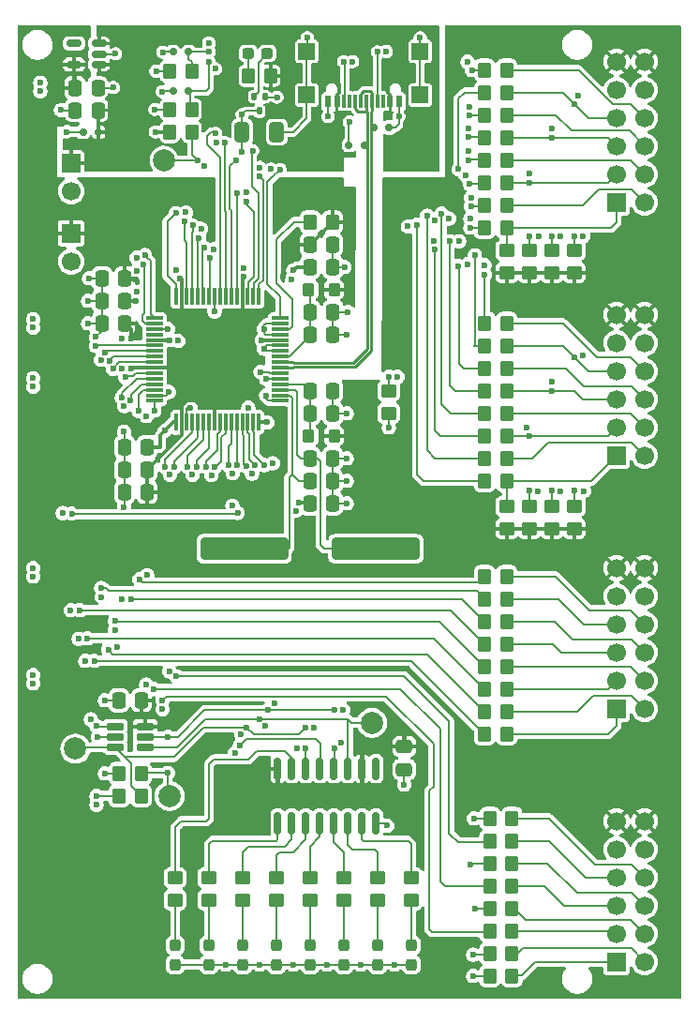
<source format=gbr>
%TF.GenerationSoftware,KiCad,Pcbnew,9.0.6-9.0.6~ubuntu24.04.1*%
%TF.CreationDate,2026-01-25T19:23:25-03:00*%
%TF.ProjectId,cotti_probe,636f7474-695f-4707-926f-62652e6b6963,0.0*%
%TF.SameCoordinates,Original*%
%TF.FileFunction,Copper,L1,Top*%
%TF.FilePolarity,Positive*%
%FSLAX46Y46*%
G04 Gerber Fmt 4.6, Leading zero omitted, Abs format (unit mm)*
G04 Created by KiCad (PCBNEW 9.0.6-9.0.6~ubuntu24.04.1) date 2026-01-25 19:23:25*
%MOMM*%
%LPD*%
G01*
G04 APERTURE LIST*
G04 Aperture macros list*
%AMRoundRect*
0 Rectangle with rounded corners*
0 $1 Rounding radius*
0 $2 $3 $4 $5 $6 $7 $8 $9 X,Y pos of 4 corners*
0 Add a 4 corners polygon primitive as box body*
4,1,4,$2,$3,$4,$5,$6,$7,$8,$9,$2,$3,0*
0 Add four circle primitives for the rounded corners*
1,1,$1+$1,$2,$3*
1,1,$1+$1,$4,$5*
1,1,$1+$1,$6,$7*
1,1,$1+$1,$8,$9*
0 Add four rect primitives between the rounded corners*
20,1,$1+$1,$2,$3,$4,$5,0*
20,1,$1+$1,$4,$5,$6,$7,0*
20,1,$1+$1,$6,$7,$8,$9,0*
20,1,$1+$1,$8,$9,$2,$3,0*%
G04 Aperture macros list end*
%TA.AperFunction,SMDPad,CuDef*%
%ADD10C,2.000000*%
%TD*%
%TA.AperFunction,SMDPad,CuDef*%
%ADD11RoundRect,0.250000X-0.350000X-0.450000X0.350000X-0.450000X0.350000X0.450000X-0.350000X0.450000X0*%
%TD*%
%TA.AperFunction,SMDPad,CuDef*%
%ADD12RoundRect,0.250000X0.337500X0.475000X-0.337500X0.475000X-0.337500X-0.475000X0.337500X-0.475000X0*%
%TD*%
%TA.AperFunction,SMDPad,CuDef*%
%ADD13RoundRect,0.150000X-0.150000X-0.200000X0.150000X-0.200000X0.150000X0.200000X-0.150000X0.200000X0*%
%TD*%
%TA.AperFunction,SMDPad,CuDef*%
%ADD14RoundRect,0.250000X-0.450000X0.350000X-0.450000X-0.350000X0.450000X-0.350000X0.450000X0.350000X0*%
%TD*%
%TA.AperFunction,SMDPad,CuDef*%
%ADD15RoundRect,0.237500X0.237500X-0.287500X0.237500X0.287500X-0.237500X0.287500X-0.237500X-0.287500X0*%
%TD*%
%TA.AperFunction,SMDPad,CuDef*%
%ADD16RoundRect,0.250000X0.450000X-0.350000X0.450000X0.350000X-0.450000X0.350000X-0.450000X-0.350000X0*%
%TD*%
%TA.AperFunction,SMDPad,CuDef*%
%ADD17RoundRect,0.250000X-0.475000X0.337500X-0.475000X-0.337500X0.475000X-0.337500X0.475000X0.337500X0*%
%TD*%
%TA.AperFunction,SMDPad,CuDef*%
%ADD18RoundRect,0.250000X-0.337500X-0.475000X0.337500X-0.475000X0.337500X0.475000X-0.337500X0.475000X0*%
%TD*%
%TA.AperFunction,ComponentPad*%
%ADD19R,1.700000X1.700000*%
%TD*%
%TA.AperFunction,ComponentPad*%
%ADD20C,1.700000*%
%TD*%
%TA.AperFunction,SMDPad,CuDef*%
%ADD21RoundRect,0.250000X0.350000X0.450000X-0.350000X0.450000X-0.350000X-0.450000X0.350000X-0.450000X0*%
%TD*%
%TA.AperFunction,SMDPad,CuDef*%
%ADD22RoundRect,0.250000X0.275000X0.350000X-0.275000X0.350000X-0.275000X-0.350000X0.275000X-0.350000X0*%
%TD*%
%TA.AperFunction,SMDPad,CuDef*%
%ADD23RoundRect,0.075000X0.700000X0.075000X-0.700000X0.075000X-0.700000X-0.075000X0.700000X-0.075000X0*%
%TD*%
%TA.AperFunction,SMDPad,CuDef*%
%ADD24RoundRect,0.075000X0.075000X0.700000X-0.075000X0.700000X-0.075000X-0.700000X0.075000X-0.700000X0*%
%TD*%
%TA.AperFunction,SMDPad,CuDef*%
%ADD25RoundRect,0.162500X-0.617500X-0.162500X0.617500X-0.162500X0.617500X0.162500X-0.617500X0.162500X0*%
%TD*%
%TA.AperFunction,SMDPad,CuDef*%
%ADD26RoundRect,0.150000X0.150000X-0.825000X0.150000X0.825000X-0.150000X0.825000X-0.150000X-0.825000X0*%
%TD*%
%TA.AperFunction,SMDPad,CuDef*%
%ADD27RoundRect,0.150000X0.150000X0.200000X-0.150000X0.200000X-0.150000X-0.200000X0.150000X-0.200000X0*%
%TD*%
%TA.AperFunction,SMDPad,CuDef*%
%ADD28RoundRect,0.250000X0.412500X0.650000X-0.412500X0.650000X-0.412500X-0.650000X0.412500X-0.650000X0*%
%TD*%
%TA.AperFunction,SMDPad,CuDef*%
%ADD29RoundRect,0.125000X-0.125000X0.175000X-0.125000X-0.175000X0.125000X-0.175000X0.125000X0.175000X0*%
%TD*%
%TA.AperFunction,SMDPad,CuDef*%
%ADD30R,0.600000X1.100000*%
%TD*%
%TA.AperFunction,SMDPad,CuDef*%
%ADD31R,0.300000X1.150000*%
%TD*%
%TA.AperFunction,SMDPad,CuDef*%
%ADD32R,1.500000X1.500000*%
%TD*%
%TA.AperFunction,SMDPad,CuDef*%
%ADD33RoundRect,0.250000X-3.687500X-0.750000X3.687500X-0.750000X3.687500X0.750000X-3.687500X0.750000X0*%
%TD*%
%TA.AperFunction,SMDPad,CuDef*%
%ADD34RoundRect,0.237500X0.287500X0.237500X-0.287500X0.237500X-0.287500X-0.237500X0.287500X-0.237500X0*%
%TD*%
%TA.AperFunction,SMDPad,CuDef*%
%ADD35RoundRect,0.150000X0.512500X0.150000X-0.512500X0.150000X-0.512500X-0.150000X0.512500X-0.150000X0*%
%TD*%
%TA.AperFunction,ViaPad*%
%ADD36C,0.600000*%
%TD*%
%TA.AperFunction,Conductor*%
%ADD37C,0.239500*%
%TD*%
%TA.AperFunction,Conductor*%
%ADD38C,0.200000*%
%TD*%
%TA.AperFunction,Conductor*%
%ADD39C,0.300000*%
%TD*%
G04 APERTURE END LIST*
D10*
%TO.P,TP1,1,1*%
%TO.N,/pwren#*%
X145796000Y-38100000D03*
%TD*%
D11*
%TO.P,R20,1*%
%TO.N,/connectors/mosi*%
X174768000Y-62992000D03*
%TO.P,R20,2*%
%TO.N,Net-(J6-MOSI)*%
X176768000Y-62992000D03*
%TD*%
D12*
%TO.P,C16,1*%
%TO.N,+3.3V*%
X144293500Y-68072000D03*
%TO.P,C16,2*%
%TO.N,GND*%
X142218500Y-68072000D03*
%TD*%
D13*
%TO.P,D4,1,K*%
%TO.N,/usb/cc2*%
X148020000Y-31877000D03*
%TO.P,D4,2,A*%
%TO.N,GND*%
X146620000Y-31877000D03*
%TD*%
D11*
%TO.P,R46,1*%
%TO.N,+3.3V*%
X146320000Y-35560000D03*
%TO.P,R46,2*%
%TO.N,/pwren#*%
X148320000Y-35560000D03*
%TD*%
%TO.P,R31,1*%
%TO.N,/connectors/a_gpio0*%
X174768000Y-42164000D03*
%TO.P,R31,2*%
%TO.N,Net-(J5-GPIO-Pad7)*%
X176768000Y-42164000D03*
%TD*%
D14*
%TO.P,R50,1*%
%TO.N,Net-(U4-QC)*%
X152908000Y-102886000D03*
%TO.P,R50,2*%
%TO.N,Net-(D11-A)*%
X152908000Y-104886000D03*
%TD*%
D11*
%TO.P,R4,1*%
%TO.N,/connectors/d_rx*%
X175241200Y-107696000D03*
%TO.P,R4,2*%
%TO.N,Net-(J3-TXD)*%
X177241200Y-107696000D03*
%TD*%
D10*
%TO.P,TP2,1,1*%
%TO.N,/eecs*%
X146304000Y-95504000D03*
%TD*%
D15*
%TO.P,D10,1,K*%
%TO.N,GND*%
X162052000Y-110744000D03*
%TO.P,D10,2,A*%
%TO.N,Net-(D10-A)*%
X162052000Y-108994000D03*
%TD*%
D16*
%TO.P,R38,1*%
%TO.N,+3.3V*%
X178816000Y-48244000D03*
%TO.P,R38,2*%
%TO.N,Net-(J5-TDI)*%
X178816000Y-46244000D03*
%TD*%
D10*
%TO.P,TP4,1,1*%
%TO.N,/eedata*%
X137795000Y-91236800D03*
%TD*%
D16*
%TO.P,R37,1*%
%TO.N,+3.3V*%
X178816000Y-71358000D03*
%TO.P,R37,2*%
%TO.N,Net-(J6-MOSI)*%
X178816000Y-69358000D03*
%TD*%
D14*
%TO.P,R54,1*%
%TO.N,Net-(U4-QG)*%
X165100000Y-102886000D03*
%TO.P,R54,2*%
%TO.N,Net-(D12-A)*%
X165100000Y-104886000D03*
%TD*%
%TO.P,R51,1*%
%TO.N,Net-(U4-QD)*%
X155956000Y-102886000D03*
%TO.P,R51,2*%
%TO.N,Net-(D13-A)*%
X155956000Y-104886000D03*
%TD*%
D16*
%TO.P,R42,1*%
%TO.N,+3.3V*%
X182880000Y-48244000D03*
%TO.P,R42,2*%
%TO.N,Net-(J5-TCK)*%
X182880000Y-46244000D03*
%TD*%
D17*
%TO.P,C6,1*%
%TO.N,+3.3V*%
X167513000Y-91037500D03*
%TO.P,C6,2*%
%TO.N,GND*%
X167513000Y-93112500D03*
%TD*%
D11*
%TO.P,R26,1*%
%TO.N,/connectors/b_gpio3*%
X174784000Y-52832000D03*
%TO.P,R26,2*%
%TO.N,Net-(J6-GPIO{slash}CS3)*%
X176784000Y-52832000D03*
%TD*%
%TO.P,R11,1*%
%TO.N,/connectors/c_cts#*%
X174768000Y-89916000D03*
%TO.P,R11,2*%
%TO.N,Net-(J4-CTS#{slash}GPIO)*%
X176768000Y-89916000D03*
%TD*%
%TO.P,R56,1*%
%TO.N,Net-(U3-DO)*%
X141748000Y-95504000D03*
%TO.P,R56,2*%
%TO.N,/eedata*%
X143748000Y-95504000D03*
%TD*%
D12*
%TO.P,C3,1*%
%TO.N,+5V*%
X139864500Y-33594000D03*
%TO.P,C3,2*%
%TO.N,GND*%
X137789500Y-33594000D03*
%TD*%
D11*
%TO.P,R33,1*%
%TO.N,/connectors/a_gpio2*%
X174768000Y-34036000D03*
%TO.P,R33,2*%
%TO.N,Net-(J5-GPIO-Pad9)*%
X176768000Y-34036000D03*
%TD*%
D15*
%TO.P,D7,1,K*%
%TO.N,GND*%
X146812000Y-110744000D03*
%TO.P,D7,2,A*%
%TO.N,Net-(D7-A)*%
X146812000Y-108994000D03*
%TD*%
D16*
%TO.P,R41,1*%
%TO.N,+3.3V*%
X182880000Y-71358000D03*
%TO.P,R41,2*%
%TO.N,Net-(J6-SCK)*%
X182880000Y-69358000D03*
%TD*%
D18*
%TO.P,C15,1*%
%TO.N,/VPHY*%
X158982500Y-58928000D03*
%TO.P,C15,2*%
%TO.N,GND*%
X161057500Y-58928000D03*
%TD*%
D16*
%TO.P,R39,1*%
%TO.N,+3.3V*%
X180848000Y-71358000D03*
%TO.P,R39,2*%
%TO.N,Net-(J6-MISO)*%
X180848000Y-69358000D03*
%TD*%
D19*
%TO.P,J6,1,CS*%
%TO.N,Net-(J6-CS)*%
X186690000Y-64770000D03*
D20*
%TO.P,J6,2,MOSI*%
%TO.N,Net-(J6-MOSI)*%
X186690000Y-62230000D03*
%TO.P,J6,3,MISO*%
%TO.N,Net-(J6-MISO)*%
X186690000Y-59690000D03*
%TO.P,J6,4,SCK*%
%TO.N,Net-(J6-SCK)*%
X186690000Y-57150000D03*
%TO.P,J6,5,GND*%
%TO.N,GND*%
X186690000Y-54610000D03*
%TO.P,J6,6,VCC*%
%TO.N,+3.3V*%
X186690000Y-52070000D03*
%TO.P,J6,7,GPIO/INT*%
%TO.N,Net-(J6-GPIO{slash}INT)*%
X189230000Y-64770000D03*
%TO.P,J6,8,GPIO/RESET*%
%TO.N,Net-(J6-GPIO{slash}RESET)*%
X189230000Y-62230000D03*
%TO.P,J6,9,GPIO/CS2*%
%TO.N,Net-(J6-GPIO{slash}CS2)*%
X189230000Y-59690000D03*
%TO.P,J6,10,GPIO/CS3*%
%TO.N,Net-(J6-GPIO{slash}CS3)*%
X189230000Y-57150000D03*
%TO.P,J6,11,GND*%
%TO.N,GND*%
X189230000Y-54610000D03*
%TO.P,J6,12,VCC*%
%TO.N,+3.3V*%
X189230000Y-52070000D03*
%TD*%
D21*
%TO.P,R2,1*%
%TO.N,+3.3V*%
X161020000Y-43688000D03*
%TO.P,R2,2*%
%TO.N,Net-(U1-~{RESET})*%
X159020000Y-43688000D03*
%TD*%
D22*
%TO.P,FB1,1*%
%TO.N,+3.3V*%
X161170000Y-49784000D03*
%TO.P,FB1,2*%
%TO.N,/VPLL*%
X158870000Y-49784000D03*
%TD*%
D15*
%TO.P,D12,1,K*%
%TO.N,GND*%
X165100000Y-110744000D03*
%TO.P,D12,2,A*%
%TO.N,Net-(D12-A)*%
X165100000Y-108994000D03*
%TD*%
D11*
%TO.P,R7,1*%
%TO.N,/connectors/d_4*%
X175241200Y-109728000D03*
%TO.P,R7,2*%
%TO.N,Net-(J3-GPIO{slash}INT)*%
X177241200Y-109728000D03*
%TD*%
D18*
%TO.P,C18,1*%
%TO.N,/VPHY*%
X158982500Y-60960000D03*
%TO.P,C18,2*%
%TO.N,GND*%
X161057500Y-60960000D03*
%TD*%
D16*
%TO.P,R36,1*%
%TO.N,+3.3V*%
X176784000Y-48260000D03*
%TO.P,R36,2*%
%TO.N,Net-(J5-TMS)*%
X176784000Y-46260000D03*
%TD*%
D14*
%TO.P,R53,1*%
%TO.N,Net-(U4-QF)*%
X162052000Y-102886000D03*
%TO.P,R53,2*%
%TO.N,Net-(D10-A)*%
X162052000Y-104886000D03*
%TD*%
D23*
%TO.P,U1,1,GND*%
%TO.N,GND*%
X156297000Y-59833200D03*
%TO.P,U1,2,OSCI*%
%TO.N,/xin*%
X156297000Y-59333200D03*
%TO.P,U1,3,OSCO*%
%TO.N,/xout*%
X156297000Y-58833200D03*
%TO.P,U1,4,VPHY*%
%TO.N,/VPHY*%
X156297000Y-58333200D03*
%TO.P,U1,5,GND*%
%TO.N,GND*%
X156297000Y-57833200D03*
%TO.P,U1,6,REF*%
%TO.N,Net-(U1-REF)*%
X156297000Y-57333200D03*
%TO.P,U1,7,DM*%
%TO.N,/D-*%
X156297000Y-56833200D03*
%TO.P,U1,8,DP*%
%TO.N,/D+*%
X156297000Y-56333200D03*
%TO.P,U1,9,VPLL*%
%TO.N,/VPLL*%
X156297000Y-55833200D03*
%TO.P,U1,10,AGND*%
%TO.N,GND*%
X156297000Y-55333200D03*
%TO.P,U1,11,GND*%
X156297000Y-54833200D03*
%TO.P,U1,12,VCORE*%
%TO.N,+1.8V*%
X156297000Y-54333200D03*
%TO.P,U1,13,TEST*%
%TO.N,GND*%
X156297000Y-53833200D03*
%TO.P,U1,14,~{RESET}*%
%TO.N,Net-(U1-~{RESET})*%
X156297000Y-53333200D03*
%TO.P,U1,15,GND*%
%TO.N,GND*%
X156297000Y-52833200D03*
%TO.P,U1,16,ADBUS0*%
%TO.N,/connectors/tck*%
X156297000Y-52333200D03*
D24*
%TO.P,U1,17,ADBUS1*%
%TO.N,/connectors/tdi*%
X154372000Y-50408200D03*
%TO.P,U1,18,ADBUS2*%
%TO.N,/connectors/tdo*%
X153872000Y-50408200D03*
%TO.P,U1,19,ADBUS3*%
%TO.N,/connectors/tms*%
X153372000Y-50408200D03*
%TO.P,U1,20,VCCIO*%
%TO.N,+3.3V*%
X152872000Y-50408200D03*
%TO.P,U1,21,ADBUS4*%
%TO.N,/connectors/a_gpio0*%
X152372000Y-50408200D03*
%TO.P,U1,22,ADBUS5*%
%TO.N,/connectors/a_gpio1*%
X151872000Y-50408200D03*
%TO.P,U1,23,ADBUS6*%
%TO.N,/connectors/a_gpio2*%
X151372000Y-50408200D03*
%TO.P,U1,24,ADBUS7*%
%TO.N,/connectors/a_gpio3*%
X150872000Y-50408200D03*
%TO.P,U1,25,GND*%
%TO.N,GND*%
X150372000Y-50408200D03*
%TO.P,U1,26,BDBUS0*%
%TO.N,/connectors/sclk*%
X149872000Y-50408200D03*
%TO.P,U1,27,BDBUS1*%
%TO.N,/connectors/mosi*%
X149372000Y-50408200D03*
%TO.P,U1,28,BDBUS2*%
%TO.N,/connectors/miso*%
X148872000Y-50408200D03*
%TO.P,U1,29,BDBUS3*%
%TO.N,/connectors/cs*%
X148372000Y-50408200D03*
%TO.P,U1,30,BDBUS4*%
%TO.N,/connectors/b_gpio0*%
X147872000Y-50408200D03*
%TO.P,U1,31,VCCIO*%
%TO.N,+3.3V*%
X147372000Y-50408200D03*
%TO.P,U1,32,BDBUS5*%
%TO.N,/connectors/b_gpio1*%
X146872000Y-50408200D03*
D23*
%TO.P,U1,33,BDBUS6*%
%TO.N,/connectors/b_gpio2*%
X144947000Y-52333200D03*
%TO.P,U1,34,BDBUS7*%
%TO.N,/connectors/b_gpio3*%
X144947000Y-52833200D03*
%TO.P,U1,35,GND*%
%TO.N,GND*%
X144947000Y-53333200D03*
%TO.P,U1,36,~{SUSPEND}*%
%TO.N,unconnected-(U1-~{SUSPEND}-Pad36)*%
X144947000Y-53833200D03*
%TO.P,U1,37,VCORE*%
%TO.N,+1.8V*%
X144947000Y-54333200D03*
%TO.P,U1,38,CDBUS0*%
%TO.N,/connectors/c_tx*%
X144947000Y-54833200D03*
%TO.P,U1,39,CDBUS1*%
%TO.N,/connectors/c_rx*%
X144947000Y-55333200D03*
%TO.P,U1,40,CDBUS2*%
%TO.N,/connectors/c_cts#*%
X144947000Y-55833200D03*
%TO.P,U1,41,CDBUS3*%
%TO.N,/connectors/c_rts#*%
X144947000Y-56333200D03*
%TO.P,U1,42,VCCIO*%
%TO.N,+3.3V*%
X144947000Y-56833200D03*
%TO.P,U1,43,CDBUS4*%
%TO.N,/connectors/c_4*%
X144947000Y-57333200D03*
%TO.P,U1,44,CDBUS5*%
%TO.N,/connectors/c_5*%
X144947000Y-57833200D03*
%TO.P,U1,45,CDBUS6*%
%TO.N,/connectors/c_6*%
X144947000Y-58333200D03*
%TO.P,U1,46,CDBUS7*%
%TO.N,/connectors/c_7*%
X144947000Y-58833200D03*
%TO.P,U1,47,GND*%
%TO.N,GND*%
X144947000Y-59333200D03*
%TO.P,U1,48,DDBUS0*%
%TO.N,/connectors/d_tx*%
X144947000Y-59833200D03*
D24*
%TO.P,U1,49,VREGOUT*%
%TO.N,+1.8V*%
X146872000Y-61758200D03*
%TO.P,U1,50,VREGIN*%
%TO.N,+3.3V*%
X147372000Y-61758200D03*
%TO.P,U1,51,GND*%
%TO.N,GND*%
X147872000Y-61758200D03*
%TO.P,U1,52,DDBUS1*%
%TO.N,/connectors/d_rx*%
X148372000Y-61758200D03*
%TO.P,U1,53,DDBUS2*%
%TO.N,/connectors/d_rts#*%
X148872000Y-61758200D03*
%TO.P,U1,54,DDBUS3*%
%TO.N,/connectors/d_cts#*%
X149372000Y-61758200D03*
%TO.P,U1,55,DDBUS4*%
%TO.N,/connectors/d_4*%
X149872000Y-61758200D03*
%TO.P,U1,56,VCCIO*%
%TO.N,+3.3V*%
X150372000Y-61758200D03*
%TO.P,U1,57,DDBUS5*%
%TO.N,/connectors/d_5*%
X150872000Y-61758200D03*
%TO.P,U1,58,DDBUS6*%
%TO.N,/connectors/d_6*%
X151372000Y-61758200D03*
%TO.P,U1,59,DDBUS7*%
%TO.N,/connectors/d_7*%
X151872000Y-61758200D03*
%TO.P,U1,60,~{PWREN}*%
%TO.N,/pwren#*%
X152372000Y-61758200D03*
%TO.P,U1,61,EEDATA*%
%TO.N,/eedata*%
X152872000Y-61758200D03*
%TO.P,U1,62,EECLK*%
%TO.N,/eeclk*%
X153372000Y-61758200D03*
%TO.P,U1,63,EECS*%
%TO.N,/eecs*%
X153872000Y-61758200D03*
%TO.P,U1,64,VCORE*%
%TO.N,+1.8V*%
X154372000Y-61758200D03*
%TD*%
D11*
%TO.P,R30,1*%
%TO.N,/connectors/tck*%
X174768000Y-32004000D03*
%TO.P,R30,2*%
%TO.N,Net-(J5-TCK)*%
X176768000Y-32004000D03*
%TD*%
D25*
%TO.P,U3,1,DO*%
%TO.N,Net-(U3-DO)*%
X141398000Y-89220000D03*
%TO.P,U3,2,VSS*%
%TO.N,GND*%
X141398000Y-90170000D03*
%TO.P,U3,3,DI*%
%TO.N,/eedata*%
X141398000Y-91120000D03*
%TO.P,U3,4,CLK*%
%TO.N,/eeclk*%
X144098000Y-91120000D03*
%TO.P,U3,5,CS*%
%TO.N,/eecs*%
X144098000Y-90170000D03*
%TO.P,U3,6,VCC*%
%TO.N,+3.3V*%
X144098000Y-89220000D03*
%TD*%
D21*
%TO.P,R43,1*%
%TO.N,+5V*%
X155432000Y-30480000D03*
%TO.P,R43,2*%
%TO.N,Net-(D1-A)*%
X153432000Y-30480000D03*
%TD*%
D11*
%TO.P,R34,1*%
%TO.N,/connectors/a_gpio3*%
X174768000Y-29972000D03*
%TO.P,R34,2*%
%TO.N,Net-(J5-GPIO-Pad10)*%
X176768000Y-29972000D03*
%TD*%
D15*
%TO.P,D11,1,K*%
%TO.N,GND*%
X152908000Y-110744000D03*
%TO.P,D11,2,A*%
%TO.N,Net-(D11-A)*%
X152908000Y-108994000D03*
%TD*%
D11*
%TO.P,R24,1*%
%TO.N,/connectors/b_gpio1*%
X174768000Y-60960000D03*
%TO.P,R24,2*%
%TO.N,Net-(J6-GPIO{slash}RESET)*%
X176768000Y-60960000D03*
%TD*%
D18*
%TO.P,C8,1*%
%TO.N,+1.8V*%
X158982500Y-69088000D03*
%TO.P,C8,2*%
%TO.N,GND*%
X161057500Y-69088000D03*
%TD*%
D13*
%TO.P,D2,1,K*%
%TO.N,+5V*%
X139892000Y-35560000D03*
%TO.P,D2,2,A*%
%TO.N,GND*%
X138492000Y-35560000D03*
%TD*%
D15*
%TO.P,D13,1,K*%
%TO.N,GND*%
X155956000Y-110744000D03*
%TO.P,D13,2,A*%
%TO.N,Net-(D13-A)*%
X155956000Y-108994000D03*
%TD*%
D12*
%TO.P,C13,1*%
%TO.N,+3.3V*%
X144293500Y-66040000D03*
%TO.P,C13,2*%
%TO.N,GND*%
X142218500Y-66040000D03*
%TD*%
D11*
%TO.P,R5,1*%
%TO.N,/connectors/d_tx*%
X175241200Y-103632000D03*
%TO.P,R5,2*%
%TO.N,Net-(J3-RXD)*%
X177241200Y-103632000D03*
%TD*%
D16*
%TO.P,R40,1*%
%TO.N,+3.3V*%
X180848000Y-48244000D03*
%TO.P,R40,2*%
%TO.N,Net-(J5-TDO)*%
X180848000Y-46244000D03*
%TD*%
D11*
%TO.P,R18,1*%
%TO.N,/connectors/c_7*%
X174768000Y-75692000D03*
%TO.P,R18,2*%
%TO.N,Net-(J4-GPIO-Pad10)*%
X176768000Y-75692000D03*
%TD*%
D26*
%TO.P,U4,1,QB*%
%TO.N,Net-(U4-QB)*%
X156083000Y-97979000D03*
%TO.P,U4,2,QC*%
%TO.N,Net-(U4-QC)*%
X157353000Y-97979000D03*
%TO.P,U4,3,QD*%
%TO.N,Net-(U4-QD)*%
X158623000Y-97979000D03*
%TO.P,U4,4,QE*%
%TO.N,Net-(U4-QE)*%
X159893000Y-97979000D03*
%TO.P,U4,5,QF*%
%TO.N,Net-(U4-QF)*%
X161163000Y-97979000D03*
%TO.P,U4,6,QG*%
%TO.N,Net-(U4-QG)*%
X162433000Y-97979000D03*
%TO.P,U4,7,QH*%
%TO.N,Net-(U4-QH)*%
X163703000Y-97979000D03*
%TO.P,U4,8,GND*%
%TO.N,GND*%
X164973000Y-97979000D03*
%TO.P,U4,9,QH'*%
%TO.N,unconnected-(U4-QH&apos;-Pad9)*%
X164973000Y-93029000D03*
%TO.P,U4,10,SCLR#*%
%TO.N,+3.3V*%
X163703000Y-93029000D03*
%TO.P,U4,11,SCK*%
%TO.N,/eeclk*%
X162433000Y-93029000D03*
%TO.P,U4,12,RCK*%
%TO.N,/eecs*%
X161163000Y-93029000D03*
%TO.P,U4,13,G#*%
%TO.N,/pwren#*%
X159893000Y-93029000D03*
%TO.P,U4,14,SI*%
%TO.N,/eedata*%
X158623000Y-93029000D03*
%TO.P,U4,15,QA*%
%TO.N,Net-(U4-QA)*%
X157353000Y-93029000D03*
%TO.P,U4,16,VCC*%
%TO.N,+3.3V*%
X156083000Y-93029000D03*
%TD*%
D11*
%TO.P,R23,1*%
%TO.N,/connectors/b_gpio0*%
X174768000Y-65024000D03*
%TO.P,R23,2*%
%TO.N,Net-(J6-GPIO{slash}INT)*%
X176768000Y-65024000D03*
%TD*%
D12*
%TO.P,C9,1*%
%TO.N,+3.3V*%
X142261500Y-52832000D03*
%TO.P,C9,2*%
%TO.N,GND*%
X140186500Y-52832000D03*
%TD*%
D18*
%TO.P,C11,1*%
%TO.N,+3.3V*%
X158982500Y-45720000D03*
%TO.P,C11,2*%
%TO.N,GND*%
X161057500Y-45720000D03*
%TD*%
D19*
%TO.P,J2,1,Pin_1*%
%TO.N,+3.3V*%
X137414000Y-44704000D03*
D20*
%TO.P,J2,2,Pin_2*%
%TO.N,GND*%
X137414000Y-47244000D03*
%TD*%
D11*
%TO.P,R17,1*%
%TO.N,/connectors/c_6*%
X174768000Y-79756000D03*
%TO.P,R17,2*%
%TO.N,Net-(J4-GPIO-Pad9)*%
X176768000Y-79756000D03*
%TD*%
D19*
%TO.P,J3,1,CTS#/GPIO*%
%TO.N,Net-(J3-CTS#{slash}GPIO)*%
X186690000Y-110490000D03*
D20*
%TO.P,J3,2,TXD*%
%TO.N,Net-(J3-TXD)*%
X186690000Y-107950000D03*
%TO.P,J3,3,RXD*%
%TO.N,Net-(J3-RXD)*%
X186690000Y-105410000D03*
%TO.P,J3,4,RTS#/GPIO*%
%TO.N,Net-(J3-RTS#{slash}GPIO)*%
X186690000Y-102870000D03*
%TO.P,J3,5,GND*%
%TO.N,GND*%
X186690000Y-100330000D03*
%TO.P,J3,6,VCC*%
%TO.N,+3.3V*%
X186690000Y-97790000D03*
%TO.P,J3,7,GPIO/INT*%
%TO.N,Net-(J3-GPIO{slash}INT)*%
X189230000Y-110490000D03*
%TO.P,J3,8,GPIO/RESET*%
%TO.N,Net-(J3-GPIO{slash}RESET)*%
X189230000Y-107950000D03*
%TO.P,J3,9,GPIO*%
%TO.N,Net-(J3-GPIO-Pad9)*%
X189230000Y-105410000D03*
%TO.P,J3,10,GPIO*%
%TO.N,Net-(J3-GPIO-Pad10)*%
X189230000Y-102870000D03*
%TO.P,J3,11,GND*%
%TO.N,GND*%
X189230000Y-100330000D03*
%TO.P,J3,12,VCC*%
%TO.N,+3.3V*%
X189230000Y-97790000D03*
%TD*%
D27*
%TO.P,D6,1,K*%
%TO.N,/D-*%
X164755600Y-35153600D03*
%TO.P,D6,2,A*%
%TO.N,GND*%
X166155600Y-35153600D03*
%TD*%
D12*
%TO.P,C5,1*%
%TO.N,+3.3V*%
X142261500Y-48768000D03*
%TO.P,C5,2*%
%TO.N,GND*%
X140186500Y-48768000D03*
%TD*%
D18*
%TO.P,C17,1*%
%TO.N,/VPLL*%
X159004000Y-51816000D03*
%TO.P,C17,2*%
%TO.N,GND*%
X161079000Y-51816000D03*
%TD*%
D13*
%TO.P,D5,1,K*%
%TO.N,/D+*%
X163920400Y-36728400D03*
%TO.P,D5,2,A*%
%TO.N,GND*%
X162520400Y-36728400D03*
%TD*%
%TO.P,D3,1,K*%
%TO.N,/usb/cc1*%
X148020000Y-28321000D03*
%TO.P,D3,2,A*%
%TO.N,GND*%
X146620000Y-28321000D03*
%TD*%
D28*
%TO.P,C20,1*%
%TO.N,Net-(J7-SHIELD1)*%
X155994500Y-35560000D03*
%TO.P,C20,2*%
%TO.N,GND*%
X152869500Y-35560000D03*
%TD*%
D22*
%TO.P,FB2,1*%
%TO.N,+3.3V*%
X161170000Y-62992000D03*
%TO.P,FB2,2*%
%TO.N,/VPHY*%
X158870000Y-62992000D03*
%TD*%
D14*
%TO.P,R55,1*%
%TO.N,Net-(U4-QH)*%
X168148000Y-102886000D03*
%TO.P,R55,2*%
%TO.N,Net-(D14-A)*%
X168148000Y-104886000D03*
%TD*%
D11*
%TO.P,R28,1*%
%TO.N,/connectors/tdi*%
X174768000Y-40132000D03*
%TO.P,R28,2*%
%TO.N,Net-(J5-TDI)*%
X176768000Y-40132000D03*
%TD*%
%TO.P,R8,1*%
%TO.N,/connectors/d_5*%
X175241200Y-105664000D03*
%TO.P,R8,2*%
%TO.N,Net-(J3-GPIO{slash}RESET)*%
X177241200Y-105664000D03*
%TD*%
D29*
%TO.P,Q1,1,G*%
%TO.N,/pwren#*%
X154932000Y-32370000D03*
%TO.P,Q1,2,S*%
%TO.N,Net-(D1-K)*%
X153932000Y-32370000D03*
%TO.P,Q1,3,D*%
%TO.N,GND*%
X154432000Y-33670000D03*
%TD*%
D14*
%TO.P,R52,1*%
%TO.N,Net-(U4-QE)*%
X159004000Y-102886000D03*
%TO.P,R52,2*%
%TO.N,Net-(D8-A)*%
X159004000Y-104886000D03*
%TD*%
D11*
%TO.P,R12,1*%
%TO.N,/connectors/c_rx*%
X174768000Y-85852000D03*
%TO.P,R12,2*%
%TO.N,Net-(J4-TXD)*%
X176768000Y-85852000D03*
%TD*%
D21*
%TO.P,R47,1*%
%TO.N,/eecs*%
X143748000Y-93472000D03*
%TO.P,R47,2*%
%TO.N,GND*%
X141748000Y-93472000D03*
%TD*%
D18*
%TO.P,C12,1*%
%TO.N,+1.8V*%
X158982500Y-47752000D03*
%TO.P,C12,2*%
%TO.N,GND*%
X161057500Y-47752000D03*
%TD*%
%TO.P,C2,1*%
%TO.N,/xout*%
X158982500Y-65024000D03*
%TO.P,C2,2*%
%TO.N,GND*%
X161057500Y-65024000D03*
%TD*%
D11*
%TO.P,R10,1*%
%TO.N,/connectors/d_7*%
X175241200Y-97536000D03*
%TO.P,R10,2*%
%TO.N,Net-(J3-GPIO-Pad10)*%
X177241200Y-97536000D03*
%TD*%
D18*
%TO.P,C1,1*%
%TO.N,/xin*%
X158982500Y-67056000D03*
%TO.P,C1,2*%
%TO.N,GND*%
X161057500Y-67056000D03*
%TD*%
D30*
%TO.P,J7,A1_B12,GND*%
%TO.N,GND*%
X167030000Y-32816000D03*
%TO.P,J7,A4_B9,VBUS*%
%TO.N,+5V*%
X166230000Y-32816000D03*
D31*
%TO.P,J7,A5,CC1*%
%TO.N,/usb/cc1*%
X165080000Y-32766000D03*
%TO.P,J7,A6,DP1*%
%TO.N,/D+*%
X164080000Y-32766000D03*
%TO.P,J7,A7,DN1*%
%TO.N,/D-*%
X163580000Y-32766000D03*
%TO.P,J7,A8,SBU1*%
%TO.N,unconnected-(J7-SBU1-PadA8)*%
X162580000Y-32766000D03*
D30*
%TO.P,J7,A12_B1,GND*%
%TO.N,GND*%
X160630000Y-32816000D03*
%TO.P,J7,B4_A9,VBUS*%
%TO.N,+5V*%
X161430000Y-32816000D03*
D31*
%TO.P,J7,B5,CC2*%
%TO.N,/usb/cc2*%
X162080000Y-32766000D03*
%TO.P,J7,B6,DP2*%
%TO.N,/D+*%
X163080000Y-32766000D03*
%TO.P,J7,B7,DN2*%
%TO.N,/D-*%
X164580000Y-32766000D03*
%TO.P,J7,B8,SBU2*%
%TO.N,unconnected-(J7-SBU2-PadB8)*%
X165580000Y-32766000D03*
D32*
%TO.P,J7,SH1,SHIELD1*%
%TO.N,Net-(J7-SHIELD1)*%
X168950000Y-32201000D03*
%TO.P,J7,SH2,SHIELD2*%
X158710000Y-32201000D03*
%TO.P,J7,SH3,SHIELD3*%
X168950000Y-28271000D03*
%TO.P,J7,SH4,SHIELD4*%
X158710000Y-28271000D03*
%TD*%
D33*
%TO.P,Y1,1,1*%
%TO.N,/xin*%
X153066500Y-73202800D03*
%TO.P,Y1,2,2*%
%TO.N,/xout*%
X164941500Y-73202800D03*
%TD*%
D34*
%TO.P,D1,1,K*%
%TO.N,Net-(D1-K)*%
X155154600Y-28448000D03*
%TO.P,D1,2,A*%
%TO.N,Net-(D1-A)*%
X153404600Y-28448000D03*
%TD*%
D14*
%TO.P,R49,1*%
%TO.N,Net-(U4-QB)*%
X149860000Y-102886000D03*
%TO.P,R49,2*%
%TO.N,Net-(D9-A)*%
X149860000Y-104886000D03*
%TD*%
D10*
%TO.P,TP3,1,1*%
%TO.N,/eeclk*%
X164592000Y-88900000D03*
%TD*%
D18*
%TO.P,C4,1*%
%TO.N,+3.3V*%
X137768000Y-31562000D03*
%TO.P,C4,2*%
%TO.N,GND*%
X139843000Y-31562000D03*
%TD*%
D11*
%TO.P,R21,1*%
%TO.N,/connectors/miso*%
X174768000Y-58928000D03*
%TO.P,R21,2*%
%TO.N,Net-(J6-MISO)*%
X176768000Y-58928000D03*
%TD*%
%TO.P,R25,1*%
%TO.N,/connectors/b_gpio2*%
X174768000Y-56896000D03*
%TO.P,R25,2*%
%TO.N,Net-(J6-GPIO{slash}CS2)*%
X176768000Y-56896000D03*
%TD*%
%TO.P,R6,1*%
%TO.N,/connectors/d_rts#*%
X175241200Y-99568000D03*
%TO.P,R6,2*%
%TO.N,Net-(J3-RTS#{slash}GPIO)*%
X177241200Y-99568000D03*
%TD*%
D35*
%TO.P,U2,1,IN*%
%TO.N,+5V*%
X139943000Y-29464000D03*
%TO.P,U2,2,GND*%
%TO.N,GND*%
X139943000Y-28514000D03*
%TO.P,U2,3,EN*%
%TO.N,+5V*%
X139943000Y-27564000D03*
%TO.P,U2,4,NC*%
%TO.N,unconnected-(U2-NC-Pad4)*%
X137668000Y-27564000D03*
%TO.P,U2,5,OUT*%
%TO.N,+3.3V*%
X137668000Y-29464000D03*
%TD*%
D14*
%TO.P,R48,1*%
%TO.N,Net-(U4-QA)*%
X146812000Y-102886000D03*
%TO.P,R48,2*%
%TO.N,Net-(D7-A)*%
X146812000Y-104886000D03*
%TD*%
D19*
%TO.P,J1,1,Pin_1*%
%TO.N,+5V*%
X137414000Y-38349000D03*
D20*
%TO.P,J1,2,Pin_2*%
%TO.N,GND*%
X137414000Y-40889000D03*
%TD*%
D11*
%TO.P,R16,1*%
%TO.N,/connectors/c_5*%
X174768000Y-83820000D03*
%TO.P,R16,2*%
%TO.N,Net-(J4-GPIO{slash}RESET)*%
X176768000Y-83820000D03*
%TD*%
%TO.P,R32,1*%
%TO.N,/connectors/a_gpio1*%
X174768000Y-38100000D03*
%TO.P,R32,2*%
%TO.N,Net-(J5-GPIO-Pad8)*%
X176768000Y-38100000D03*
%TD*%
D19*
%TO.P,J5,1,TMS*%
%TO.N,Net-(J5-TMS)*%
X186690000Y-41910000D03*
D20*
%TO.P,J5,2,TDI*%
%TO.N,Net-(J5-TDI)*%
X186690000Y-39370000D03*
%TO.P,J5,3,TDO*%
%TO.N,Net-(J5-TDO)*%
X186690000Y-36830000D03*
%TO.P,J5,4,TCK*%
%TO.N,Net-(J5-TCK)*%
X186690000Y-34290000D03*
%TO.P,J5,5,GND*%
%TO.N,GND*%
X186690000Y-31750000D03*
%TO.P,J5,6,VCC*%
%TO.N,+3.3V*%
X186690000Y-29210000D03*
%TO.P,J5,7,GPIO*%
%TO.N,Net-(J5-GPIO-Pad7)*%
X189230000Y-41910000D03*
%TO.P,J5,8,GPIO*%
%TO.N,Net-(J5-GPIO-Pad8)*%
X189230000Y-39370000D03*
%TO.P,J5,9,GPIO*%
%TO.N,Net-(J5-GPIO-Pad9)*%
X189230000Y-36830000D03*
%TO.P,J5,10,GPIO*%
%TO.N,Net-(J5-GPIO-Pad10)*%
X189230000Y-34290000D03*
%TO.P,J5,11,GND*%
%TO.N,GND*%
X189230000Y-31750000D03*
%TO.P,J5,12,VCC*%
%TO.N,+3.3V*%
X189230000Y-29210000D03*
%TD*%
D11*
%TO.P,R29,1*%
%TO.N,/connectors/tdo*%
X174768000Y-36068000D03*
%TO.P,R29,2*%
%TO.N,Net-(J5-TDO)*%
X176768000Y-36068000D03*
%TD*%
%TO.P,R19,1*%
%TO.N,/connectors/cs*%
X174768000Y-67056000D03*
%TO.P,R19,2*%
%TO.N,Net-(J6-CS)*%
X176768000Y-67056000D03*
%TD*%
D19*
%TO.P,J4,1,CTS#/GPIO*%
%TO.N,Net-(J4-CTS#{slash}GPIO)*%
X186690000Y-87630000D03*
D20*
%TO.P,J4,2,TXD*%
%TO.N,Net-(J4-TXD)*%
X186690000Y-85090000D03*
%TO.P,J4,3,RXD*%
%TO.N,Net-(J4-RXD)*%
X186690000Y-82550000D03*
%TO.P,J4,4,RTS#/GPIO*%
%TO.N,Net-(J4-RTS#{slash}GPIO)*%
X186690000Y-80010000D03*
%TO.P,J4,5,GND*%
%TO.N,GND*%
X186690000Y-77470000D03*
%TO.P,J4,6,VCC*%
%TO.N,+3.3V*%
X186690000Y-74930000D03*
%TO.P,J4,7,GPIO/INT*%
%TO.N,Net-(J4-GPIO{slash}INT)*%
X189230000Y-87630000D03*
%TO.P,J4,8,GPIO/RESET*%
%TO.N,Net-(J4-GPIO{slash}RESET)*%
X189230000Y-85090000D03*
%TO.P,J4,9,GPIO*%
%TO.N,Net-(J4-GPIO-Pad9)*%
X189230000Y-82550000D03*
%TO.P,J4,10,GPIO*%
%TO.N,Net-(J4-GPIO-Pad10)*%
X189230000Y-80010000D03*
%TO.P,J4,11,GND*%
%TO.N,GND*%
X189230000Y-77470000D03*
%TO.P,J4,12,VCC*%
%TO.N,+3.3V*%
X189230000Y-74930000D03*
%TD*%
D12*
%TO.P,C10,1*%
%TO.N,+1.8V*%
X142261500Y-50800000D03*
%TO.P,C10,2*%
%TO.N,GND*%
X140186500Y-50800000D03*
%TD*%
D16*
%TO.P,R35,1*%
%TO.N,+3.3V*%
X176784000Y-71358000D03*
%TO.P,R35,2*%
%TO.N,Net-(J6-CS)*%
X176784000Y-69358000D03*
%TD*%
D11*
%TO.P,R9,1*%
%TO.N,/connectors/d_6*%
X175241200Y-101600000D03*
%TO.P,R9,2*%
%TO.N,Net-(J3-GPIO-Pad9)*%
X177241200Y-101600000D03*
%TD*%
D12*
%TO.P,C7,1*%
%TO.N,+3.3V*%
X143785500Y-86868000D03*
%TO.P,C7,2*%
%TO.N,GND*%
X141710500Y-86868000D03*
%TD*%
D11*
%TO.P,R15,1*%
%TO.N,/connectors/c_4*%
X174768000Y-87884000D03*
%TO.P,R15,2*%
%TO.N,Net-(J4-GPIO{slash}INT)*%
X176768000Y-87884000D03*
%TD*%
%TO.P,R14,1*%
%TO.N,/connectors/c_rts#*%
X174768000Y-77724000D03*
%TO.P,R14,2*%
%TO.N,Net-(J4-RTS#{slash}GPIO)*%
X176768000Y-77724000D03*
%TD*%
D15*
%TO.P,D8,1,K*%
%TO.N,GND*%
X159004000Y-110744000D03*
%TO.P,D8,2,A*%
%TO.N,Net-(D8-A)*%
X159004000Y-108994000D03*
%TD*%
D11*
%TO.P,R27,1*%
%TO.N,/connectors/tms*%
X174768000Y-44196000D03*
%TO.P,R27,2*%
%TO.N,Net-(J5-TMS)*%
X176768000Y-44196000D03*
%TD*%
D21*
%TO.P,R44,1*%
%TO.N,/usb/cc2*%
X148320000Y-33528000D03*
%TO.P,R44,2*%
%TO.N,GND*%
X146320000Y-33528000D03*
%TD*%
D15*
%TO.P,D9,1,K*%
%TO.N,GND*%
X149860000Y-110744000D03*
%TO.P,D9,2,A*%
%TO.N,Net-(D9-A)*%
X149860000Y-108994000D03*
%TD*%
D21*
%TO.P,R45,1*%
%TO.N,/usb/cc1*%
X148320000Y-30099000D03*
%TO.P,R45,2*%
%TO.N,GND*%
X146320000Y-30099000D03*
%TD*%
D11*
%TO.P,R22,1*%
%TO.N,/connectors/sclk*%
X174768000Y-54864000D03*
%TO.P,R22,2*%
%TO.N,Net-(J6-SCK)*%
X176768000Y-54864000D03*
%TD*%
D18*
%TO.P,C14,1*%
%TO.N,/VPLL*%
X158982500Y-53848000D03*
%TO.P,C14,2*%
%TO.N,GND*%
X161057500Y-53848000D03*
%TD*%
D11*
%TO.P,R3,1*%
%TO.N,/connectors/d_cts#*%
X175241200Y-111760000D03*
%TO.P,R3,2*%
%TO.N,Net-(J3-CTS#{slash}GPIO)*%
X177241200Y-111760000D03*
%TD*%
D12*
%TO.P,C19,1*%
%TO.N,+1.8V*%
X144293500Y-64008000D03*
%TO.P,C19,2*%
%TO.N,GND*%
X142218500Y-64008000D03*
%TD*%
D15*
%TO.P,D14,1,K*%
%TO.N,GND*%
X168148000Y-110744000D03*
%TO.P,D14,2,A*%
%TO.N,Net-(D14-A)*%
X168148000Y-108994000D03*
%TD*%
D11*
%TO.P,R13,1*%
%TO.N,/connectors/c_tx*%
X174768000Y-81788000D03*
%TO.P,R13,2*%
%TO.N,Net-(J4-RXD)*%
X176768000Y-81788000D03*
%TD*%
D14*
%TO.P,R1,1*%
%TO.N,Net-(U1-REF)*%
X166116000Y-58944000D03*
%TO.P,R1,2*%
%TO.N,GND*%
X166116000Y-60944000D03*
%TD*%
D36*
%TO.N,GND*%
X166116000Y-62230000D03*
X134620000Y-31115000D03*
X153017474Y-47816891D03*
X153428797Y-60452000D03*
X138696797Y-83312000D03*
X152857200Y-33985200D03*
X172466000Y-45415200D03*
X183743600Y-67970400D03*
X155041600Y-57833200D03*
X150079000Y-66532593D03*
X173482000Y-43395997D03*
X140164343Y-77529593D03*
X146286178Y-84246585D03*
X142198800Y-69469000D03*
X153260977Y-41008473D03*
X183671125Y-55761147D03*
X152857200Y-37338000D03*
X154838400Y-53340000D03*
X138088023Y-81316326D03*
X167030000Y-34137600D03*
X150266400Y-46126400D03*
X181647177Y-67981326D03*
X142198800Y-60306522D03*
X163576000Y-110744000D03*
X162306000Y-60960000D03*
X166916003Y-57658000D03*
X138938000Y-50800000D03*
X146890410Y-48064869D03*
X150533974Y-36471915D03*
X142000469Y-54181514D03*
X139039600Y-48768000D03*
X133985000Y-85344000D03*
X147789612Y-42806118D03*
X141427200Y-28498800D03*
X173228000Y-29210000D03*
X153764900Y-66400126D03*
X137375997Y-78740000D03*
X149434772Y-38653652D03*
X145084800Y-30073600D03*
X145643600Y-31902400D03*
X141540462Y-82092405D03*
X133985000Y-75692000D03*
X134620000Y-31877000D03*
X157337118Y-48843939D03*
X167513000Y-94488000D03*
X155022000Y-59332083D03*
X136499600Y-33578800D03*
X145669000Y-87668003D03*
X147101970Y-54412998D03*
X143348699Y-48073925D03*
X180848000Y-58127997D03*
X170223502Y-45380067D03*
X144221200Y-61214000D03*
X154434530Y-38758151D03*
X162306000Y-67056000D03*
X151987200Y-69302628D03*
X173025191Y-39430400D03*
X162852003Y-29210000D03*
X152202252Y-91592248D03*
X143346289Y-50004077D03*
X155794000Y-87115036D03*
X148382484Y-66504934D03*
X154980293Y-89195200D03*
X179615411Y-67975747D03*
X162306000Y-53848000D03*
X170253770Y-43535545D03*
X136665796Y-69962450D03*
X173380400Y-33286797D03*
X174762558Y-47563954D03*
X155487578Y-38891222D03*
X166624000Y-110744000D03*
X162306000Y-69088000D03*
X133985000Y-84582000D03*
X183680003Y-44958000D03*
X173348330Y-37284574D03*
X162102800Y-47752000D03*
X181648003Y-44958000D03*
X161792953Y-90712854D03*
X165899411Y-28290254D03*
X160630000Y-34137600D03*
X152008986Y-66367783D03*
X139700000Y-96304003D03*
X159346803Y-89357200D03*
X142198800Y-62611000D03*
X149860000Y-27520997D03*
X139195525Y-88583907D03*
X152776505Y-89948274D03*
X173329600Y-35217197D03*
X162306000Y-65024000D03*
X139827000Y-90170000D03*
X183184800Y-32258000D03*
X157480000Y-110744000D03*
X161988403Y-87731600D03*
X141224000Y-31546800D03*
X162560000Y-34645600D03*
X162433000Y-51816000D03*
X148209000Y-60475470D03*
X138938000Y-52832000D03*
X146337238Y-66501034D03*
X133985000Y-58547000D03*
X165989000Y-98186800D03*
X178816000Y-39268400D03*
X179628800Y-44958000D03*
X154838400Y-55118000D03*
X151384000Y-110744000D03*
X144267833Y-75571688D03*
X154432000Y-110744000D03*
X145694400Y-28346400D03*
X178605505Y-62220187D03*
X150368000Y-51765200D03*
X141998797Y-77724000D03*
X144187004Y-85455088D03*
X133985000Y-57785000D03*
X171555396Y-43371923D03*
X173228000Y-47498000D03*
X155640035Y-65473232D03*
X141999035Y-56952665D03*
X150460000Y-29844399D03*
X141366800Y-80505203D03*
X140462000Y-86868000D03*
X180848000Y-35267997D03*
X157724400Y-69745007D03*
X146177000Y-53333200D03*
X139649868Y-54065254D03*
X144983200Y-33528000D03*
X140462000Y-93472000D03*
X133985000Y-74930000D03*
X157825761Y-91227037D03*
X160528000Y-110744000D03*
X133985000Y-53213000D03*
X143307730Y-46902026D03*
X167832912Y-44084800D03*
X173532800Y-41465597D03*
X149148800Y-44297600D03*
X137033000Y-35560000D03*
X140087287Y-56119784D03*
X146253200Y-59029600D03*
X133985000Y-52451000D03*
%TO.N,+1.8V*%
X157480000Y-48056800D03*
X145853150Y-62541150D03*
X146304000Y-54356000D03*
X143265600Y-50800000D03*
X155143200Y-61772800D03*
X157978400Y-68986400D03*
X154638864Y-54343283D03*
%TO.N,+3.3V*%
X135001000Y-53213000D03*
X135001000Y-57785000D03*
X145034000Y-35560000D03*
X162560000Y-49784000D03*
X147272000Y-48768000D03*
X162560000Y-96012000D03*
X164084000Y-96012000D03*
X135001000Y-58547000D03*
X135636000Y-31877000D03*
X159512000Y-94996000D03*
X157988000Y-94996000D03*
X142798800Y-54233200D03*
X164084000Y-94996000D03*
X135636000Y-31115000D03*
X161036000Y-94996000D03*
X152972000Y-48615600D03*
X134874000Y-85348457D03*
X162560000Y-94996000D03*
X142801215Y-56932200D03*
X135001000Y-52451000D03*
X159512000Y-96012000D03*
X156464000Y-96012000D03*
X134874000Y-75692000D03*
X143265600Y-48869600D03*
X156464000Y-94996000D03*
X157988000Y-96012000D03*
X134874000Y-74930000D03*
X134874000Y-84582000D03*
X156565600Y-48615600D03*
X161036000Y-96012000D03*
%TO.N,Net-(J7-SHIELD1)*%
X158750000Y-27051000D03*
X168950000Y-27051000D03*
%TO.N,Net-(J5-TDO)*%
X180848000Y-44958000D03*
X180848000Y-36068000D03*
%TO.N,Net-(J5-TDI)*%
X178816000Y-40132000D03*
X178816000Y-44958000D03*
%TO.N,Net-(J5-TCK)*%
X182880000Y-33020000D03*
X182880000Y-44958000D03*
%TO.N,Net-(J6-MISO)*%
X180848000Y-58928000D03*
X180848000Y-67945000D03*
%TO.N,Net-(J6-SCK)*%
X182880000Y-67945000D03*
X182880000Y-55880000D03*
%TO.N,Net-(J6-MOSI)*%
X178816000Y-62992000D03*
X178816000Y-67945000D03*
%TO.N,/usb/cc2*%
X149860000Y-29210000D03*
X162052000Y-29210000D03*
%TO.N,/usb/cc1*%
X149860000Y-28321000D03*
X165100000Y-28321000D03*
%TO.N,/pwren#*%
X137464800Y-70002400D03*
X152455000Y-69951600D03*
X152438003Y-65659000D03*
X152654000Y-90932000D03*
X148850829Y-38106829D03*
X156006800Y-32410400D03*
%TO.N,Net-(U1-REF)*%
X154531204Y-57217165D03*
X166116000Y-57658000D03*
%TO.N,/connectors/cs*%
X148386800Y-43992800D03*
X168656000Y-43942000D03*
%TO.N,/connectors/mosi*%
X149472000Y-46024800D03*
X170291200Y-46177200D03*
%TO.N,/connectors/miso*%
X171653200Y-45415200D03*
X148972000Y-45110400D03*
%TO.N,/connectors/b_gpio0*%
X147631296Y-43590298D03*
X169570400Y-43119600D03*
%TO.N,/connectors/b_gpio1*%
X170891200Y-42926000D03*
X146872000Y-42875200D03*
%TO.N,/connectors/b_gpio2*%
X172415200Y-47650400D03*
X144075948Y-46678766D03*
%TO.N,/connectors/b_gpio3*%
X143976800Y-47472600D03*
X174784000Y-48444400D03*
%TO.N,/connectors/c_rx*%
X138887200Y-81280000D03*
X140497900Y-55433200D03*
%TO.N,/connectors/c_tx*%
X138176000Y-78740000D03*
X139648506Y-54865255D03*
%TO.N,/connectors/c_rts#*%
X141199083Y-56943660D03*
X140142607Y-76729886D03*
%TO.N,/connectors/c_4*%
X142306855Y-57691076D03*
X140766800Y-82296000D03*
%TO.N,/eecs*%
X154853270Y-65618158D03*
X146151600Y-93421200D03*
X161188400Y-87731600D03*
X146151600Y-90170000D03*
X161188400Y-91236800D03*
X155194000Y-87757000D03*
%TO.N,/connectors/c_5*%
X142000830Y-59531402D03*
X141366800Y-79705200D03*
%TO.N,/connectors/c_6*%
X142798800Y-77724000D03*
X142786544Y-59763788D03*
%TO.N,/connectors/c_7*%
X143560800Y-75946000D03*
X143510000Y-60756800D03*
%TO.N,/connectors/d_cts#*%
X147955000Y-65786000D03*
X173736000Y-111760000D03*
%TO.N,/eedata*%
X153238272Y-65738518D03*
X153254000Y-89306400D03*
X158623000Y-91160600D03*
X158546800Y-89357200D03*
%TO.N,Net-(U3-DO)*%
X139700000Y-95504000D03*
X139700000Y-89204800D03*
%TO.N,/connectors/d_rx*%
X145669000Y-86868000D03*
X145923000Y-65786000D03*
%TO.N,/connectors/c_cts#*%
X140882291Y-56209053D03*
X139496800Y-83312000D03*
%TO.N,/connectors/d_tx*%
X144881600Y-85852000D03*
X144932400Y-60706000D03*
%TO.N,/connectors/sclk*%
X173888400Y-46685200D03*
X149936200Y-46898000D03*
%TO.N,/connectors/a_gpio0*%
X173532800Y-42265600D03*
X152400000Y-41046400D03*
%TO.N,/connectors/tms*%
X173482000Y-44196000D03*
X153272000Y-41808400D03*
%TO.N,/connectors/tdi*%
X173431200Y-40233600D03*
X154421442Y-39558046D03*
%TO.N,/connectors/tdo*%
X173329600Y-36017200D03*
X153822400Y-37236400D03*
%TO.N,/connectors/tck*%
X156286200Y-38938200D03*
X172415200Y-38912800D03*
%TO.N,/connectors/d_rts#*%
X146939000Y-84709000D03*
X146723003Y-65786000D03*
%TO.N,/connectors/d_4*%
X148779266Y-65810263D03*
X173736000Y-109829600D03*
%TO.N,/connectors/d_5*%
X149578551Y-65776402D03*
X173888400Y-105714800D03*
%TO.N,/connectors/d_6*%
X173482000Y-101701600D03*
X150378425Y-65790740D03*
%TO.N,/connectors/d_7*%
X151638000Y-65659000D03*
X173786800Y-97536000D03*
%TO.N,/connectors/a_gpio1*%
X152298400Y-38100000D03*
X173329600Y-38100000D03*
%TO.N,/connectors/a_gpio2*%
X151332200Y-36525200D03*
X173380400Y-34086800D03*
%TO.N,/connectors/a_gpio3*%
X173634400Y-29972000D03*
X150466411Y-35674771D03*
%TO.N,/eeclk*%
X154432000Y-88595200D03*
X154032949Y-65646366D03*
%TD*%
D37*
%TO.N,/D+*%
X163080000Y-32766000D02*
X163080000Y-33438400D01*
X163080000Y-33438400D02*
X163325351Y-33683751D01*
X163325351Y-33683751D02*
X164135250Y-33683751D01*
%TO.N,/D-*%
X163855400Y-31826200D02*
X164414200Y-31826200D01*
X163580000Y-32766000D02*
X163580000Y-32101600D01*
X163580000Y-32101600D02*
X163855400Y-31826200D01*
X164414200Y-31826200D02*
X164580000Y-31992000D01*
X164580000Y-31992000D02*
X164580000Y-32766000D01*
X157514751Y-56777950D02*
X157459501Y-56833200D01*
X164580000Y-33628501D02*
X164524750Y-33683751D01*
X164524750Y-55333668D02*
X163080468Y-56777950D01*
X164580000Y-32766000D02*
X164580000Y-33628501D01*
%TO.N,/D+*%
X162919132Y-56388450D02*
X157514751Y-56388450D01*
X164135250Y-55172332D02*
X162919132Y-56388450D01*
X164080000Y-33628501D02*
X164135250Y-33683751D01*
%TO.N,/D-*%
X163080468Y-56777950D02*
X157514751Y-56777950D01*
X157459501Y-56833200D02*
X156297000Y-56833200D01*
%TO.N,/D+*%
X164135250Y-33683751D02*
X164135250Y-55172332D01*
X157459501Y-56333200D02*
X156297000Y-56333200D01*
X164080000Y-32766000D02*
X164080000Y-33628501D01*
%TO.N,/D-*%
X164524750Y-33683751D02*
X164524750Y-55333668D01*
%TO.N,/D+*%
X157514751Y-56388450D02*
X157459501Y-56333200D01*
D38*
%TO.N,GND*%
X166116000Y-60944000D02*
X166116000Y-62230000D01*
X145110200Y-30099000D02*
X145084800Y-30073600D01*
X155123200Y-54833200D02*
X154838400Y-55118000D01*
X163576000Y-110744000D02*
X168148000Y-110744000D01*
X154838400Y-53716800D02*
X154954800Y-53833200D01*
X146747000Y-28321000D02*
X145719800Y-28321000D01*
X153172400Y-33670000D02*
X152857200Y-33985200D01*
X147892530Y-60475470D02*
X147872000Y-60496000D01*
X142218500Y-62630700D02*
X142198800Y-62611000D01*
X140186500Y-53528622D02*
X139649868Y-54065254D01*
X150372000Y-50408200D02*
X150372000Y-51761200D01*
X167030000Y-34849200D02*
X167030000Y-34137600D01*
X154954800Y-53833200D02*
X156297000Y-53833200D01*
X141412000Y-28514000D02*
X141427200Y-28498800D01*
X161057500Y-65024000D02*
X162306000Y-65024000D01*
X155232158Y-59833200D02*
X156297000Y-59833200D01*
X140186500Y-52832000D02*
X138938000Y-52832000D01*
X141710500Y-86868000D02*
X140462000Y-86868000D01*
X154989600Y-52833200D02*
X156297000Y-52833200D01*
X141398000Y-90170000D02*
X139827000Y-90170000D01*
X140186500Y-50800000D02*
X138938000Y-50800000D01*
X148209000Y-60475470D02*
X147892530Y-60475470D01*
X152869500Y-35560000D02*
X152869500Y-37325700D01*
X146177000Y-53333200D02*
X144947000Y-53333200D01*
X141748000Y-93472000D02*
X140462000Y-93472000D01*
X166725600Y-35153600D02*
X167030000Y-34849200D01*
X140186500Y-52832000D02*
X140186500Y-48768000D01*
X137033000Y-35560000D02*
X137033000Y-35483800D01*
X155041600Y-57833200D02*
X156297000Y-57833200D01*
X160630000Y-34137600D02*
X160630000Y-32766000D01*
X137033000Y-35483800D02*
X137109200Y-35560000D01*
X146747000Y-31877000D02*
X145669000Y-31877000D01*
X154787600Y-53289200D02*
X154787600Y-53035200D01*
X161057500Y-51837500D02*
X161079000Y-51816000D01*
X142218500Y-68072000D02*
X142218500Y-69449300D01*
X146447000Y-30099000D02*
X145110200Y-30099000D01*
X142218500Y-69449300D02*
X142198800Y-69469000D01*
X155022000Y-59332083D02*
X155022000Y-59623042D01*
X146253200Y-59029600D02*
X145949600Y-59333200D01*
X161057500Y-53848000D02*
X161057500Y-51837500D01*
X152869500Y-33997500D02*
X152857200Y-33985200D01*
X139843000Y-31562000D02*
X141208800Y-31562000D01*
X161057500Y-53848000D02*
X162306000Y-53848000D01*
X140186500Y-48768000D02*
X139039600Y-48768000D01*
X157480000Y-110744000D02*
X157734000Y-110744000D01*
X139943000Y-28514000D02*
X141412000Y-28514000D01*
X161057500Y-67056000D02*
X162306000Y-67056000D01*
X142218500Y-64008000D02*
X142218500Y-62630700D01*
X146812000Y-110744000D02*
X157480000Y-110744000D01*
X137109200Y-35560000D02*
X138492000Y-35560000D01*
X154838400Y-53340000D02*
X154838400Y-53716800D01*
X152869500Y-35560000D02*
X152869500Y-33997500D01*
X155022000Y-59623042D02*
X155232158Y-59833200D01*
X161057500Y-47752000D02*
X162102800Y-47752000D01*
X160528000Y-110744000D02*
X163576000Y-110744000D01*
X145949600Y-59333200D02*
X144947000Y-59333200D01*
X147872000Y-60496000D02*
X147872000Y-61758200D01*
X161057500Y-69088000D02*
X161057500Y-65024000D01*
X156297000Y-55333200D02*
X155053600Y-55333200D01*
X152869500Y-37325700D02*
X152857200Y-37338000D01*
X145719800Y-28321000D02*
X145694400Y-28346400D01*
X137789500Y-33594000D02*
X136514800Y-33594000D01*
X146447000Y-33528000D02*
X144983200Y-33528000D01*
X161057500Y-47752000D02*
X161057500Y-45720000D01*
X164973000Y-97979000D02*
X165781200Y-97979000D01*
X161057500Y-60960000D02*
X161057500Y-58928000D01*
X161079000Y-51816000D02*
X162433000Y-51816000D01*
X155053600Y-55333200D02*
X154838400Y-55118000D01*
X167513000Y-93112500D02*
X167513000Y-94488000D01*
X167030000Y-34137600D02*
X167030000Y-32766000D01*
X162520400Y-34685200D02*
X162520400Y-36728400D01*
X150372000Y-51761200D02*
X150368000Y-51765200D01*
X141208800Y-31562000D02*
X141224000Y-31546800D01*
X156297000Y-54833200D02*
X155123200Y-54833200D01*
X157480000Y-110744000D02*
X160528000Y-110744000D01*
X145669000Y-31877000D02*
X145643600Y-31902400D01*
X142218500Y-66040000D02*
X142218500Y-64008000D01*
X161057500Y-69088000D02*
X162306000Y-69088000D01*
X142218500Y-68072000D02*
X142218500Y-66040000D01*
X161057500Y-60960000D02*
X162306000Y-60960000D01*
X140186500Y-52832000D02*
X140186500Y-53528622D01*
X162560000Y-34645600D02*
X162520400Y-34685200D01*
X166155600Y-35153600D02*
X166725600Y-35153600D01*
X154432000Y-33670000D02*
X153172400Y-33670000D01*
X154787600Y-53035200D02*
X154989600Y-52833200D01*
X136514800Y-33594000D02*
X136499600Y-33578800D01*
X165781200Y-97979000D02*
X165989000Y-98186800D01*
%TO.N,/xout*%
X156297000Y-58833200D02*
X157639200Y-58833200D01*
X157835600Y-64719200D02*
X158140400Y-65024000D01*
X160274000Y-73152000D02*
X164789100Y-73152000D01*
X164789100Y-73152000D02*
X164941500Y-73304400D01*
X159969200Y-65278000D02*
X159969200Y-72847200D01*
X159715200Y-65024000D02*
X159969200Y-65278000D01*
X157835600Y-59029600D02*
X157835600Y-64719200D01*
X157639200Y-58833200D02*
X157835600Y-59029600D01*
X164941500Y-73304400D02*
X164941500Y-73202800D01*
X158982500Y-65024000D02*
X159715200Y-65024000D01*
X159969200Y-72847200D02*
X160274000Y-73152000D01*
X158140400Y-65024000D02*
X158982500Y-65024000D01*
%TO.N,/xin*%
X157378400Y-66497200D02*
X157124400Y-66751200D01*
X157403800Y-66471800D02*
X157378400Y-66497200D01*
X157124400Y-73101200D02*
X157022800Y-73202800D01*
X157429200Y-66497200D02*
X157988000Y-67056000D01*
X157403800Y-59563000D02*
X157403800Y-66471800D01*
X156297000Y-59333200D02*
X157174000Y-59333200D01*
X157378400Y-66497200D02*
X157429200Y-66497200D01*
X157022800Y-73202800D02*
X153066500Y-73202800D01*
X157988000Y-67056000D02*
X158982500Y-67056000D01*
X157174000Y-59333200D02*
X157403800Y-59563000D01*
X157124400Y-66751200D02*
X157124400Y-73101200D01*
D39*
%TO.N,+1.8V*%
X142261500Y-50800000D02*
X143265600Y-50800000D01*
X156297000Y-54333200D02*
X154648947Y-54333200D01*
X158880900Y-68986400D02*
X158982500Y-69088000D01*
X157978400Y-68986400D02*
X158880900Y-68986400D01*
X157784800Y-47752000D02*
X158982500Y-47752000D01*
X155128600Y-61758200D02*
X155143200Y-61772800D01*
X157480000Y-48056800D02*
X157784800Y-47752000D01*
X145481600Y-64008000D02*
X145481600Y-62912700D01*
X144293500Y-64008000D02*
X145481600Y-64008000D01*
X154372000Y-61758200D02*
X155128600Y-61758200D01*
X154648947Y-54333200D02*
X154638864Y-54343283D01*
X145481600Y-62912700D02*
X146636100Y-61758200D01*
X144947000Y-54333200D02*
X146281200Y-54333200D01*
X146636100Y-61758200D02*
X146872000Y-61758200D01*
X146281200Y-54333200D02*
X146304000Y-54356000D01*
%TO.N,+5V*%
X166044000Y-31981008D02*
X166044000Y-31470600D01*
X166230000Y-32167008D02*
X166044000Y-31981008D01*
X161430000Y-32167008D02*
X161616000Y-31981008D01*
X161616000Y-31237800D02*
X161518600Y-31140400D01*
X161430000Y-32816000D02*
X161430000Y-32167008D01*
X161616000Y-31981008D02*
X161616000Y-31237800D01*
X166230000Y-32816000D02*
X166230000Y-32167008D01*
%TO.N,+3.3V*%
X137668000Y-31462000D02*
X137768000Y-31562000D01*
X149867470Y-59824470D02*
X150372000Y-60329000D01*
X142801215Y-56932200D02*
X142801215Y-56930785D01*
X156921200Y-45720000D02*
X158982500Y-45720000D01*
X142898800Y-56833200D02*
X144947000Y-56833200D01*
X152872000Y-50408200D02*
X152872000Y-48715600D01*
X147370800Y-51714400D02*
X147372000Y-51713200D01*
X147372000Y-60273000D02*
X147820530Y-59824470D01*
X147372000Y-61758200D02*
X147372000Y-62961500D01*
X143265600Y-48869600D02*
X142363100Y-48869600D01*
X147820530Y-59824470D02*
X149867470Y-59824470D01*
X146495200Y-56833200D02*
X146507200Y-56845200D01*
X156565600Y-48615600D02*
X156565600Y-46075600D01*
X156565600Y-46075600D02*
X156921200Y-45720000D01*
X144947000Y-56833200D02*
X146495200Y-56833200D01*
X152872000Y-51780000D02*
X152908000Y-51816000D01*
X147372000Y-50408200D02*
X147372000Y-51713200D01*
X147372000Y-48868000D02*
X147272000Y-48768000D01*
X152872000Y-50408200D02*
X152872000Y-51780000D01*
X152872000Y-48715600D02*
X152972000Y-48615600D01*
X142801215Y-56930785D02*
X142898800Y-56833200D01*
X144293500Y-66040000D02*
X144293500Y-68072000D01*
X147372000Y-61758200D02*
X147372000Y-60273000D01*
X161014500Y-43688000D02*
X158982500Y-45720000D01*
X137668000Y-29464000D02*
X137668000Y-31462000D01*
X142798800Y-54233200D02*
X142798800Y-53369300D01*
X150372000Y-60329000D02*
X150372000Y-61758200D01*
X147372000Y-50408200D02*
X147372000Y-48868000D01*
X142798800Y-53369300D02*
X142261500Y-52832000D01*
X146320000Y-35560000D02*
X145034000Y-35560000D01*
X147372000Y-62961500D02*
X144293500Y-66040000D01*
X161170000Y-49784000D02*
X162560000Y-49784000D01*
X161020000Y-43688000D02*
X161014500Y-43688000D01*
D38*
%TO.N,/VPHY*%
X158387700Y-58333200D02*
X158982500Y-58928000D01*
X156297000Y-58333200D02*
X158387700Y-58333200D01*
X158982500Y-62879500D02*
X158870000Y-62992000D01*
X158982500Y-58928000D02*
X158982500Y-60960000D01*
X158982500Y-60960000D02*
X158982500Y-62879500D01*
%TO.N,/VPLL*%
X159004000Y-49918000D02*
X158870000Y-49784000D01*
X158982500Y-53848000D02*
X158982500Y-51837500D01*
X159004000Y-51816000D02*
X159004000Y-49918000D01*
X156297000Y-55833200D02*
X157105824Y-55833200D01*
X157105824Y-55833200D02*
X158858200Y-54080824D01*
X158982500Y-51837500D02*
X159004000Y-51816000D01*
%TO.N,Net-(J7-SHIELD1)*%
X157480000Y-35560000D02*
X158710000Y-34330000D01*
X155994500Y-35560000D02*
X157480000Y-35560000D01*
X158710000Y-32201000D02*
X158710000Y-28271000D01*
X158710000Y-34330000D02*
X158710000Y-32201000D01*
X168950000Y-32201000D02*
X168950000Y-28271000D01*
X168950000Y-27051000D02*
X168950000Y-28271000D01*
X158750000Y-28231000D02*
X158710000Y-28271000D01*
X158750000Y-27051000D02*
X158750000Y-28231000D01*
%TO.N,Net-(D1-K)*%
X154333000Y-29269600D02*
X154333000Y-31969000D01*
X154333000Y-31969000D02*
X153932000Y-32370000D01*
X155154600Y-28448000D02*
X154333000Y-29269600D01*
%TO.N,Net-(D1-A)*%
X153404600Y-28448000D02*
X153404600Y-30452600D01*
X153404600Y-30452600D02*
X153432000Y-30480000D01*
%TO.N,Net-(D10-A)*%
X162052000Y-104886000D02*
X162052000Y-108994000D01*
%TO.N,Net-(D11-A)*%
X152908000Y-104886000D02*
X152908000Y-108994000D01*
%TO.N,Net-(D12-A)*%
X165100000Y-108994000D02*
X165100000Y-104886000D01*
%TO.N,Net-(D13-A)*%
X155956000Y-104886000D02*
X155956000Y-108994000D01*
%TO.N,Net-(D14-A)*%
X168148000Y-104886000D02*
X168148000Y-108994000D01*
%TO.N,Net-(U4-QA)*%
X149606000Y-97790000D02*
X147320000Y-97790000D01*
X156718000Y-91440000D02*
X154178000Y-91440000D01*
X147320000Y-97790000D02*
X146812000Y-98298000D01*
X150325557Y-92193248D02*
X149860000Y-92658805D01*
X146812000Y-98298000D02*
X146812000Y-102886000D01*
X149860000Y-92658805D02*
X149860000Y-97536000D01*
X154178000Y-91440000D02*
X153424752Y-92193248D01*
X157353000Y-92075000D02*
X156718000Y-91440000D01*
X157353000Y-93029000D02*
X157353000Y-92075000D01*
X153424752Y-92193248D02*
X150325557Y-92193248D01*
X149860000Y-97536000D02*
X149606000Y-97790000D01*
%TO.N,Net-(D7-A)*%
X146812000Y-108994000D02*
X146812000Y-104886000D01*
%TO.N,Net-(U4-QB)*%
X156083000Y-99441000D02*
X155956000Y-99568000D01*
X150114000Y-99568000D02*
X149860000Y-99822000D01*
X156083000Y-97979000D02*
X156083000Y-99441000D01*
X155956000Y-99568000D02*
X150114000Y-99568000D01*
X149860000Y-99822000D02*
X149860000Y-102886000D01*
%TO.N,Net-(D8-A)*%
X159004000Y-104886000D02*
X159004000Y-108994000D01*
%TO.N,Net-(U4-QC)*%
X157353000Y-97979000D02*
X157353000Y-99441000D01*
X157353000Y-99441000D02*
X156718000Y-100076000D01*
X156718000Y-100076000D02*
X153416000Y-100076000D01*
X153416000Y-100076000D02*
X152908000Y-100584000D01*
X152908000Y-100584000D02*
X152908000Y-102886000D01*
%TO.N,Net-(D9-A)*%
X149860000Y-108994000D02*
X149860000Y-104886000D01*
%TO.N,Net-(U4-QD)*%
X155956000Y-100838000D02*
X155956000Y-102886000D01*
X158623000Y-97979000D02*
X158623000Y-99441000D01*
X157480000Y-100584000D02*
X156210000Y-100584000D01*
X156210000Y-100584000D02*
X155956000Y-100838000D01*
X158623000Y-99441000D02*
X157480000Y-100584000D01*
%TO.N,Net-(U4-QE)*%
X159893000Y-99187000D02*
X159004000Y-100076000D01*
X159893000Y-97979000D02*
X159893000Y-99187000D01*
X159004000Y-100076000D02*
X159004000Y-102886000D01*
%TO.N,Net-(U4-QF)*%
X161163000Y-97979000D02*
X161163000Y-99695000D01*
X162052000Y-100584000D02*
X162052000Y-102886000D01*
X161163000Y-99695000D02*
X162052000Y-100584000D01*
%TO.N,Net-(U4-QG)*%
X162433000Y-97979000D02*
X162433000Y-99949000D01*
X165100000Y-100584000D02*
X165100000Y-102886000D01*
X164846000Y-100330000D02*
X165100000Y-100584000D01*
X162433000Y-99949000D02*
X162814000Y-100330000D01*
X162814000Y-100330000D02*
X164846000Y-100330000D01*
%TO.N,Net-(U4-QH)*%
X168148000Y-99822000D02*
X168148000Y-102886000D01*
X163703000Y-99441000D02*
X163830000Y-99568000D01*
X167894000Y-99568000D02*
X168148000Y-99822000D01*
X163830000Y-99568000D02*
X167894000Y-99568000D01*
X163703000Y-97979000D02*
X163703000Y-99441000D01*
%TO.N,Net-(J4-GPIO-Pad10)*%
X176768000Y-75692000D02*
X181229000Y-75692000D01*
X184277000Y-78740000D02*
X187960000Y-78740000D01*
X181229000Y-75692000D02*
X184277000Y-78740000D01*
X187960000Y-78740000D02*
X189230000Y-80010000D01*
%TO.N,Net-(J4-CTS#{slash}GPIO)*%
X186690000Y-89154000D02*
X186690000Y-87630000D01*
X176768000Y-89916000D02*
X185928000Y-89916000D01*
X185928000Y-89916000D02*
X186690000Y-89154000D01*
%TO.N,Net-(J4-TXD)*%
X176768000Y-85852000D02*
X185928000Y-85852000D01*
X185928000Y-85852000D02*
X186690000Y-85090000D01*
%TO.N,Net-(J4-GPIO-Pad9)*%
X183015000Y-81399000D02*
X188079000Y-81399000D01*
X181102000Y-79756000D02*
X182753000Y-81407000D01*
X176768000Y-79756000D02*
X181102000Y-79756000D01*
X183007000Y-81407000D02*
X183015000Y-81399000D01*
X182753000Y-81407000D02*
X183007000Y-81407000D01*
X188079000Y-81399000D02*
X189230000Y-82550000D01*
%TO.N,Net-(J4-RTS#{slash}GPIO)*%
X176768000Y-77724000D02*
X181483000Y-77724000D01*
X183769000Y-80010000D02*
X186690000Y-80010000D01*
X181483000Y-77724000D02*
X183769000Y-80010000D01*
%TO.N,Net-(J4-RXD)*%
X180975000Y-81788000D02*
X181737000Y-82550000D01*
X176768000Y-81788000D02*
X180975000Y-81788000D01*
X181737000Y-82550000D02*
X186690000Y-82550000D01*
%TO.N,Net-(J5-TMS)*%
X176768000Y-44196000D02*
X186182000Y-44196000D01*
X176784000Y-46260000D02*
X176784000Y-44212000D01*
X186690000Y-43688000D02*
X186690000Y-41910000D01*
X176784000Y-44212000D02*
X176768000Y-44196000D01*
X186182000Y-44196000D02*
X186690000Y-43688000D01*
%TO.N,Net-(J5-TDO)*%
X180848000Y-46244000D02*
X180848000Y-44958000D01*
X185928000Y-36068000D02*
X186690000Y-36830000D01*
X180848000Y-36068000D02*
X176768000Y-36068000D01*
X180848000Y-36068000D02*
X185928000Y-36068000D01*
%TO.N,Net-(J5-GPIO-Pad10)*%
X183284240Y-29972000D02*
X186332240Y-33020000D01*
X186332240Y-33020000D02*
X187960000Y-33020000D01*
X187960000Y-33020000D02*
X189230000Y-34290000D01*
X176768000Y-29972000D02*
X183284240Y-29972000D01*
%TO.N,Net-(J5-TDI)*%
X178816000Y-40132000D02*
X185928000Y-40132000D01*
X176768000Y-40132000D02*
X178816000Y-40132000D01*
X185928000Y-40132000D02*
X186690000Y-39370000D01*
X178816000Y-46244000D02*
X178816000Y-44958000D01*
%TO.N,Net-(J5-GPIO-Pad8)*%
X176768000Y-38100000D02*
X187960000Y-38100000D01*
X187960000Y-38100000D02*
X189230000Y-39370000D01*
%TO.N,Net-(J5-GPIO-Pad9)*%
X182608600Y-35441000D02*
X187841000Y-35441000D01*
X181203600Y-34036000D02*
X182608600Y-35441000D01*
X176768000Y-34036000D02*
X181203600Y-34036000D01*
X187841000Y-35441000D02*
X189230000Y-36830000D01*
%TO.N,Net-(J5-TCK)*%
X184150000Y-34290000D02*
X186690000Y-34290000D01*
X176768000Y-32004000D02*
X181864000Y-32004000D01*
X182880000Y-46244000D02*
X182880000Y-44958000D01*
X182880000Y-33020000D02*
X184150000Y-34290000D01*
X181864000Y-32004000D02*
X182880000Y-33020000D01*
%TO.N,Net-(J5-GPIO-Pad7)*%
X188079000Y-40759000D02*
X189230000Y-41910000D01*
X176768000Y-42164000D02*
X183642000Y-42164000D01*
X185047000Y-40759000D02*
X188079000Y-40759000D01*
X183642000Y-42164000D02*
X185047000Y-40759000D01*
%TO.N,Net-(J6-GPIO{slash}INT)*%
X179070000Y-65024000D02*
X180475000Y-63619000D01*
X180475000Y-63619000D02*
X188079000Y-63619000D01*
X188079000Y-63619000D02*
X189230000Y-64770000D01*
X176768000Y-65024000D02*
X179070000Y-65024000D01*
%TO.N,Net-(J6-GPIO{slash}RESET)*%
X176768000Y-60960000D02*
X187960000Y-60960000D01*
X187960000Y-60960000D02*
X189230000Y-62230000D01*
%TO.N,Net-(J3-GPIO{slash}INT)*%
X177241200Y-109728000D02*
X177292000Y-109677200D01*
X177292000Y-109677200D02*
X177834800Y-109677200D01*
X188010800Y-109270800D02*
X189230000Y-110490000D01*
X177834800Y-109677200D02*
X178241200Y-109270800D01*
X178241200Y-109270800D02*
X188010800Y-109270800D01*
%TO.N,Net-(J3-RTS#{slash}GPIO)*%
X183896000Y-102870000D02*
X186690000Y-102870000D01*
X180594000Y-99568000D02*
X183896000Y-102870000D01*
X177241200Y-99568000D02*
X180594000Y-99568000D01*
%TO.N,Net-(J3-GPIO{slash}RESET)*%
X187960000Y-106680000D02*
X189230000Y-107950000D01*
X177241200Y-105664000D02*
X177495200Y-105664000D01*
X178511200Y-106680000D02*
X187960000Y-106680000D01*
X177495200Y-105664000D02*
X178511200Y-106680000D01*
%TO.N,Net-(J3-RXD)*%
X181991000Y-105410000D02*
X186690000Y-105410000D01*
X177241200Y-103632000D02*
X180213000Y-103632000D01*
X180213000Y-103632000D02*
X181991000Y-105410000D01*
%TO.N,Net-(J3-GPIO-Pad10)*%
X177241200Y-97536000D02*
X180594000Y-97536000D01*
X188079000Y-101719000D02*
X189230000Y-102870000D01*
X180594000Y-97536000D02*
X184777000Y-101719000D01*
X184777000Y-101719000D02*
X188079000Y-101719000D01*
%TO.N,Net-(J3-CTS#{slash}GPIO)*%
X178104800Y-111709200D02*
X177292000Y-111709200D01*
X177292000Y-111709200D02*
X177241200Y-111760000D01*
X186690000Y-110490000D02*
X179324000Y-110490000D01*
X179324000Y-110490000D02*
X178104800Y-111709200D01*
%TO.N,Net-(J3-TXD)*%
X177241200Y-107696000D02*
X186436000Y-107696000D01*
X186436000Y-107696000D02*
X186690000Y-107950000D01*
%TO.N,Net-(J3-GPIO-Pad9)*%
X183134000Y-104267000D02*
X183142000Y-104259000D01*
X188079000Y-104259000D02*
X189230000Y-105410000D01*
X177241200Y-101600000D02*
X180467000Y-101600000D01*
X180467000Y-101600000D02*
X183134000Y-104267000D01*
X183142000Y-104259000D02*
X188079000Y-104259000D01*
%TO.N,Net-(J4-GPIO{slash}INT)*%
X176768000Y-87884000D02*
X183134000Y-87884000D01*
X188079000Y-86479000D02*
X189230000Y-87630000D01*
X184539000Y-86479000D02*
X188079000Y-86479000D01*
X183134000Y-87884000D02*
X184539000Y-86479000D01*
%TO.N,Net-(J4-GPIO{slash}RESET)*%
X176768000Y-83820000D02*
X187960000Y-83820000D01*
X187960000Y-83820000D02*
X189230000Y-85090000D01*
%TO.N,Net-(J6-GPIO{slash}CS3)*%
X187960000Y-55880000D02*
X189230000Y-57150000D01*
X181864000Y-52832000D02*
X184912000Y-55880000D01*
X184912000Y-55880000D02*
X187960000Y-55880000D01*
X176784000Y-52832000D02*
X181864000Y-52832000D01*
%TO.N,Net-(J6-MISO)*%
X180848000Y-69358000D02*
X180848000Y-67945000D01*
X183642000Y-59690000D02*
X186690000Y-59690000D01*
X180848000Y-58928000D02*
X182880000Y-58928000D01*
X182880000Y-58928000D02*
X183642000Y-59690000D01*
X176768000Y-58928000D02*
X180848000Y-58928000D01*
%TO.N,Net-(J6-SCK)*%
X184150000Y-57150000D02*
X186690000Y-57150000D01*
X176768000Y-54864000D02*
X181864000Y-54864000D01*
X182880000Y-69358000D02*
X182880000Y-67945000D01*
X181864000Y-54864000D02*
X182880000Y-55880000D01*
X182880000Y-55880000D02*
X184150000Y-57150000D01*
%TO.N,Net-(J6-MOSI)*%
X178816000Y-69358000D02*
X178816000Y-67945000D01*
X185928000Y-62992000D02*
X186690000Y-62230000D01*
X178816000Y-62992000D02*
X185928000Y-62992000D01*
X176768000Y-62992000D02*
X178816000Y-62992000D01*
%TO.N,Net-(J6-CS)*%
X176784000Y-67072000D02*
X176768000Y-67056000D01*
X184404000Y-67056000D02*
X186690000Y-64770000D01*
X176784000Y-69358000D02*
X176784000Y-67072000D01*
X176768000Y-67056000D02*
X184404000Y-67056000D01*
%TO.N,Net-(J6-GPIO{slash}CS2)*%
X183761000Y-58539000D02*
X188079000Y-58539000D01*
X188079000Y-58539000D02*
X189230000Y-59690000D01*
X182118000Y-56896000D02*
X183761000Y-58539000D01*
X176768000Y-56896000D02*
X182118000Y-56896000D01*
%TO.N,/usb/cc2*%
X162129000Y-32717000D02*
X162080000Y-32766000D01*
X148147000Y-33228000D02*
X148447000Y-33528000D01*
X162153600Y-31890000D02*
X162129000Y-31890000D01*
X149606000Y-31877000D02*
X148147000Y-31877000D01*
X149860000Y-29210000D02*
X149860000Y-31623000D01*
X162052000Y-29210000D02*
X162153600Y-29311600D01*
X162129000Y-31890000D02*
X162129000Y-32717000D01*
X162153600Y-29311600D02*
X162153600Y-31890000D01*
X149860000Y-31623000D02*
X149606000Y-31877000D01*
X148147000Y-31877000D02*
X148147000Y-33228000D01*
%TO.N,/usb/cc1*%
X165100000Y-28321000D02*
X165080000Y-28341000D01*
X148320000Y-29244800D02*
X148020000Y-28944800D01*
X165080000Y-28341000D02*
X165080000Y-32766000D01*
X148020000Y-28321000D02*
X149860000Y-28321000D01*
X148020000Y-28944800D02*
X148020000Y-28321000D01*
X148320000Y-30099000D02*
X148320000Y-29244800D01*
%TO.N,/pwren#*%
X148844000Y-38100000D02*
X145796000Y-38100000D01*
X156006800Y-32410400D02*
X154972400Y-32410400D01*
X154972400Y-32410400D02*
X154932000Y-32370000D01*
X159537400Y-90373200D02*
X159969200Y-90805000D01*
X137532400Y-70070000D02*
X137464800Y-70002400D01*
X148850829Y-38106829D02*
X148844000Y-38100000D01*
X159969200Y-90805000D02*
X159969200Y-92952800D01*
X152438003Y-63316941D02*
X152372000Y-63250938D01*
X152336600Y-70070000D02*
X137532400Y-70070000D01*
X152438003Y-65659000D02*
X152438003Y-63316941D01*
X152654000Y-90932000D02*
X153212800Y-90373200D01*
X152372000Y-63250938D02*
X152372000Y-61758200D01*
X148320000Y-35560000D02*
X148320000Y-37576000D01*
X159969200Y-92952800D02*
X159893000Y-93029000D01*
X152455000Y-69951600D02*
X152336600Y-70070000D01*
X148320000Y-37576000D02*
X148850829Y-38106829D01*
X153212800Y-90373200D02*
X159537400Y-90373200D01*
%TO.N,Net-(U1-REF)*%
X166116000Y-57658000D02*
X166116000Y-58944000D01*
X156297000Y-57333200D02*
X155391543Y-57333200D01*
X155391543Y-57333200D02*
X155275508Y-57217165D01*
X155275508Y-57217165D02*
X154531204Y-57217165D01*
%TO.N,Net-(U1-~{RESET})*%
X155956000Y-45262800D02*
X157530800Y-43688000D01*
X157105824Y-53333200D02*
X157373000Y-53066024D01*
X157373000Y-50641258D02*
X155956000Y-49224258D01*
X157530800Y-43688000D02*
X159020000Y-43688000D01*
X155956000Y-49224258D02*
X155956000Y-45262800D01*
X157373000Y-53066024D02*
X157373000Y-50641258D01*
X156297000Y-53333200D02*
X157105824Y-53333200D01*
%TO.N,/connectors/cs*%
X168656000Y-66446400D02*
X169265600Y-67056000D01*
X148386800Y-44551600D02*
X148372000Y-44566400D01*
X168656000Y-43942000D02*
X168656000Y-66446400D01*
X148386800Y-43992800D02*
X148386800Y-44551600D01*
X169265600Y-67056000D02*
X174768000Y-67056000D01*
X148372000Y-44566400D02*
X148372000Y-50408200D01*
%TO.N,/connectors/mosi*%
X170281600Y-46186800D02*
X170281600Y-62484000D01*
X170291200Y-46177200D02*
X170281600Y-46186800D01*
X149372000Y-49599376D02*
X149372000Y-50408200D01*
X170281600Y-62484000D02*
X170789600Y-62992000D01*
X149472000Y-46108000D02*
X149309800Y-46270200D01*
X170789600Y-62992000D02*
X174768000Y-62992000D01*
X149309800Y-49537176D02*
X149372000Y-49599376D01*
X149472000Y-46024800D02*
X149472000Y-46108000D01*
X149309800Y-46270200D02*
X149309800Y-49537176D01*
%TO.N,/connectors/miso*%
X171704000Y-45415200D02*
X171611000Y-45508200D01*
X172110400Y-58928000D02*
X174768000Y-58928000D01*
X148872000Y-50408200D02*
X148872000Y-45210400D01*
X171611000Y-58428600D02*
X172110400Y-58928000D01*
X171653200Y-45415200D02*
X171704000Y-45415200D01*
X171611000Y-45508200D02*
X171611000Y-58428600D01*
X148872000Y-45210400D02*
X148972000Y-45110400D01*
%TO.N,/connectors/b_gpio0*%
X169570400Y-43119600D02*
X169570400Y-64312800D01*
X147624800Y-45299943D02*
X147872000Y-45547143D01*
X170281600Y-65024000D02*
X174768000Y-65024000D01*
X147631296Y-43590298D02*
X147624800Y-43596794D01*
X169570400Y-64312800D02*
X170281600Y-65024000D01*
X147872000Y-45547143D02*
X147872000Y-50408200D01*
X147624800Y-43596794D02*
X147624800Y-45299943D01*
%TO.N,/connectors/b_gpio1*%
X171704000Y-60960000D02*
X174768000Y-60960000D01*
X146872000Y-42875200D02*
X146100800Y-43646400D01*
X146872000Y-49285200D02*
X146872000Y-50408200D01*
X146100800Y-43646400D02*
X146100800Y-48514000D01*
X146100800Y-48514000D02*
X146872000Y-49285200D01*
X170891200Y-42926000D02*
X170891200Y-60147200D01*
X170891200Y-60147200D02*
X171704000Y-60960000D01*
%TO.N,/connectors/b_gpio2*%
X172872400Y-56896000D02*
X174768000Y-56896000D01*
X144075948Y-46678766D02*
X144309361Y-46912179D01*
X172415200Y-47650400D02*
X172415200Y-47701200D01*
X144309361Y-46925761D02*
X144576800Y-47193200D01*
X172466000Y-56489600D02*
X172872400Y-56896000D01*
X172466000Y-47752000D02*
X172466000Y-56489600D01*
X144309361Y-46912179D02*
X144309361Y-46925761D01*
X144576800Y-47193200D02*
X144576800Y-51963000D01*
X172415200Y-47701200D02*
X172466000Y-47752000D01*
X144576800Y-51963000D02*
X144947000Y-52333200D01*
%TO.N,/connectors/b_gpio3*%
X143992600Y-47472600D02*
X144018000Y-47498000D01*
X144018000Y-51953376D02*
X143871000Y-52100376D01*
X144914776Y-52800976D02*
X144170400Y-52800976D01*
X143871000Y-52566024D02*
X144138176Y-52833200D01*
X144947000Y-52833200D02*
X144914776Y-52800976D01*
X143976800Y-47472600D02*
X143992600Y-47472600D01*
X144170400Y-52800976D02*
X144138176Y-52833200D01*
X144018000Y-47498000D02*
X144018000Y-51953376D01*
X144138176Y-52833200D02*
X144947000Y-52833200D01*
X174784000Y-48444400D02*
X174784000Y-52832000D01*
X143871000Y-52100376D02*
X143871000Y-52566024D01*
%TO.N,/connectors/c_rx*%
X140597900Y-55333200D02*
X144947000Y-55333200D01*
X140497900Y-55433200D02*
X140597900Y-55333200D01*
X170196000Y-81280000D02*
X174768000Y-85852000D01*
X138887200Y-81280000D02*
X170196000Y-81280000D01*
%TO.N,/connectors/c_tx*%
X138176000Y-78740000D02*
X171720000Y-78740000D01*
X171720000Y-78740000D02*
X174768000Y-81788000D01*
X139648506Y-54865255D02*
X139706182Y-54865255D01*
X139738237Y-54833200D02*
X144947000Y-54833200D01*
X139706182Y-54865255D02*
X139738237Y-54833200D01*
%TO.N,/connectors/c_rts#*%
X144947000Y-56333200D02*
X144945000Y-56331200D01*
X141199083Y-56943660D02*
X141199083Y-57121056D01*
X140142607Y-76744207D02*
X140157200Y-76758800D01*
X144945000Y-56331200D02*
X141770557Y-56331200D01*
X140817600Y-77012800D02*
X174056800Y-77012800D01*
X174056800Y-77012800D02*
X174768000Y-77724000D01*
X141770557Y-56331200D02*
X141199083Y-56902674D01*
X140157200Y-76758800D02*
X140563600Y-76758800D01*
X140142607Y-76729886D02*
X140142607Y-76744207D01*
X140563600Y-76758800D02*
X140817600Y-77012800D01*
X141199083Y-56902674D02*
X141199083Y-56943660D01*
%TO.N,/connectors/c_4*%
X140766800Y-82296000D02*
X141173200Y-82702400D01*
X142247978Y-57553665D02*
X142250713Y-57556400D01*
X141173200Y-82702400D02*
X169586400Y-82702400D01*
X169586400Y-82702400D02*
X174768000Y-87884000D01*
X143025543Y-57556400D02*
X143248743Y-57333200D01*
X142250713Y-57556400D02*
X143025543Y-57556400D01*
X142247978Y-57632199D02*
X142247978Y-57553665D01*
X142306855Y-57691076D02*
X142247978Y-57632199D01*
X143248743Y-57333200D02*
X144947000Y-57333200D01*
%TO.N,/eecs*%
X146151600Y-93421200D02*
X146151600Y-95351600D01*
X146304000Y-90170000D02*
X144402800Y-90170000D01*
X153872000Y-62626900D02*
X153872000Y-61758200D01*
X146304000Y-90170000D02*
X146202400Y-90170000D01*
X143798800Y-93421200D02*
X143748000Y-93472000D01*
X149479000Y-87757000D02*
X147066000Y-90170000D01*
X155194000Y-87757000D02*
X149479000Y-87757000D01*
X146151600Y-95351600D02*
X146304000Y-95504000D01*
X155194000Y-87757000D02*
X155219400Y-87731600D01*
X161188400Y-91236800D02*
X161188400Y-93003600D01*
X153944000Y-64708888D02*
X153944000Y-62698900D01*
X154853270Y-65618158D02*
X153944000Y-64708888D01*
X155219400Y-87731600D02*
X161188400Y-87731600D01*
X161188400Y-93003600D02*
X161163000Y-93029000D01*
X146151600Y-93421200D02*
X143798800Y-93421200D01*
X153944000Y-62698900D02*
X153872000Y-62626900D01*
X147066000Y-90170000D02*
X146304000Y-90170000D01*
%TO.N,/connectors/c_5*%
X142000830Y-59531402D02*
X142000830Y-59148213D01*
X141417600Y-79756000D02*
X170704000Y-79756000D01*
X142000830Y-59148213D02*
X143315843Y-57833200D01*
X143315843Y-57833200D02*
X144947000Y-57833200D01*
X170704000Y-79756000D02*
X174768000Y-83820000D01*
X141366800Y-79705200D02*
X141417600Y-79756000D01*
%TO.N,/connectors/c_6*%
X142798800Y-77724000D02*
X172736000Y-77724000D01*
X142798800Y-59309000D02*
X143774600Y-58333200D01*
X143774600Y-58333200D02*
X144947000Y-58333200D01*
X142786544Y-59763788D02*
X142798800Y-59751532D01*
X142798800Y-59751532D02*
X142798800Y-59309000D01*
X172736000Y-77724000D02*
X174768000Y-79756000D01*
%TO.N,/connectors/c_7*%
X143510000Y-59283600D02*
X143960400Y-58833200D01*
X143960400Y-58833200D02*
X144947000Y-58833200D01*
X143865600Y-76250800D02*
X174209200Y-76250800D01*
X174209200Y-76250800D02*
X174768000Y-75692000D01*
X143510000Y-60756800D02*
X143510000Y-59283600D01*
X143560800Y-75946000D02*
X143865600Y-76250800D01*
%TO.N,/connectors/d_cts#*%
X175088800Y-111760000D02*
X175241200Y-111912400D01*
X149372000Y-63353000D02*
X149372000Y-61758200D01*
X175241200Y-111912400D02*
X175241200Y-111760000D01*
X147955000Y-64770000D02*
X149372000Y-63353000D01*
X173736000Y-111760000D02*
X175088800Y-111760000D01*
X147955000Y-65786000D02*
X147955000Y-64770000D01*
%TO.N,/eedata*%
X153035000Y-62966600D02*
X152872000Y-62803600D01*
X153238272Y-65738518D02*
X153035000Y-65535246D01*
X149385700Y-89306400D02*
X146693300Y-91998800D01*
X158623000Y-93029000D02*
X158623000Y-91160600D01*
X153254000Y-89306400D02*
X149385700Y-89306400D01*
X152872000Y-62803600D02*
X152872000Y-61758200D01*
X158546800Y-89357200D02*
X157962600Y-89941400D01*
X158623000Y-91160600D02*
X158597600Y-91135200D01*
X142847000Y-94603000D02*
X142847000Y-92569000D01*
X138800800Y-91120000D02*
X138684000Y-91236800D01*
X142847000Y-92569000D02*
X141398000Y-91120000D01*
X141398000Y-91120000D02*
X138800800Y-91120000D01*
X157962600Y-89941400D02*
X153889000Y-89941400D01*
X143748000Y-95504000D02*
X142847000Y-94603000D01*
X153889000Y-89941400D02*
X153254000Y-89306400D01*
X138684000Y-91236800D02*
X137795000Y-91236800D01*
X153035000Y-65535246D02*
X153035000Y-62966600D01*
X142276800Y-91998800D02*
X146693300Y-91998800D01*
%TO.N,Net-(U3-DO)*%
X141398000Y-89220000D02*
X139715200Y-89220000D01*
X139700000Y-95504000D02*
X141748000Y-95504000D01*
X139715200Y-89220000D02*
X139700000Y-89204800D01*
%TO.N,/connectors/d_rx*%
X170160000Y-90815840D02*
X170160000Y-94635000D01*
X146024600Y-86512400D02*
X165856560Y-86512400D01*
X165856560Y-86512400D02*
X170160000Y-90815840D01*
X145669000Y-86868000D02*
X146024600Y-86512400D01*
X175190400Y-107797600D02*
X175241200Y-107848400D01*
X145923000Y-65151000D02*
X148372000Y-62702000D01*
X175444400Y-107934000D02*
X175444400Y-107899200D01*
X148372000Y-62702000D02*
X148372000Y-61758200D01*
X170027600Y-107797600D02*
X175190400Y-107797600D01*
X170160000Y-94635000D02*
X169799000Y-94996000D01*
X169799000Y-107569000D02*
X170027600Y-107797600D01*
X169799000Y-94996000D02*
X169799000Y-107569000D01*
X145923000Y-65786000D02*
X145923000Y-65151000D01*
%TO.N,/connectors/c_cts#*%
X141222400Y-55833200D02*
X144947000Y-55833200D01*
X168164000Y-83312000D02*
X174768000Y-89916000D01*
X139496800Y-83312000D02*
X168164000Y-83312000D01*
X140882291Y-56209053D02*
X140882291Y-56173309D01*
X140882291Y-56173309D02*
X141222400Y-55833200D01*
%TO.N,/connectors/d_tx*%
X171196000Y-103682800D02*
X175139600Y-103682800D01*
X144932400Y-59847800D02*
X144947000Y-59833200D01*
X170738800Y-89458800D02*
X170738800Y-103225600D01*
X175241200Y-103784400D02*
X175241200Y-103632000D01*
X144881600Y-85852000D02*
X167132000Y-85852000D01*
X170738800Y-103225600D02*
X171196000Y-103682800D01*
X167132000Y-85852000D02*
X170738800Y-89458800D01*
X144932400Y-60706000D02*
X144932400Y-59847800D01*
X175139600Y-103682800D02*
X175241200Y-103784400D01*
%TO.N,/connectors/sclk*%
X173888400Y-52141440D02*
X173883000Y-52146840D01*
X149921000Y-49550376D02*
X149921000Y-50359200D01*
X149921000Y-50359200D02*
X149872000Y-50408200D01*
X173888400Y-46685200D02*
X173888400Y-52141440D01*
X173939200Y-54711600D02*
X173786800Y-54864000D01*
X173939200Y-53573360D02*
X173939200Y-54711600D01*
X149936200Y-46898000D02*
X149936200Y-49535176D01*
X149936200Y-49535176D02*
X149921000Y-49550376D01*
X173786800Y-54864000D02*
X174768000Y-54864000D01*
X173883000Y-52146840D02*
X173883000Y-53517160D01*
X173883000Y-53517160D02*
X173939200Y-53573360D01*
%TO.N,/connectors/a_gpio0*%
X152400000Y-41046400D02*
X152372000Y-41074400D01*
X173532800Y-42265600D02*
X174666400Y-42265600D01*
X174666400Y-42265600D02*
X174768000Y-42164000D01*
X152372000Y-41074400D02*
X152372000Y-50408200D01*
%TO.N,/connectors/tms*%
X153421000Y-50359200D02*
X153372000Y-50408200D01*
X153421000Y-49102000D02*
X153421000Y-50359200D01*
X153272000Y-41808400D02*
X153263600Y-41816800D01*
X153263600Y-41816800D02*
X153263600Y-42062400D01*
X153934800Y-48588200D02*
X153421000Y-49102000D01*
X153263600Y-42062400D02*
X153934800Y-42733600D01*
X173482000Y-44196000D02*
X174768000Y-44196000D01*
X153934800Y-42733600D02*
X153934800Y-48588200D01*
%TO.N,/connectors/tdi*%
X154380200Y-50400000D02*
X154372000Y-50408200D01*
X173431200Y-40233600D02*
X174666400Y-40233600D01*
X154421442Y-39558046D02*
X154380200Y-39599288D01*
X154736800Y-39873404D02*
X154421442Y-39558046D01*
X154372000Y-49285200D02*
X154736800Y-48920400D01*
X154372000Y-50408200D02*
X154372000Y-49285200D01*
X174666400Y-40233600D02*
X174768000Y-40132000D01*
X154736800Y-48920400D02*
X154736800Y-39873404D01*
%TO.N,/connectors/tdo*%
X174717200Y-36017200D02*
X174768000Y-36068000D01*
X153921000Y-50359200D02*
X153921000Y-49169100D01*
X154335800Y-48754300D02*
X154335800Y-41038143D01*
X153921000Y-49169100D02*
X154335800Y-48754300D01*
X154335800Y-41038143D02*
X153780200Y-40482543D01*
X153780200Y-40482543D02*
X153780200Y-37278600D01*
X153872000Y-50408200D02*
X153921000Y-50359200D01*
X173329600Y-36017200D02*
X174717200Y-36017200D01*
X153780200Y-37278600D02*
X153822400Y-37236400D01*
%TO.N,/connectors/tck*%
X155143200Y-49276000D02*
X156297000Y-50429800D01*
X155143200Y-40081200D02*
X155143200Y-49276000D01*
X155732178Y-39492222D02*
X155143200Y-40081200D01*
X172415200Y-32562800D02*
X172974000Y-32004000D01*
X156286200Y-38938200D02*
X156088578Y-39135822D01*
X155736521Y-39492222D02*
X155732178Y-39492222D01*
X156088578Y-39135822D02*
X156088578Y-39140165D01*
X156088578Y-39140165D02*
X155736521Y-39492222D01*
X172974000Y-32004000D02*
X174768000Y-32004000D01*
X172415200Y-38912800D02*
X172415200Y-32562800D01*
X156297000Y-50429800D02*
X156297000Y-52333200D01*
%TO.N,/connectors/d_rts#*%
X171577000Y-98882200D02*
X172364400Y-99669600D01*
X175241200Y-99720400D02*
X175241200Y-99568000D01*
X148773000Y-63220600D02*
X148872000Y-63121600D01*
X146723003Y-65786000D02*
X146723003Y-65273697D01*
X167487600Y-84683600D02*
X171577000Y-88773000D01*
X146939000Y-84709000D02*
X146964400Y-84683600D01*
X171577000Y-88773000D02*
X171577000Y-98882200D01*
X146723003Y-65273697D02*
X148773000Y-63223700D01*
X148872000Y-63121600D02*
X148872000Y-61758200D01*
X172364400Y-99669600D02*
X175190400Y-99669600D01*
X148773000Y-63223700D02*
X148773000Y-63220600D01*
X146964400Y-84683600D02*
X167487600Y-84683600D01*
X175190400Y-99669600D02*
X175241200Y-99720400D01*
%TO.N,/connectors/d_4*%
X175241200Y-109880400D02*
X175241200Y-109728000D01*
X149872000Y-64123001D02*
X149872000Y-61758200D01*
X148779266Y-65810263D02*
X148779266Y-65215734D01*
X148779266Y-65215734D02*
X149872000Y-64123001D01*
X173736000Y-109829600D02*
X175190400Y-109829600D01*
X175190400Y-109829600D02*
X175241200Y-109880400D01*
%TO.N,/connectors/d_5*%
X173939200Y-105664000D02*
X175241200Y-105664000D01*
X150594899Y-64289101D02*
X150594899Y-62834200D01*
X173888400Y-105714800D02*
X173939200Y-105664000D01*
X150604824Y-62834200D02*
X150872000Y-62567024D01*
X150872000Y-62567024D02*
X150872000Y-61758200D01*
X150594899Y-62834200D02*
X150604824Y-62834200D01*
X149578551Y-65776402D02*
X149578551Y-65305449D01*
X149578551Y-65305449D02*
X150594899Y-64289101D01*
%TO.N,/connectors/d_6*%
X151372000Y-62750000D02*
X151372000Y-61758200D01*
X151003000Y-63119000D02*
X151372000Y-62750000D01*
X150490260Y-65790740D02*
X151003000Y-65278000D01*
X150378425Y-65790740D02*
X150490260Y-65790740D01*
X151003000Y-65278000D02*
X151003000Y-63119000D01*
X173482000Y-101701600D02*
X173583600Y-101600000D01*
X173583600Y-101600000D02*
X175241200Y-101600000D01*
%TO.N,/connectors/d_7*%
X151892000Y-63703200D02*
X151892000Y-61778200D01*
X151638000Y-65659000D02*
X151638000Y-63957200D01*
X173786800Y-97536000D02*
X175241200Y-97536000D01*
X151892000Y-61778200D02*
X151872000Y-61758200D01*
X151638000Y-63957200D02*
X151892000Y-63703200D01*
%TO.N,/connectors/a_gpio1*%
X151872000Y-42638343D02*
X151872000Y-50408200D01*
X173329600Y-38100000D02*
X173380400Y-38049200D01*
X174717200Y-38049200D02*
X174768000Y-38100000D01*
X152298400Y-38100000D02*
X151739600Y-38658800D01*
X173380400Y-38049200D02*
X174717200Y-38049200D01*
X151739600Y-38658800D02*
X151739600Y-42505943D01*
X151739600Y-42505943D02*
X151872000Y-42638343D01*
%TO.N,/connectors/a_gpio2*%
X151338600Y-36531600D02*
X151338600Y-42672043D01*
X151372000Y-42705443D02*
X151372000Y-50408200D01*
X151338600Y-42672043D02*
X151372000Y-42705443D01*
X173380400Y-34086800D02*
X174717200Y-34086800D01*
X151332200Y-36525200D02*
X151338600Y-36531600D01*
X174717200Y-34086800D02*
X174768000Y-34036000D01*
%TO.N,/connectors/a_gpio3*%
X174768000Y-29972000D02*
X173634400Y-29972000D01*
X150351640Y-35560000D02*
X150012400Y-35560000D01*
X150466411Y-35674771D02*
X150351640Y-35560000D01*
X150872000Y-37892800D02*
X150872000Y-50408200D01*
X149656800Y-35915600D02*
X149656800Y-36677600D01*
X149656800Y-36677600D02*
X150872000Y-37892800D01*
X150012400Y-35560000D02*
X149656800Y-35915600D01*
%TO.N,/eeclk*%
X162712400Y-88900000D02*
X164592000Y-88900000D01*
X162433000Y-93029000D02*
X162433000Y-88620600D01*
X162407600Y-88595200D02*
X162636200Y-88823800D01*
X154032949Y-65646366D02*
X153543000Y-65156417D01*
X153543000Y-62865000D02*
X153372000Y-62694000D01*
X147005000Y-91120000D02*
X144402800Y-91120000D01*
X162433000Y-88620600D02*
X162407600Y-88595200D01*
X154432000Y-88595200D02*
X162407600Y-88595200D01*
X149529800Y-88595200D02*
X147005000Y-91120000D01*
X162636200Y-88823800D02*
X162712400Y-88900000D01*
X153372000Y-62694000D02*
X153372000Y-61758200D01*
X154432000Y-88595200D02*
X149529800Y-88595200D01*
X153543000Y-65156417D02*
X153543000Y-62865000D01*
%TD*%
%TA.AperFunction,Conductor*%
%TO.N,+5V*%
G36*
X170631039Y-25927685D02*
G01*
X170676794Y-25980489D01*
X170688000Y-26032000D01*
X170688000Y-38992000D01*
X170668315Y-39059039D01*
X170615511Y-39104794D01*
X170564000Y-39116000D01*
X165697852Y-39116000D01*
X165630813Y-39096315D01*
X165585058Y-39043511D01*
X165573854Y-38991225D01*
X165574574Y-38876055D01*
X165593460Y-35854185D01*
X165613564Y-35787272D01*
X165666652Y-35741848D01*
X165735872Y-35732337D01*
X165784319Y-35752389D01*
X165784499Y-35752049D01*
X165788121Y-35753963D01*
X165791091Y-35755192D01*
X165792718Y-35756393D01*
X165792721Y-35756394D01*
X165920899Y-35801246D01*
X165951330Y-35804100D01*
X165951334Y-35804100D01*
X166359870Y-35804100D01*
X166390299Y-35801246D01*
X166390301Y-35801246D01*
X166454390Y-35778819D01*
X166518482Y-35756393D01*
X166627750Y-35675750D01*
X166680359Y-35604467D01*
X166736006Y-35562216D01*
X166770363Y-35555896D01*
X166770267Y-35555161D01*
X166778318Y-35554100D01*
X166778327Y-35554100D01*
X166880188Y-35526807D01*
X166971513Y-35474080D01*
X167275911Y-35169681D01*
X167275913Y-35169680D01*
X167350480Y-35095113D01*
X167403207Y-35003787D01*
X167422680Y-34931113D01*
X167430501Y-34901927D01*
X167430501Y-34796473D01*
X167430500Y-34796469D01*
X167430500Y-34637698D01*
X167450185Y-34570659D01*
X167466819Y-34550017D01*
X167488336Y-34528500D01*
X167510520Y-34506316D01*
X167589577Y-34369384D01*
X167630500Y-34216657D01*
X167630500Y-34058543D01*
X167589577Y-33905816D01*
X167573802Y-33878493D01*
X167510526Y-33768893D01*
X167510521Y-33768886D01*
X167510520Y-33768884D01*
X167510516Y-33768880D01*
X167507936Y-33765518D01*
X167506634Y-33762153D01*
X167506457Y-33761845D01*
X167506505Y-33761817D01*
X167482738Y-33700351D01*
X167496771Y-33631905D01*
X167518620Y-33602350D01*
X167582206Y-33538765D01*
X167627585Y-33435991D01*
X167630500Y-33410865D01*
X167630499Y-32221136D01*
X167627756Y-32197480D01*
X167627586Y-32196012D01*
X167627585Y-32196010D01*
X167627585Y-32196009D01*
X167582206Y-32093235D01*
X167502765Y-32013794D01*
X167493946Y-32009900D01*
X167399992Y-31968415D01*
X167374868Y-31965500D01*
X167374865Y-31965500D01*
X167354765Y-31965500D01*
X167287726Y-31945815D01*
X167241971Y-31893011D01*
X167232027Y-31823853D01*
X167234990Y-31809407D01*
X167236395Y-31804162D01*
X167245500Y-31770183D01*
X167245500Y-31631817D01*
X167209688Y-31498164D01*
X167156545Y-31406117D01*
X167140507Y-31378338D01*
X167140503Y-31378333D01*
X167042666Y-31280496D01*
X167042661Y-31280492D01*
X166922838Y-31211313D01*
X166922837Y-31211312D01*
X166922836Y-31211312D01*
X166789183Y-31175500D01*
X166650817Y-31175500D01*
X166517164Y-31211312D01*
X166517161Y-31211313D01*
X166397338Y-31280492D01*
X166397333Y-31280496D01*
X166299496Y-31378333D01*
X166299492Y-31378338D01*
X166230313Y-31498161D01*
X166230312Y-31498164D01*
X166194500Y-31631817D01*
X166194500Y-31770183D01*
X166203605Y-31804162D01*
X166205144Y-31809907D01*
X166204548Y-31834901D01*
X166208107Y-31859647D01*
X166203731Y-31869227D01*
X166203481Y-31879757D01*
X166189468Y-31900460D01*
X166179082Y-31923203D01*
X166170220Y-31928897D01*
X166164318Y-31937619D01*
X166141337Y-31947459D01*
X166120304Y-31960977D01*
X166104446Y-31963256D01*
X166100089Y-31965123D01*
X166085369Y-31966000D01*
X165980879Y-31966000D01*
X165913840Y-31946315D01*
X165910804Y-31944301D01*
X165902767Y-31938796D01*
X165902765Y-31938794D01*
X165835376Y-31909039D01*
X165799992Y-31893415D01*
X165774868Y-31890500D01*
X165774865Y-31890500D01*
X165604500Y-31890500D01*
X165537461Y-31870815D01*
X165491706Y-31818011D01*
X165480500Y-31766500D01*
X165480500Y-28956567D01*
X165500185Y-28889528D01*
X165552989Y-28843773D01*
X165622147Y-28833829D01*
X165660025Y-28846939D01*
X165660117Y-28846720D01*
X165663808Y-28848249D01*
X165666501Y-28849181D01*
X165667627Y-28849831D01*
X165820354Y-28890754D01*
X165820356Y-28890754D01*
X165978466Y-28890754D01*
X165978468Y-28890754D01*
X166131195Y-28849831D01*
X166268127Y-28770774D01*
X166379931Y-28658970D01*
X166458988Y-28522038D01*
X166499911Y-28369311D01*
X166499911Y-28211197D01*
X166458988Y-28058470D01*
X166412347Y-27977684D01*
X166379935Y-27921544D01*
X166379929Y-27921536D01*
X166268128Y-27809735D01*
X166268120Y-27809729D01*
X166131201Y-27730680D01*
X166131197Y-27730678D01*
X166131195Y-27730677D01*
X165978468Y-27689754D01*
X165820354Y-27689754D01*
X165667627Y-27730677D01*
X165667626Y-27730677D01*
X165535077Y-27807203D01*
X165467176Y-27823674D01*
X165411079Y-27807203D01*
X165331784Y-27761423D01*
X165299539Y-27752783D01*
X165179057Y-27720500D01*
X165020943Y-27720500D01*
X164868216Y-27761423D01*
X164868209Y-27761426D01*
X164731290Y-27840475D01*
X164731282Y-27840481D01*
X164619481Y-27952282D01*
X164619475Y-27952290D01*
X164540426Y-28089209D01*
X164540423Y-28089216D01*
X164499500Y-28241943D01*
X164499500Y-28400057D01*
X164532187Y-28522044D01*
X164540423Y-28552783D01*
X164540426Y-28552790D01*
X164619475Y-28689709D01*
X164619481Y-28689717D01*
X164643181Y-28713417D01*
X164676666Y-28774740D01*
X164679500Y-28801098D01*
X164679500Y-31300612D01*
X164659815Y-31367651D01*
X164607011Y-31413406D01*
X164537853Y-31423350D01*
X164523407Y-31420387D01*
X164469527Y-31405950D01*
X163800073Y-31405950D01*
X163715777Y-31428536D01*
X163715776Y-31428537D01*
X163693189Y-31434590D01*
X163597363Y-31489915D01*
X163597357Y-31489919D01*
X163237969Y-31849307D01*
X163236675Y-31848013D01*
X163188479Y-31883195D01*
X163146547Y-31890500D01*
X162885143Y-31890500D01*
X162885117Y-31890502D01*
X162850742Y-31894489D01*
X162850690Y-31894048D01*
X162824640Y-31896955D01*
X162806202Y-31896157D01*
X162799991Y-31893415D01*
X162774865Y-31890500D01*
X162675423Y-31890500D01*
X162672741Y-31890384D01*
X162642104Y-31879930D01*
X162611061Y-31870815D01*
X162609243Y-31868718D01*
X162606615Y-31867821D01*
X162586488Y-31842456D01*
X162565306Y-31818011D01*
X162564631Y-31814912D01*
X162563185Y-31813089D01*
X162562293Y-31804162D01*
X162554100Y-31766500D01*
X162554100Y-29913460D01*
X162573785Y-29846421D01*
X162626589Y-29800666D01*
X162695747Y-29790722D01*
X162710183Y-29793682D01*
X162772946Y-29810500D01*
X162772948Y-29810500D01*
X162931058Y-29810500D01*
X162931060Y-29810500D01*
X163083787Y-29769577D01*
X163220719Y-29690520D01*
X163332523Y-29578716D01*
X163411580Y-29441784D01*
X163452503Y-29289057D01*
X163452503Y-29130943D01*
X163411580Y-28978216D01*
X163394722Y-28949017D01*
X163332527Y-28841290D01*
X163332521Y-28841282D01*
X163220720Y-28729481D01*
X163220712Y-28729475D01*
X163083793Y-28650426D01*
X163083789Y-28650424D01*
X163083787Y-28650423D01*
X162931060Y-28609500D01*
X162772946Y-28609500D01*
X162620219Y-28650423D01*
X162620218Y-28650423D01*
X162514000Y-28711747D01*
X162446099Y-28728218D01*
X162390002Y-28711747D01*
X162283784Y-28650423D01*
X162273521Y-28647673D01*
X162131057Y-28609500D01*
X161972943Y-28609500D01*
X161820216Y-28650423D01*
X161820209Y-28650426D01*
X161683290Y-28729475D01*
X161683282Y-28729481D01*
X161571481Y-28841282D01*
X161571475Y-28841290D01*
X161492426Y-28978209D01*
X161492423Y-28978216D01*
X161451500Y-29130943D01*
X161451500Y-29289057D01*
X161490738Y-29435493D01*
X161492423Y-29441783D01*
X161492426Y-29441790D01*
X161571475Y-29578709D01*
X161571479Y-29578714D01*
X161571480Y-29578716D01*
X161683284Y-29690520D01*
X161683286Y-29690521D01*
X161691098Y-29695031D01*
X161739314Y-29745597D01*
X161753100Y-29802419D01*
X161753100Y-31729138D01*
X161750255Y-31755546D01*
X161749629Y-31758413D01*
X161728500Y-31837273D01*
X161728500Y-31855355D01*
X161725655Y-31868408D01*
X161715046Y-31887816D01*
X161708815Y-31909039D01*
X161698617Y-31917875D01*
X161692145Y-31929717D01*
X161672725Y-31940310D01*
X161656011Y-31954794D01*
X161639652Y-31958352D01*
X161630809Y-31963177D01*
X161620789Y-31962456D01*
X161604500Y-31966000D01*
X161574631Y-31966000D01*
X161507592Y-31946315D01*
X161461837Y-31893511D01*
X161451893Y-31824353D01*
X161454856Y-31809907D01*
X161456395Y-31804162D01*
X161465500Y-31770183D01*
X161465500Y-31631817D01*
X161429688Y-31498164D01*
X161376545Y-31406117D01*
X161360507Y-31378338D01*
X161360503Y-31378333D01*
X161262666Y-31280496D01*
X161262661Y-31280492D01*
X161142838Y-31211313D01*
X161142837Y-31211312D01*
X161142836Y-31211312D01*
X161009183Y-31175500D01*
X160870817Y-31175500D01*
X160737164Y-31211312D01*
X160737161Y-31211313D01*
X160617338Y-31280492D01*
X160617333Y-31280496D01*
X160519496Y-31378333D01*
X160519492Y-31378338D01*
X160450313Y-31498161D01*
X160450312Y-31498164D01*
X160414500Y-31631817D01*
X160414500Y-31770183D01*
X160423605Y-31804162D01*
X160425010Y-31809407D01*
X160423347Y-31879257D01*
X160384184Y-31937120D01*
X160319955Y-31964623D01*
X160305240Y-31965500D01*
X160285145Y-31965500D01*
X160285118Y-31965502D01*
X160260011Y-31968414D01*
X160260008Y-31968415D01*
X160157235Y-32013793D01*
X160077794Y-32093234D01*
X160032415Y-32196006D01*
X160032415Y-32196008D01*
X160029500Y-32221131D01*
X160029500Y-33410856D01*
X160029502Y-33410882D01*
X160032413Y-33435987D01*
X160032415Y-33435991D01*
X160077793Y-33538764D01*
X160141373Y-33602344D01*
X160174858Y-33663667D01*
X160169874Y-33733359D01*
X160152067Y-33765512D01*
X160149477Y-33768886D01*
X160070426Y-33905809D01*
X160070423Y-33905816D01*
X160029500Y-34058543D01*
X160029500Y-34216657D01*
X160066279Y-34353916D01*
X160070423Y-34369383D01*
X160070426Y-34369390D01*
X160149475Y-34506309D01*
X160149479Y-34506314D01*
X160149480Y-34506316D01*
X160261284Y-34618120D01*
X160261286Y-34618121D01*
X160261290Y-34618124D01*
X160398209Y-34697173D01*
X160398216Y-34697177D01*
X160550943Y-34738100D01*
X160550945Y-34738100D01*
X160709055Y-34738100D01*
X160709057Y-34738100D01*
X160861784Y-34697177D01*
X160998716Y-34618120D01*
X161110520Y-34506316D01*
X161189577Y-34369384D01*
X161230500Y-34216657D01*
X161230500Y-34058543D01*
X161189577Y-33905816D01*
X161158505Y-33851998D01*
X161142033Y-33784098D01*
X161164886Y-33718072D01*
X161219807Y-33674881D01*
X161265893Y-33665999D01*
X161279999Y-33665999D01*
X161280000Y-33665998D01*
X161280000Y-32940000D01*
X161282550Y-32931314D01*
X161281262Y-32922353D01*
X161292240Y-32898312D01*
X161299685Y-32872961D01*
X161306525Y-32867033D01*
X161310287Y-32858797D01*
X161332521Y-32844507D01*
X161352489Y-32827206D01*
X161363003Y-32824918D01*
X161369065Y-32821023D01*
X161404000Y-32816000D01*
X161456000Y-32816000D01*
X161523039Y-32835685D01*
X161568794Y-32888489D01*
X161580000Y-32940000D01*
X161580000Y-33665999D01*
X161774786Y-33665999D01*
X161774808Y-33665997D01*
X161799870Y-33663091D01*
X161799873Y-33663090D01*
X161825604Y-33651728D01*
X161881554Y-33641603D01*
X161881554Y-33641500D01*
X161882125Y-33641499D01*
X161882855Y-33641368D01*
X161885116Y-33641497D01*
X161885135Y-33641500D01*
X162274864Y-33641499D01*
X162274879Y-33641497D01*
X162274882Y-33641497D01*
X162309258Y-33637511D01*
X162309463Y-33639281D01*
X162350540Y-33639281D01*
X162350745Y-33637510D01*
X162360007Y-33638584D01*
X162360009Y-33638585D01*
X162385135Y-33641500D01*
X162640408Y-33641499D01*
X162707447Y-33661183D01*
X162738781Y-33690009D01*
X162743716Y-33696440D01*
X162933984Y-33886708D01*
X162967469Y-33948031D01*
X162962485Y-34017723D01*
X162920613Y-34073656D01*
X162855149Y-34098073D01*
X162798851Y-34088951D01*
X162791788Y-34086025D01*
X162791784Y-34086023D01*
X162639057Y-34045100D01*
X162480943Y-34045100D01*
X162328216Y-34086023D01*
X162328209Y-34086026D01*
X162191290Y-34165075D01*
X162191282Y-34165081D01*
X162079481Y-34276882D01*
X162079475Y-34276890D01*
X162000426Y-34413809D01*
X162000423Y-34413816D01*
X161959500Y-34566543D01*
X161959500Y-34724657D01*
X161997614Y-34866898D01*
X162000423Y-34877383D01*
X162000426Y-34877390D01*
X162079475Y-35014309D01*
X162079481Y-35014317D01*
X162083581Y-35018417D01*
X162117066Y-35079740D01*
X162119900Y-35106098D01*
X162119900Y-36090772D01*
X162100215Y-36157811D01*
X162069534Y-36190542D01*
X162048250Y-36206250D01*
X161967607Y-36315517D01*
X161967606Y-36315519D01*
X161922753Y-36443698D01*
X161922753Y-36443700D01*
X161919900Y-36474130D01*
X161919900Y-36982669D01*
X161922753Y-37013099D01*
X161922753Y-37013101D01*
X161962438Y-37126511D01*
X161967607Y-37141282D01*
X162048250Y-37250550D01*
X162157518Y-37331193D01*
X162197671Y-37345243D01*
X162285699Y-37376046D01*
X162316130Y-37378900D01*
X162316134Y-37378900D01*
X162724670Y-37378900D01*
X162755099Y-37376046D01*
X162755101Y-37376046D01*
X162843129Y-37345243D01*
X162883282Y-37331193D01*
X162992550Y-37250550D01*
X162992550Y-37250548D01*
X163000026Y-37245032D01*
X163002298Y-37248110D01*
X163047378Y-37223394D01*
X163117078Y-37228257D01*
X163173085Y-37270031D01*
X163197615Y-37335453D01*
X163197945Y-37345243D01*
X163195725Y-37722729D01*
X163175646Y-37789652D01*
X163122574Y-37835095D01*
X163071727Y-37846000D01*
X162052000Y-37846000D01*
X162052000Y-38992000D01*
X162032315Y-39059039D01*
X161979511Y-39104794D01*
X161928000Y-39116000D01*
X157010700Y-39116000D01*
X156943661Y-39096315D01*
X156897906Y-39043511D01*
X156886700Y-38992000D01*
X156886700Y-38859145D01*
X156886700Y-38859143D01*
X156845777Y-38706416D01*
X156842361Y-38700499D01*
X156766724Y-38569490D01*
X156766718Y-38569482D01*
X156654917Y-38457681D01*
X156654909Y-38457675D01*
X156517990Y-38378626D01*
X156517986Y-38378624D01*
X156517984Y-38378623D01*
X156365257Y-38337700D01*
X156207143Y-38337700D01*
X156054416Y-38378623D01*
X156054415Y-38378623D01*
X155989255Y-38416243D01*
X155921354Y-38432714D01*
X155864359Y-38412987D01*
X155863333Y-38414765D01*
X155719368Y-38331648D01*
X155719364Y-38331646D01*
X155719362Y-38331645D01*
X155566635Y-38290722D01*
X155408521Y-38290722D01*
X155255794Y-38331645D01*
X155255787Y-38331648D01*
X155118868Y-38410697D01*
X155118863Y-38410701D01*
X155111700Y-38417864D01*
X155050375Y-38451346D01*
X154980684Y-38446359D01*
X154924752Y-38404486D01*
X154916637Y-38392182D01*
X154915054Y-38389441D01*
X154915048Y-38389433D01*
X154803247Y-38277632D01*
X154803239Y-38277626D01*
X154666320Y-38198577D01*
X154666316Y-38198575D01*
X154666314Y-38198574D01*
X154513587Y-38157651D01*
X154355473Y-38157651D01*
X154336790Y-38162656D01*
X154266941Y-38160992D01*
X154209079Y-38121828D01*
X154181577Y-38057599D01*
X154180700Y-38042881D01*
X154180700Y-37778698D01*
X154200385Y-37711659D01*
X154217019Y-37691017D01*
X154228221Y-37679815D01*
X154302920Y-37605116D01*
X154381977Y-37468184D01*
X154422900Y-37315457D01*
X154422900Y-37157343D01*
X154381977Y-37004616D01*
X154349683Y-36948680D01*
X154302924Y-36867690D01*
X154302918Y-36867682D01*
X154191117Y-36755881D01*
X154191109Y-36755875D01*
X154054190Y-36676826D01*
X154054186Y-36676824D01*
X154054184Y-36676823D01*
X153901457Y-36635900D01*
X153887999Y-36635900D01*
X153820960Y-36616215D01*
X153775205Y-36563411D01*
X153765261Y-36494253D01*
X153772644Y-36466410D01*
X153781599Y-36443701D01*
X153821877Y-36341564D01*
X153832500Y-36253102D01*
X153832500Y-34866898D01*
X155031500Y-34866898D01*
X155031500Y-36253102D01*
X155036341Y-36293416D01*
X155042122Y-36341561D01*
X155097639Y-36482343D01*
X155189077Y-36602922D01*
X155309656Y-36694360D01*
X155309657Y-36694360D01*
X155309658Y-36694361D01*
X155450436Y-36749877D01*
X155538898Y-36760500D01*
X155538903Y-36760500D01*
X156450097Y-36760500D01*
X156450102Y-36760500D01*
X156538564Y-36749877D01*
X156679342Y-36694361D01*
X156799922Y-36602922D01*
X156891361Y-36482342D01*
X156946877Y-36341564D01*
X156957500Y-36253102D01*
X156957500Y-36084500D01*
X156977185Y-36017461D01*
X157029989Y-35971706D01*
X157081500Y-35960500D01*
X157532725Y-35960500D01*
X157532727Y-35960500D01*
X157634588Y-35933207D01*
X157725913Y-35880480D01*
X158945703Y-34660687D01*
X158945708Y-34660684D01*
X158955911Y-34650480D01*
X158955913Y-34650480D01*
X159030480Y-34575913D01*
X159083207Y-34484587D01*
X159086656Y-34471714D01*
X159110501Y-34382727D01*
X159110501Y-34277273D01*
X159110500Y-34277269D01*
X159110500Y-33375499D01*
X159130185Y-33308460D01*
X159182989Y-33262705D01*
X159234500Y-33251499D01*
X159504856Y-33251499D01*
X159504864Y-33251499D01*
X159504879Y-33251497D01*
X159504882Y-33251497D01*
X159529987Y-33248586D01*
X159529988Y-33248585D01*
X159529991Y-33248585D01*
X159632765Y-33203206D01*
X159712206Y-33123765D01*
X159757585Y-33020991D01*
X159760500Y-32995865D01*
X159760499Y-31406136D01*
X159760497Y-31406117D01*
X159757586Y-31381012D01*
X159757585Y-31381010D01*
X159757585Y-31381009D01*
X159712206Y-31278235D01*
X159632765Y-31198794D01*
X159585875Y-31178090D01*
X159529992Y-31153415D01*
X159504868Y-31150500D01*
X159504865Y-31150500D01*
X159234500Y-31150500D01*
X159167461Y-31130815D01*
X159121706Y-31078011D01*
X159110500Y-31026500D01*
X159110500Y-29445499D01*
X159130185Y-29378460D01*
X159182989Y-29332705D01*
X159234500Y-29321499D01*
X159504856Y-29321499D01*
X159504864Y-29321499D01*
X159504879Y-29321497D01*
X159504882Y-29321497D01*
X159529987Y-29318586D01*
X159529988Y-29318585D01*
X159529991Y-29318585D01*
X159632765Y-29273206D01*
X159712206Y-29193765D01*
X159757585Y-29090991D01*
X159760500Y-29065865D01*
X159760499Y-27476136D01*
X159760499Y-27476135D01*
X159760499Y-27476131D01*
X167899500Y-27476131D01*
X167899500Y-29065856D01*
X167899502Y-29065882D01*
X167902413Y-29090987D01*
X167902415Y-29090991D01*
X167947793Y-29193764D01*
X167947794Y-29193765D01*
X168027235Y-29273206D01*
X168130009Y-29318585D01*
X168155135Y-29321500D01*
X168425501Y-29321499D01*
X168492539Y-29341183D01*
X168538294Y-29393987D01*
X168549500Y-29445499D01*
X168549500Y-31026500D01*
X168529815Y-31093539D01*
X168477011Y-31139294D01*
X168425500Y-31150500D01*
X168155143Y-31150500D01*
X168155117Y-31150502D01*
X168130012Y-31153413D01*
X168130008Y-31153415D01*
X168027235Y-31198793D01*
X167947794Y-31278234D01*
X167902415Y-31381006D01*
X167902415Y-31381008D01*
X167899500Y-31406131D01*
X167899500Y-32995856D01*
X167899502Y-32995882D01*
X167902413Y-33020987D01*
X167902415Y-33020991D01*
X167947793Y-33123764D01*
X167947794Y-33123765D01*
X168027235Y-33203206D01*
X168130009Y-33248585D01*
X168155135Y-33251500D01*
X169744864Y-33251499D01*
X169744879Y-33251497D01*
X169744882Y-33251497D01*
X169769987Y-33248586D01*
X169769988Y-33248585D01*
X169769991Y-33248585D01*
X169872765Y-33203206D01*
X169952206Y-33123765D01*
X169997585Y-33020991D01*
X170000500Y-32995865D01*
X170000499Y-31406136D01*
X170000497Y-31406117D01*
X169997586Y-31381012D01*
X169997585Y-31381010D01*
X169997585Y-31381009D01*
X169952206Y-31278235D01*
X169872765Y-31198794D01*
X169825875Y-31178090D01*
X169769992Y-31153415D01*
X169744868Y-31150500D01*
X169744865Y-31150500D01*
X169474500Y-31150500D01*
X169407461Y-31130815D01*
X169361706Y-31078011D01*
X169350500Y-31026500D01*
X169350500Y-29445499D01*
X169370185Y-29378460D01*
X169422989Y-29332705D01*
X169474500Y-29321499D01*
X169744856Y-29321499D01*
X169744864Y-29321499D01*
X169744879Y-29321497D01*
X169744882Y-29321497D01*
X169769987Y-29318586D01*
X169769988Y-29318585D01*
X169769991Y-29318585D01*
X169872765Y-29273206D01*
X169952206Y-29193765D01*
X169997585Y-29090991D01*
X170000500Y-29065865D01*
X170000499Y-27476136D01*
X170000497Y-27476117D01*
X169997586Y-27451012D01*
X169997585Y-27451010D01*
X169997585Y-27451009D01*
X169952206Y-27348235D01*
X169872765Y-27268794D01*
X169872763Y-27268793D01*
X169769992Y-27223415D01*
X169744868Y-27220500D01*
X169744865Y-27220500D01*
X169674500Y-27220500D01*
X169607461Y-27200815D01*
X169561706Y-27148011D01*
X169550500Y-27096500D01*
X169550500Y-26971945D01*
X169550500Y-26971943D01*
X169509577Y-26819216D01*
X169509573Y-26819209D01*
X169430524Y-26682290D01*
X169430518Y-26682282D01*
X169318717Y-26570481D01*
X169318709Y-26570475D01*
X169181790Y-26491426D01*
X169181786Y-26491424D01*
X169181784Y-26491423D01*
X169029057Y-26450500D01*
X168870943Y-26450500D01*
X168718216Y-26491423D01*
X168718209Y-26491426D01*
X168581290Y-26570475D01*
X168581282Y-26570481D01*
X168469481Y-26682282D01*
X168469475Y-26682290D01*
X168390426Y-26819209D01*
X168390423Y-26819216D01*
X168349500Y-26971943D01*
X168349500Y-27096500D01*
X168329815Y-27163539D01*
X168277011Y-27209294D01*
X168225502Y-27220500D01*
X168155143Y-27220500D01*
X168155118Y-27220502D01*
X168130011Y-27223414D01*
X168130008Y-27223415D01*
X168027235Y-27268793D01*
X167947794Y-27348234D01*
X167902415Y-27451006D01*
X167902415Y-27451008D01*
X167899500Y-27476131D01*
X159760499Y-27476131D01*
X159760499Y-27476130D01*
X159757586Y-27451012D01*
X159757585Y-27451010D01*
X159757585Y-27451009D01*
X159712206Y-27348235D01*
X159632765Y-27268794D01*
X159632763Y-27268793D01*
X159529992Y-27223415D01*
X159504868Y-27220500D01*
X159504865Y-27220500D01*
X159474500Y-27220500D01*
X159407461Y-27200815D01*
X159361706Y-27148011D01*
X159350500Y-27096500D01*
X159350500Y-26971945D01*
X159350500Y-26971943D01*
X159309577Y-26819216D01*
X159309573Y-26819209D01*
X159230524Y-26682290D01*
X159230518Y-26682282D01*
X159118717Y-26570481D01*
X159118709Y-26570475D01*
X158981790Y-26491426D01*
X158981786Y-26491424D01*
X158981784Y-26491423D01*
X158829057Y-26450500D01*
X158670943Y-26450500D01*
X158518216Y-26491423D01*
X158518209Y-26491426D01*
X158381290Y-26570475D01*
X158381282Y-26570481D01*
X158269481Y-26682282D01*
X158269475Y-26682290D01*
X158190426Y-26819209D01*
X158190423Y-26819216D01*
X158149500Y-26971943D01*
X158149500Y-27096500D01*
X158129815Y-27163539D01*
X158077011Y-27209294D01*
X158025501Y-27220500D01*
X157915142Y-27220500D01*
X157915119Y-27220502D01*
X157890011Y-27223414D01*
X157890008Y-27223415D01*
X157787235Y-27268793D01*
X157707794Y-27348234D01*
X157662415Y-27451006D01*
X157662415Y-27451008D01*
X157659500Y-27476131D01*
X157659500Y-29065856D01*
X157659502Y-29065882D01*
X157662413Y-29090987D01*
X157662415Y-29090991D01*
X157707793Y-29193764D01*
X157707794Y-29193765D01*
X157787235Y-29273206D01*
X157890009Y-29318585D01*
X157915135Y-29321500D01*
X158185501Y-29321499D01*
X158252539Y-29341183D01*
X158298294Y-29393987D01*
X158309500Y-29445499D01*
X158309500Y-31026500D01*
X158289815Y-31093539D01*
X158237011Y-31139294D01*
X158185500Y-31150500D01*
X157915143Y-31150500D01*
X157915117Y-31150502D01*
X157890012Y-31153413D01*
X157890008Y-31153415D01*
X157787235Y-31198793D01*
X157707794Y-31278234D01*
X157662415Y-31381006D01*
X157662415Y-31381008D01*
X157659500Y-31406131D01*
X157659500Y-32995856D01*
X157659502Y-32995882D01*
X157662413Y-33020987D01*
X157662415Y-33020991D01*
X157707793Y-33123764D01*
X157707794Y-33123765D01*
X157787235Y-33203206D01*
X157890009Y-33248585D01*
X157915135Y-33251500D01*
X158185501Y-33251499D01*
X158252539Y-33271183D01*
X158298294Y-33323987D01*
X158309500Y-33375499D01*
X158309500Y-34112745D01*
X158289815Y-34179784D01*
X158273181Y-34200426D01*
X157350426Y-35123181D01*
X157323498Y-35137884D01*
X157297680Y-35154477D01*
X157291479Y-35155368D01*
X157289103Y-35156666D01*
X157262745Y-35159500D01*
X157081500Y-35159500D01*
X157014461Y-35139815D01*
X156968706Y-35087011D01*
X156957500Y-35035500D01*
X156957500Y-34866903D01*
X156957500Y-34866898D01*
X156946877Y-34778436D01*
X156891361Y-34637658D01*
X156891360Y-34637657D01*
X156891360Y-34637656D01*
X156799922Y-34517077D01*
X156679343Y-34425639D01*
X156538561Y-34370122D01*
X156492926Y-34364642D01*
X156450102Y-34359500D01*
X155538898Y-34359500D01*
X155499853Y-34364188D01*
X155450438Y-34370122D01*
X155309656Y-34425639D01*
X155189077Y-34517077D01*
X155097639Y-34637656D01*
X155042122Y-34778438D01*
X155039957Y-34796469D01*
X155031500Y-34866898D01*
X153832500Y-34866898D01*
X153821877Y-34778436D01*
X153766361Y-34637658D01*
X153766360Y-34637657D01*
X153766360Y-34637656D01*
X153674922Y-34517077D01*
X153554341Y-34425638D01*
X153477986Y-34395527D01*
X153422843Y-34352621D01*
X153399650Y-34286713D01*
X153405490Y-34242027D01*
X153409526Y-34229542D01*
X153416777Y-34216984D01*
X153432217Y-34159358D01*
X153433189Y-34156354D01*
X153451158Y-34129992D01*
X153467767Y-34102745D01*
X153470704Y-34101318D01*
X153472543Y-34098621D01*
X153501911Y-34086159D01*
X153530614Y-34072217D01*
X153535787Y-34071785D01*
X153536862Y-34071329D01*
X153538298Y-34071575D01*
X153551176Y-34070500D01*
X153879389Y-34070500D01*
X153946428Y-34090185D01*
X153967070Y-34106819D01*
X154053774Y-34193523D01*
X154053778Y-34193526D01*
X154053780Y-34193528D01*
X154173874Y-34254719D01*
X154173876Y-34254719D01*
X154173878Y-34254720D01*
X154273507Y-34270500D01*
X154273512Y-34270500D01*
X154590493Y-34270500D01*
X154690121Y-34254720D01*
X154690121Y-34254719D01*
X154690126Y-34254719D01*
X154810220Y-34193528D01*
X154905528Y-34098220D01*
X154966719Y-33978126D01*
X154971486Y-33948031D01*
X154982500Y-33878493D01*
X154982500Y-33461506D01*
X154966720Y-33361878D01*
X154966719Y-33361876D01*
X154966719Y-33361874D01*
X154905528Y-33241780D01*
X154905526Y-33241778D01*
X154905523Y-33241774D01*
X154845930Y-33182181D01*
X154812445Y-33120858D01*
X154817429Y-33051166D01*
X154859301Y-32995233D01*
X154924765Y-32970816D01*
X154933611Y-32970500D01*
X155090493Y-32970500D01*
X155190121Y-32954720D01*
X155190121Y-32954719D01*
X155190126Y-32954719D01*
X155310220Y-32893528D01*
X155356528Y-32847220D01*
X155383456Y-32832515D01*
X155409275Y-32815923D01*
X155415474Y-32815031D01*
X155417851Y-32813734D01*
X155444210Y-32810900D01*
X155506702Y-32810900D01*
X155573741Y-32830585D01*
X155594383Y-32847219D01*
X155638084Y-32890920D01*
X155638086Y-32890921D01*
X155638090Y-32890924D01*
X155775009Y-32969973D01*
X155775016Y-32969977D01*
X155927743Y-33010900D01*
X155927745Y-33010900D01*
X156085855Y-33010900D01*
X156085857Y-33010900D01*
X156238584Y-32969977D01*
X156375516Y-32890920D01*
X156487320Y-32779116D01*
X156566377Y-32642184D01*
X156607300Y-32489457D01*
X156607300Y-32331343D01*
X156566377Y-32178616D01*
X156540728Y-32134190D01*
X156487324Y-32041690D01*
X156487318Y-32041682D01*
X156375517Y-31929881D01*
X156375509Y-31929875D01*
X156238590Y-31850826D01*
X156238586Y-31850824D01*
X156238584Y-31850823D01*
X156085857Y-31809900D01*
X155927743Y-31809900D01*
X155775016Y-31850823D01*
X155775009Y-31850826D01*
X155638090Y-31929875D01*
X155638082Y-31929881D01*
X155600689Y-31967274D01*
X155539366Y-32000759D01*
X155469674Y-31995773D01*
X155413741Y-31953901D01*
X155410193Y-31948203D01*
X155405529Y-31941782D01*
X155405528Y-31941780D01*
X155405525Y-31941777D01*
X155405523Y-31941774D01*
X155310225Y-31846476D01*
X155310221Y-31846473D01*
X155310220Y-31846472D01*
X155190126Y-31785281D01*
X155190124Y-31785280D01*
X155190121Y-31785279D01*
X155090493Y-31769500D01*
X155090488Y-31769500D01*
X154857500Y-31769500D01*
X154790461Y-31749815D01*
X154744706Y-31697011D01*
X154733500Y-31645500D01*
X154733500Y-31565983D01*
X154753185Y-31498944D01*
X154805989Y-31453189D01*
X154875147Y-31443245D01*
X154902990Y-31450629D01*
X154950553Y-31469385D01*
X155038946Y-31480000D01*
X155282000Y-31480000D01*
X155582000Y-31480000D01*
X155825054Y-31480000D01*
X155913443Y-31469386D01*
X156054095Y-31413920D01*
X156174564Y-31322564D01*
X156265920Y-31202095D01*
X156321386Y-31061443D01*
X156332000Y-30973053D01*
X156332000Y-30630000D01*
X155582000Y-30630000D01*
X155582000Y-31480000D01*
X155282000Y-31480000D01*
X155282000Y-30330000D01*
X155582000Y-30330000D01*
X156332000Y-30330000D01*
X156332000Y-29986946D01*
X156321386Y-29898556D01*
X156265920Y-29757904D01*
X156174564Y-29637435D01*
X156054095Y-29546079D01*
X155913443Y-29490613D01*
X155825054Y-29480000D01*
X155582000Y-29480000D01*
X155582000Y-30330000D01*
X155282000Y-30330000D01*
X155282000Y-29480000D01*
X155038945Y-29480000D01*
X154997246Y-29485007D01*
X154928338Y-29473455D01*
X154876614Y-29426482D01*
X154858497Y-29359002D01*
X154879738Y-29292440D01*
X154894780Y-29274212D01*
X154909177Y-29259816D01*
X154970501Y-29226333D01*
X154996855Y-29223500D01*
X155484219Y-29223500D01*
X155505832Y-29220904D01*
X155570677Y-29213117D01*
X155708258Y-29158862D01*
X155826100Y-29069500D01*
X155915462Y-28951658D01*
X155969717Y-28814077D01*
X155980100Y-28727618D01*
X155980100Y-28168382D01*
X155969717Y-28081923D01*
X155915462Y-27944342D01*
X155915460Y-27944339D01*
X155826100Y-27826499D01*
X155708260Y-27737139D01*
X155708258Y-27737138D01*
X155570677Y-27682883D01*
X155570676Y-27682882D01*
X155570674Y-27682882D01*
X155484219Y-27672500D01*
X155484218Y-27672500D01*
X154824982Y-27672500D01*
X154824981Y-27672500D01*
X154738525Y-27682882D01*
X154738524Y-27682882D01*
X154600939Y-27737139D01*
X154483099Y-27826499D01*
X154393739Y-27944339D01*
X154389582Y-27951734D01*
X154387648Y-27950647D01*
X154352046Y-27996403D01*
X154286137Y-28019595D01*
X154218153Y-28003472D01*
X154169678Y-27953154D01*
X154166486Y-27946163D01*
X154165460Y-27944339D01*
X154076100Y-27826499D01*
X153958260Y-27737139D01*
X153958258Y-27737138D01*
X153820677Y-27682883D01*
X153820676Y-27682882D01*
X153820674Y-27682882D01*
X153734219Y-27672500D01*
X153734218Y-27672500D01*
X153074982Y-27672500D01*
X153074981Y-27672500D01*
X152988525Y-27682882D01*
X152988524Y-27682882D01*
X152850939Y-27737139D01*
X152733099Y-27826499D01*
X152643739Y-27944339D01*
X152589482Y-28081924D01*
X152589482Y-28081925D01*
X152579100Y-28168381D01*
X152579100Y-28727618D01*
X152589482Y-28814074D01*
X152589482Y-28814075D01*
X152607142Y-28858856D01*
X152641928Y-28947069D01*
X152643739Y-28951660D01*
X152733099Y-29069500D01*
X152850939Y-29158860D01*
X152850942Y-29158862D01*
X152868444Y-29165764D01*
X152925590Y-29188300D01*
X152942178Y-29201207D01*
X152961303Y-29209941D01*
X152969203Y-29222234D01*
X152980734Y-29231206D01*
X152987711Y-29251033D01*
X152999077Y-29268719D01*
X153002629Y-29293425D01*
X153003927Y-29297113D01*
X153004100Y-29303654D01*
X153004100Y-29384566D01*
X152984415Y-29451605D01*
X152931611Y-29497360D01*
X152925590Y-29499920D01*
X152809660Y-29545637D01*
X152809658Y-29545638D01*
X152689077Y-29637077D01*
X152597639Y-29757656D01*
X152542122Y-29898438D01*
X152539118Y-29923456D01*
X152531500Y-29986898D01*
X152531500Y-30973102D01*
X152537126Y-31019954D01*
X152542122Y-31061561D01*
X152597639Y-31202343D01*
X152689077Y-31322922D01*
X152809656Y-31414360D01*
X152809657Y-31414360D01*
X152809658Y-31414361D01*
X152950436Y-31469877D01*
X153038898Y-31480500D01*
X153038903Y-31480500D01*
X153808500Y-31480500D01*
X153817185Y-31483050D01*
X153826147Y-31481762D01*
X153850187Y-31492740D01*
X153875539Y-31500185D01*
X153881466Y-31507025D01*
X153889703Y-31510787D01*
X153903992Y-31533021D01*
X153921294Y-31552989D01*
X153923581Y-31563503D01*
X153927477Y-31569565D01*
X153932500Y-31604500D01*
X153932500Y-31645500D01*
X153912815Y-31712539D01*
X153860011Y-31758294D01*
X153808500Y-31769500D01*
X153773507Y-31769500D01*
X153673878Y-31785279D01*
X153553778Y-31846473D01*
X153553774Y-31846476D01*
X153458476Y-31941774D01*
X153458473Y-31941778D01*
X153397279Y-32061878D01*
X153381500Y-32161506D01*
X153381500Y-32578493D01*
X153397279Y-32678121D01*
X153397280Y-32678124D01*
X153397281Y-32678126D01*
X153448739Y-32779117D01*
X153458473Y-32798221D01*
X153458476Y-32798225D01*
X153553774Y-32893523D01*
X153553778Y-32893526D01*
X153553780Y-32893528D01*
X153673874Y-32954719D01*
X153673876Y-32954719D01*
X153673878Y-32954720D01*
X153773507Y-32970500D01*
X153930389Y-32970500D01*
X153951634Y-32976738D01*
X153973723Y-32978318D01*
X153984506Y-32986390D01*
X153997428Y-32990185D01*
X154011927Y-33006918D01*
X154029656Y-33020190D01*
X154034363Y-33032810D01*
X154043183Y-33042989D01*
X154046334Y-33064906D01*
X154054073Y-33085654D01*
X154051210Y-33098814D01*
X154053127Y-33112147D01*
X154043927Y-33132290D01*
X154039221Y-33153927D01*
X154025952Y-33171652D01*
X154024102Y-33175703D01*
X154018070Y-33182181D01*
X153967070Y-33233181D01*
X153905747Y-33266666D01*
X153879389Y-33269500D01*
X153119673Y-33269500D01*
X153017810Y-33296793D01*
X152926487Y-33349520D01*
X152920041Y-33354467D01*
X152918989Y-33353096D01*
X152866303Y-33381866D01*
X152839945Y-33384700D01*
X152778143Y-33384700D01*
X152625416Y-33425623D01*
X152625409Y-33425626D01*
X152488490Y-33504675D01*
X152488482Y-33504681D01*
X152376681Y-33616482D01*
X152376675Y-33616490D01*
X152297626Y-33753409D01*
X152297623Y-33753416D01*
X152256700Y-33906143D01*
X152256700Y-34064257D01*
X152297536Y-34216657D01*
X152297623Y-34216983D01*
X152297624Y-34216986D01*
X152302873Y-34226078D01*
X152319343Y-34293979D01*
X152296489Y-34360005D01*
X152241567Y-34403194D01*
X152240976Y-34403429D01*
X152184657Y-34425638D01*
X152064077Y-34517077D01*
X151972639Y-34637656D01*
X151917122Y-34778438D01*
X151914957Y-34796469D01*
X151906500Y-34866898D01*
X151906500Y-34866903D01*
X151906500Y-35950983D01*
X151886815Y-36018022D01*
X151834011Y-36063777D01*
X151764853Y-36073721D01*
X151707013Y-36049358D01*
X151700913Y-36044677D01*
X151563990Y-35965626D01*
X151563986Y-35965624D01*
X151563984Y-35965623D01*
X151411257Y-35924700D01*
X151253143Y-35924700D01*
X151253141Y-35924700D01*
X151210633Y-35936090D01*
X151140783Y-35934427D01*
X151082921Y-35895263D01*
X151055418Y-35831035D01*
X151058766Y-35784222D01*
X151066911Y-35753828D01*
X151066911Y-35595714D01*
X151025988Y-35442987D01*
X150959722Y-35328209D01*
X150946935Y-35306061D01*
X150946929Y-35306053D01*
X150835128Y-35194252D01*
X150835120Y-35194246D01*
X150698201Y-35115197D01*
X150698197Y-35115195D01*
X150698195Y-35115194D01*
X150545468Y-35074271D01*
X150387354Y-35074271D01*
X150234627Y-35115194D01*
X150234624Y-35115195D01*
X150186661Y-35142887D01*
X150124661Y-35159500D01*
X149959673Y-35159500D01*
X149857813Y-35186793D01*
X149857812Y-35186793D01*
X149857810Y-35186794D01*
X149857809Y-35186794D01*
X149796129Y-35222406D01*
X149766490Y-35239517D01*
X149766485Y-35239521D01*
X149432181Y-35573826D01*
X149370858Y-35607311D01*
X149301166Y-35602327D01*
X149245233Y-35560455D01*
X149220816Y-35494991D01*
X149220500Y-35486145D01*
X149220500Y-35066903D01*
X149220500Y-35066898D01*
X149209877Y-34978436D01*
X149154361Y-34837658D01*
X149154360Y-34837657D01*
X149154360Y-34837656D01*
X149062922Y-34717077D01*
X148975101Y-34650481D01*
X148964976Y-34642803D01*
X148923454Y-34586612D01*
X148918902Y-34516891D01*
X148952767Y-34455776D01*
X148964977Y-34445196D01*
X149030476Y-34395527D01*
X149062922Y-34370922D01*
X149154361Y-34250342D01*
X149209877Y-34109564D01*
X149220500Y-34021102D01*
X149220500Y-33034898D01*
X149209877Y-32946436D01*
X149154361Y-32805658D01*
X149154360Y-32805657D01*
X149154360Y-32805656D01*
X149062922Y-32685077D01*
X148942343Y-32593639D01*
X148801561Y-32538122D01*
X148755926Y-32532642D01*
X148713102Y-32527500D01*
X148713097Y-32527500D01*
X148671500Y-32527500D01*
X148662814Y-32524949D01*
X148653853Y-32526238D01*
X148629812Y-32515259D01*
X148604461Y-32507815D01*
X148598533Y-32500974D01*
X148590297Y-32497213D01*
X148576007Y-32474978D01*
X148558706Y-32455011D01*
X148556418Y-32444496D01*
X148552523Y-32438435D01*
X148547500Y-32403500D01*
X148547500Y-32401500D01*
X148567185Y-32334461D01*
X148619989Y-32288706D01*
X148671500Y-32277500D01*
X149658725Y-32277500D01*
X149658727Y-32277500D01*
X149760588Y-32250207D01*
X149851913Y-32197480D01*
X150180480Y-31868913D01*
X150233207Y-31777588D01*
X150260500Y-31675727D01*
X150260500Y-31570273D01*
X150260500Y-30568899D01*
X150280185Y-30501860D01*
X150332989Y-30456105D01*
X150384500Y-30444899D01*
X150539055Y-30444899D01*
X150539057Y-30444899D01*
X150691784Y-30403976D01*
X150828716Y-30324919D01*
X150940520Y-30213115D01*
X151019577Y-30076183D01*
X151060500Y-29923456D01*
X151060500Y-29765342D01*
X151019577Y-29612615D01*
X150988804Y-29559314D01*
X150940524Y-29475689D01*
X150940518Y-29475681D01*
X150828717Y-29363880D01*
X150828709Y-29363874D01*
X150691790Y-29284825D01*
X150691785Y-29284822D01*
X150577863Y-29254297D01*
X150552405Y-29247475D01*
X150492746Y-29211111D01*
X150462217Y-29148264D01*
X150461240Y-29136568D01*
X150460500Y-29130950D01*
X150460500Y-29130943D01*
X150419577Y-28978216D01*
X150402719Y-28949017D01*
X150340526Y-28841293D01*
X150340522Y-28841288D01*
X150340520Y-28841284D01*
X150340516Y-28841280D01*
X150340295Y-28840992D01*
X150340178Y-28840691D01*
X150336457Y-28834245D01*
X150337461Y-28833664D01*
X150315098Y-28775824D01*
X150329132Y-28707379D01*
X150340295Y-28690008D01*
X150340512Y-28689723D01*
X150340520Y-28689716D01*
X150358271Y-28658971D01*
X150389027Y-28605699D01*
X150419577Y-28552784D01*
X150460500Y-28400057D01*
X150460500Y-28241943D01*
X150419577Y-28089216D01*
X150358251Y-27982996D01*
X150341779Y-27915098D01*
X150358250Y-27859002D01*
X150419577Y-27752781D01*
X150460500Y-27600054D01*
X150460500Y-27441940D01*
X150419577Y-27289213D01*
X150381589Y-27223415D01*
X150340524Y-27152287D01*
X150340518Y-27152279D01*
X150228717Y-27040478D01*
X150228709Y-27040472D01*
X150091790Y-26961423D01*
X150091786Y-26961421D01*
X150091784Y-26961420D01*
X149939057Y-26920497D01*
X149780943Y-26920497D01*
X149628216Y-26961420D01*
X149628209Y-26961423D01*
X149491290Y-27040472D01*
X149491282Y-27040478D01*
X149379481Y-27152279D01*
X149379475Y-27152287D01*
X149300426Y-27289206D01*
X149300423Y-27289213D01*
X149259500Y-27441940D01*
X149259500Y-27600054D01*
X149298579Y-27745900D01*
X149302527Y-27760632D01*
X149300187Y-27761258D01*
X149306348Y-27818507D01*
X149275077Y-27880989D01*
X149214991Y-27916646D01*
X149184316Y-27920500D01*
X148644529Y-27920500D01*
X148577490Y-27900815D01*
X148544759Y-27870133D01*
X148492151Y-27798851D01*
X148450628Y-27768206D01*
X148382882Y-27718207D01*
X148382880Y-27718206D01*
X148254700Y-27673353D01*
X148224270Y-27670500D01*
X148224266Y-27670500D01*
X147815734Y-27670500D01*
X147815730Y-27670500D01*
X147785300Y-27673353D01*
X147785298Y-27673353D01*
X147657119Y-27718206D01*
X147657117Y-27718207D01*
X147547850Y-27798850D01*
X147467207Y-27908117D01*
X147467206Y-27908119D01*
X147437041Y-27994326D01*
X147396319Y-28051102D01*
X147331366Y-28076849D01*
X147262805Y-28063392D01*
X147212402Y-28015005D01*
X147202959Y-27994326D01*
X147177300Y-27920998D01*
X147172793Y-27908118D01*
X147092150Y-27798850D01*
X146982882Y-27718207D01*
X146982880Y-27718206D01*
X146854700Y-27673353D01*
X146824270Y-27670500D01*
X146824266Y-27670500D01*
X146415734Y-27670500D01*
X146415730Y-27670500D01*
X146385300Y-27673353D01*
X146385298Y-27673353D01*
X146257119Y-27718206D01*
X146257117Y-27718207D01*
X146147844Y-27798854D01*
X146141612Y-27805086D01*
X146080287Y-27838566D01*
X146010595Y-27833576D01*
X145991939Y-27824786D01*
X145926184Y-27786823D01*
X145856704Y-27768206D01*
X145773457Y-27745900D01*
X145615343Y-27745900D01*
X145462616Y-27786823D01*
X145462609Y-27786826D01*
X145325690Y-27865875D01*
X145325682Y-27865881D01*
X145213881Y-27977682D01*
X145213875Y-27977690D01*
X145134826Y-28114609D01*
X145134823Y-28114616D01*
X145093900Y-28267343D01*
X145093900Y-28425457D01*
X145134736Y-28577857D01*
X145134823Y-28578183D01*
X145134826Y-28578190D01*
X145213875Y-28715109D01*
X145213879Y-28715114D01*
X145213880Y-28715116D01*
X145325684Y-28826920D01*
X145325686Y-28826921D01*
X145325690Y-28826924D01*
X145434125Y-28889528D01*
X145462616Y-28905977D01*
X145615343Y-28946900D01*
X145615345Y-28946900D01*
X145616053Y-28946900D01*
X145616628Y-28947069D01*
X145623403Y-28947961D01*
X145623263Y-28949017D01*
X145683092Y-28966585D01*
X145728847Y-29019389D01*
X145738791Y-29088547D01*
X145709766Y-29152103D01*
X145690979Y-29169704D01*
X145577076Y-29256079D01*
X145485638Y-29376658D01*
X145461074Y-29438947D01*
X145418167Y-29494091D01*
X145352259Y-29517283D01*
X145313628Y-29513231D01*
X145163857Y-29473100D01*
X145005743Y-29473100D01*
X144853016Y-29514023D01*
X144853009Y-29514026D01*
X144716090Y-29593075D01*
X144716082Y-29593081D01*
X144604281Y-29704882D01*
X144604275Y-29704890D01*
X144525226Y-29841809D01*
X144525223Y-29841816D01*
X144484300Y-29994543D01*
X144484300Y-30152656D01*
X144525223Y-30305383D01*
X144525226Y-30305390D01*
X144604275Y-30442309D01*
X144604279Y-30442314D01*
X144604280Y-30442316D01*
X144716084Y-30554120D01*
X144716086Y-30554121D01*
X144716090Y-30554124D01*
X144800122Y-30602639D01*
X144853016Y-30633177D01*
X145005743Y-30674100D01*
X145005745Y-30674100D01*
X145163854Y-30674100D01*
X145163857Y-30674100D01*
X145295512Y-30638823D01*
X145365358Y-30640486D01*
X145423221Y-30679648D01*
X145442956Y-30713108D01*
X145485637Y-30821339D01*
X145485638Y-30821341D01*
X145577077Y-30941922D01*
X145697656Y-31033360D01*
X145697657Y-31033360D01*
X145697658Y-31033361D01*
X145771664Y-31062545D01*
X145826808Y-31105451D01*
X145850001Y-31171359D01*
X145833880Y-31239344D01*
X145783564Y-31287820D01*
X145726174Y-31301900D01*
X145564543Y-31301900D01*
X145411816Y-31342823D01*
X145411809Y-31342826D01*
X145274890Y-31421875D01*
X145274882Y-31421881D01*
X145163081Y-31533682D01*
X145163075Y-31533690D01*
X145084026Y-31670609D01*
X145084023Y-31670616D01*
X145043100Y-31823343D01*
X145043100Y-31981457D01*
X145063498Y-32057581D01*
X145084023Y-32134183D01*
X145084026Y-32134190D01*
X145163075Y-32271109D01*
X145163079Y-32271114D01*
X145163080Y-32271116D01*
X145274884Y-32382920D01*
X145274886Y-32382921D01*
X145274890Y-32382924D01*
X145395718Y-32452683D01*
X145411816Y-32461977D01*
X145511626Y-32488721D01*
X145571283Y-32525083D01*
X145601813Y-32587930D01*
X145593519Y-32657306D01*
X145578334Y-32683419D01*
X145485638Y-32805658D01*
X145485637Y-32805660D01*
X145435935Y-32931696D01*
X145393030Y-32986840D01*
X145327122Y-33010033D01*
X145259137Y-32993912D01*
X145258582Y-32993594D01*
X145214984Y-32968423D01*
X145062257Y-32927500D01*
X144904143Y-32927500D01*
X144751416Y-32968423D01*
X144751409Y-32968426D01*
X144614490Y-33047475D01*
X144614482Y-33047481D01*
X144502681Y-33159282D01*
X144502675Y-33159290D01*
X144423626Y-33296209D01*
X144423623Y-33296216D01*
X144382700Y-33448943D01*
X144382700Y-33607057D01*
X144422825Y-33756803D01*
X144423623Y-33759783D01*
X144423626Y-33759790D01*
X144502675Y-33896709D01*
X144502679Y-33896714D01*
X144502680Y-33896716D01*
X144614484Y-34008520D01*
X144614486Y-34008521D01*
X144614490Y-34008524D01*
X144748960Y-34086159D01*
X144751416Y-34087577D01*
X144904143Y-34128500D01*
X144904145Y-34128500D01*
X145062255Y-34128500D01*
X145062257Y-34128500D01*
X145214984Y-34087577D01*
X145258582Y-34062405D01*
X145326481Y-34045933D01*
X145392508Y-34068785D01*
X145435698Y-34123706D01*
X145435875Y-34124151D01*
X145463232Y-34193523D01*
X145485639Y-34250343D01*
X145577077Y-34370922D01*
X145675022Y-34445196D01*
X145716546Y-34501389D01*
X145721097Y-34571110D01*
X145687232Y-34632224D01*
X145675022Y-34642804D01*
X145577077Y-34717077D01*
X145485638Y-34837658D01*
X145485637Y-34837660D01*
X145445356Y-34939806D01*
X145402450Y-34994950D01*
X145336543Y-35018143D01*
X145273440Y-35003179D01*
X145273294Y-35003534D01*
X145271097Y-35002624D01*
X145268558Y-35002022D01*
X145268007Y-35001706D01*
X145265788Y-35000425D01*
X145265786Y-35000424D01*
X145265784Y-35000423D01*
X145113057Y-34959500D01*
X144954943Y-34959500D01*
X144802216Y-35000423D01*
X144802209Y-35000426D01*
X144665290Y-35079475D01*
X144665282Y-35079481D01*
X144553481Y-35191282D01*
X144553475Y-35191290D01*
X144474426Y-35328209D01*
X144474423Y-35328216D01*
X144433500Y-35480943D01*
X144433500Y-35639057D01*
X144472397Y-35784220D01*
X144474423Y-35791783D01*
X144474426Y-35791790D01*
X144553475Y-35928709D01*
X144553479Y-35928714D01*
X144553480Y-35928716D01*
X144665284Y-36040520D01*
X144665286Y-36040521D01*
X144665290Y-36040524D01*
X144797688Y-36116963D01*
X144802216Y-36119577D01*
X144954943Y-36160500D01*
X144954945Y-36160500D01*
X145113055Y-36160500D01*
X145113057Y-36160500D01*
X145265784Y-36119577D01*
X145268000Y-36118297D01*
X145270105Y-36117786D01*
X145273294Y-36116466D01*
X145273499Y-36116963D01*
X145335897Y-36101823D01*
X145401925Y-36124673D01*
X145445118Y-36179592D01*
X145445285Y-36180012D01*
X145466018Y-36232586D01*
X145485639Y-36282343D01*
X145577077Y-36402922D01*
X145697656Y-36494360D01*
X145697657Y-36494360D01*
X145697658Y-36494361D01*
X145838436Y-36549877D01*
X145926898Y-36560500D01*
X145969559Y-36560500D01*
X146713097Y-36560500D01*
X146713102Y-36560500D01*
X146801564Y-36549877D01*
X146942342Y-36494361D01*
X147062922Y-36402922D01*
X147154361Y-36282342D01*
X147204646Y-36154826D01*
X147247551Y-36099685D01*
X147313459Y-36076492D01*
X147381443Y-36092612D01*
X147429920Y-36142929D01*
X147435348Y-36154814D01*
X147466018Y-36232586D01*
X147485639Y-36282343D01*
X147577077Y-36402922D01*
X147697656Y-36494360D01*
X147697657Y-36494360D01*
X147697658Y-36494361D01*
X147838436Y-36549877D01*
X147838440Y-36549877D01*
X147840990Y-36550883D01*
X147896134Y-36593789D01*
X147919327Y-36659697D01*
X147919500Y-36666238D01*
X147919500Y-37575500D01*
X147899815Y-37642539D01*
X147847011Y-37688294D01*
X147795500Y-37699500D01*
X147123387Y-37699500D01*
X147056348Y-37679815D01*
X147010593Y-37627011D01*
X147005457Y-37613820D01*
X147001220Y-37600780D01*
X146953094Y-37506329D01*
X146908287Y-37418390D01*
X146864953Y-37358745D01*
X146787971Y-37252786D01*
X146643213Y-37108028D01*
X146477613Y-36987715D01*
X146477612Y-36987714D01*
X146477610Y-36987713D01*
X146401004Y-36948680D01*
X146295223Y-36894781D01*
X146100534Y-36831522D01*
X145950589Y-36807773D01*
X145950581Y-36807772D01*
X145898352Y-36799500D01*
X145693648Y-36799500D01*
X145669329Y-36803351D01*
X145491465Y-36831522D01*
X145296776Y-36894781D01*
X145114386Y-36987715D01*
X144948786Y-37108028D01*
X144804028Y-37252786D01*
X144683715Y-37418386D01*
X144590781Y-37600776D01*
X144527522Y-37795465D01*
X144495500Y-37997648D01*
X144495500Y-38202351D01*
X144527522Y-38404534D01*
X144590781Y-38599223D01*
X144683712Y-38781609D01*
X144783615Y-38919115D01*
X144807094Y-38984922D01*
X144791268Y-39052976D01*
X144741162Y-39101670D01*
X144683296Y-39116000D01*
X138688000Y-39116000D01*
X138620961Y-39096315D01*
X138575206Y-39043511D01*
X138564000Y-38992000D01*
X138564000Y-38499000D01*
X137891445Y-38499000D01*
X137914000Y-38414826D01*
X137914000Y-38283174D01*
X137891445Y-38199000D01*
X138563999Y-38199000D01*
X138563999Y-37454214D01*
X138563997Y-37454191D01*
X138561091Y-37429130D01*
X138561090Y-37429126D01*
X138515788Y-37326525D01*
X138515785Y-37326520D01*
X138436479Y-37247214D01*
X138436474Y-37247211D01*
X138333876Y-37201910D01*
X138308794Y-37199000D01*
X137564000Y-37199000D01*
X137564000Y-37871554D01*
X137479826Y-37849000D01*
X137348174Y-37849000D01*
X137264000Y-37871554D01*
X137264000Y-37199000D01*
X136776000Y-37199000D01*
X136708961Y-37179315D01*
X136663206Y-37126511D01*
X136652000Y-37075000D01*
X136652000Y-36241194D01*
X136671685Y-36174155D01*
X136724489Y-36128400D01*
X136793647Y-36118456D01*
X136808078Y-36121415D01*
X136953943Y-36160500D01*
X136953946Y-36160500D01*
X137112055Y-36160500D01*
X137112057Y-36160500D01*
X137264784Y-36119577D01*
X137401716Y-36040520D01*
X137445417Y-35996819D01*
X137506740Y-35963334D01*
X137533098Y-35960500D01*
X137867471Y-35960500D01*
X137934510Y-35980185D01*
X137967241Y-36010867D01*
X138019848Y-36082148D01*
X138019849Y-36082148D01*
X138019850Y-36082150D01*
X138129118Y-36162793D01*
X138161589Y-36174155D01*
X138257299Y-36207646D01*
X138287730Y-36210500D01*
X138287734Y-36210500D01*
X138696270Y-36210500D01*
X138726699Y-36207646D01*
X138726701Y-36207646D01*
X138806873Y-36179592D01*
X138854882Y-36162793D01*
X138964150Y-36082150D01*
X139044793Y-35972882D01*
X139075224Y-35885913D01*
X139115944Y-35829141D01*
X139180896Y-35803393D01*
X139249458Y-35816849D01*
X139299861Y-35865236D01*
X139309305Y-35885916D01*
X139339651Y-35972641D01*
X139339653Y-35972645D01*
X139420207Y-36081792D01*
X139529354Y-36162346D01*
X139657397Y-36207149D01*
X139687779Y-36209998D01*
X139687807Y-36209999D01*
X140042000Y-36209999D01*
X140096196Y-36209999D01*
X140126606Y-36207148D01*
X140254645Y-36162346D01*
X140363792Y-36081792D01*
X140444346Y-35972645D01*
X140489149Y-35844604D01*
X140489149Y-35844600D01*
X140492000Y-35814206D01*
X140492000Y-35710000D01*
X140042000Y-35710000D01*
X140042000Y-36209999D01*
X139687807Y-36209999D01*
X139741999Y-36209998D01*
X139742000Y-36209998D01*
X139742000Y-35410000D01*
X140042000Y-35410000D01*
X140491999Y-35410000D01*
X140491999Y-35305803D01*
X140489148Y-35275393D01*
X140444346Y-35147354D01*
X140363792Y-35038207D01*
X140254645Y-34957653D01*
X140126602Y-34912850D01*
X140096207Y-34910000D01*
X140042000Y-34910000D01*
X140042000Y-35410000D01*
X139742000Y-35410000D01*
X139742000Y-34910000D01*
X139736319Y-34904319D01*
X139702834Y-34842996D01*
X139700000Y-34816638D01*
X139700000Y-34684862D01*
X139714500Y-34635480D01*
X139714500Y-34619000D01*
X140014500Y-34619000D01*
X140245054Y-34619000D01*
X140333443Y-34608386D01*
X140474095Y-34552920D01*
X140594564Y-34461564D01*
X140685920Y-34341095D01*
X140741386Y-34200443D01*
X140752000Y-34112053D01*
X140752000Y-33744000D01*
X140014500Y-33744000D01*
X140014500Y-34619000D01*
X139714500Y-34619000D01*
X139714500Y-33718000D01*
X139717050Y-33709314D01*
X139715762Y-33700353D01*
X139726740Y-33676312D01*
X139734185Y-33650961D01*
X139741025Y-33645033D01*
X139744787Y-33636797D01*
X139767021Y-33622507D01*
X139786989Y-33605206D01*
X139797503Y-33602918D01*
X139803565Y-33599023D01*
X139838500Y-33594000D01*
X139864500Y-33594000D01*
X139864500Y-33568000D01*
X139884185Y-33500961D01*
X139936989Y-33455206D01*
X139988500Y-33444000D01*
X140752000Y-33444000D01*
X140752000Y-33075946D01*
X140741386Y-32987556D01*
X140685920Y-32846904D01*
X140594563Y-32726432D01*
X140518780Y-32668964D01*
X140477257Y-32612772D01*
X140472706Y-32543051D01*
X140506571Y-32481937D01*
X140518773Y-32471363D01*
X140573422Y-32429922D01*
X140664861Y-32309342D01*
X140720377Y-32168564D01*
X140722583Y-32150187D01*
X140750118Y-32085974D01*
X140807999Y-32046839D01*
X140877850Y-32045209D01*
X140907698Y-32057581D01*
X140992216Y-32106377D01*
X141144943Y-32147300D01*
X141144945Y-32147300D01*
X141303055Y-32147300D01*
X141303057Y-32147300D01*
X141455784Y-32106377D01*
X141592716Y-32027320D01*
X141704520Y-31915516D01*
X141783577Y-31778584D01*
X141824500Y-31625857D01*
X141824500Y-31467743D01*
X141783577Y-31315016D01*
X141763647Y-31280496D01*
X141704524Y-31178090D01*
X141704518Y-31178082D01*
X141592717Y-31066281D01*
X141592709Y-31066275D01*
X141455790Y-30987226D01*
X141455786Y-30987224D01*
X141455784Y-30987223D01*
X141303057Y-30946300D01*
X141144943Y-30946300D01*
X140992216Y-30987223D01*
X140992215Y-30987223D01*
X140904035Y-31038133D01*
X140836134Y-31054604D01*
X140770108Y-31031751D01*
X140726918Y-30976830D01*
X140721817Y-30961134D01*
X140720377Y-30955437D01*
X140715047Y-30941922D01*
X140664861Y-30814658D01*
X140664860Y-30814657D01*
X140664860Y-30814656D01*
X140573422Y-30694077D01*
X140452843Y-30602639D01*
X140312061Y-30547122D01*
X140266426Y-30541642D01*
X140223602Y-30536500D01*
X139824000Y-30536500D01*
X139815314Y-30533949D01*
X139806353Y-30535238D01*
X139782312Y-30524259D01*
X139756961Y-30516815D01*
X139751033Y-30509974D01*
X139742797Y-30506213D01*
X139728507Y-30483978D01*
X139711206Y-30464011D01*
X139708918Y-30453496D01*
X139705023Y-30447435D01*
X139700000Y-30412500D01*
X139700000Y-30187999D01*
X139719685Y-30120960D01*
X139772489Y-30075205D01*
X139784381Y-30072617D01*
X139793000Y-30063999D01*
X140093000Y-30063999D01*
X140509696Y-30063999D01*
X140540106Y-30061148D01*
X140668145Y-30016346D01*
X140777292Y-29935792D01*
X140857846Y-29826645D01*
X140902649Y-29698604D01*
X140902649Y-29698600D01*
X140905500Y-29668206D01*
X140905500Y-29614000D01*
X140093000Y-29614000D01*
X140093000Y-30063999D01*
X139793000Y-30063999D01*
X139793000Y-29588000D01*
X139795550Y-29579314D01*
X139794262Y-29570353D01*
X139805240Y-29546312D01*
X139812685Y-29520961D01*
X139819525Y-29515033D01*
X139823287Y-29506797D01*
X139845521Y-29492507D01*
X139865489Y-29475206D01*
X139876003Y-29472918D01*
X139882065Y-29469023D01*
X139917000Y-29464000D01*
X139943000Y-29464000D01*
X139943000Y-29438000D01*
X139962685Y-29370961D01*
X140015489Y-29325206D01*
X140067000Y-29314000D01*
X140905499Y-29314000D01*
X140905499Y-29259803D01*
X140902648Y-29229393D01*
X140863142Y-29116491D01*
X140859581Y-29046713D01*
X140894310Y-28986085D01*
X140956303Y-28953858D01*
X141025879Y-28960263D01*
X141055671Y-28977161D01*
X141058491Y-28979325D01*
X141195409Y-29058373D01*
X141195416Y-29058377D01*
X141348143Y-29099300D01*
X141348145Y-29099300D01*
X141506255Y-29099300D01*
X141506257Y-29099300D01*
X141658984Y-29058377D01*
X141795916Y-28979320D01*
X141907720Y-28867516D01*
X141986777Y-28730584D01*
X142027700Y-28577857D01*
X142027700Y-28419743D01*
X141986777Y-28267016D01*
X141986773Y-28267009D01*
X141907724Y-28130090D01*
X141907718Y-28130082D01*
X141795917Y-28018281D01*
X141795909Y-28018275D01*
X141658990Y-27939226D01*
X141658986Y-27939224D01*
X141658984Y-27939223D01*
X141506257Y-27898300D01*
X141348143Y-27898300D01*
X141195416Y-27939223D01*
X141195415Y-27939223D01*
X141056285Y-28019549D01*
X140988385Y-28036020D01*
X140922358Y-28013168D01*
X140879168Y-27958246D01*
X140872527Y-27888693D01*
X140877245Y-27871206D01*
X140902648Y-27798608D01*
X140902649Y-27798600D01*
X140905500Y-27768206D01*
X140905500Y-27714000D01*
X140067000Y-27714000D01*
X140058314Y-27711449D01*
X140049353Y-27712738D01*
X140025312Y-27701759D01*
X139999961Y-27694315D01*
X139994033Y-27687474D01*
X139985797Y-27683713D01*
X139971507Y-27661478D01*
X139954206Y-27641511D01*
X139951918Y-27630996D01*
X139948023Y-27624935D01*
X139943000Y-27590000D01*
X139943000Y-27564000D01*
X139917000Y-27564000D01*
X139849961Y-27544315D01*
X139804206Y-27491511D01*
X139793000Y-27440000D01*
X139793000Y-27414000D01*
X140093000Y-27414000D01*
X140905499Y-27414000D01*
X140905499Y-27359803D01*
X140902648Y-27329393D01*
X140857846Y-27201354D01*
X140777292Y-27092207D01*
X140668145Y-27011653D01*
X140540102Y-26966850D01*
X140509707Y-26964000D01*
X140093000Y-26964000D01*
X140093000Y-27414000D01*
X139793000Y-27414000D01*
X139793000Y-26964000D01*
X139780113Y-26951113D01*
X139756961Y-26944315D01*
X139711206Y-26891511D01*
X139700000Y-26840000D01*
X139700000Y-26032000D01*
X139719685Y-25964961D01*
X139772489Y-25919206D01*
X139824000Y-25908000D01*
X170564000Y-25908000D01*
X170631039Y-25927685D01*
G37*
%TD.AperFunction*%
%TA.AperFunction,Conductor*%
G36*
X166323039Y-32835685D02*
G01*
X166368794Y-32888489D01*
X166380000Y-32940000D01*
X166380000Y-33665999D01*
X166394107Y-33665999D01*
X166461146Y-33685684D01*
X166506901Y-33738488D01*
X166516845Y-33807646D01*
X166501494Y-33851999D01*
X166470424Y-33905813D01*
X166470423Y-33905816D01*
X166429500Y-34058543D01*
X166429500Y-34216657D01*
X166436298Y-34242027D01*
X166464427Y-34347007D01*
X166462764Y-34416857D01*
X166423601Y-34474719D01*
X166359373Y-34502223D01*
X166344652Y-34503100D01*
X165951330Y-34503100D01*
X165920900Y-34505953D01*
X165920898Y-34505953D01*
X165792719Y-34550806D01*
X165784499Y-34555151D01*
X165782730Y-34551805D01*
X165734075Y-34569490D01*
X165665929Y-34554066D01*
X165616940Y-34504249D01*
X165602268Y-34444963D01*
X165606520Y-33764724D01*
X165608899Y-33756803D01*
X165607671Y-33748626D01*
X165618805Y-33723833D01*
X165626624Y-33697809D01*
X165632906Y-33692433D01*
X165636295Y-33684889D01*
X165659065Y-33670051D01*
X165679713Y-33652385D01*
X165689417Y-33650273D01*
X165694834Y-33646744D01*
X165728136Y-33641849D01*
X165729736Y-33641501D01*
X165730053Y-33641499D01*
X165774864Y-33641499D01*
X165777439Y-33641200D01*
X165783519Y-33641162D01*
X165796365Y-33644846D01*
X165834389Y-33651726D01*
X165860123Y-33663089D01*
X165885206Y-33665999D01*
X166079999Y-33665999D01*
X166080000Y-33665998D01*
X166080000Y-32940000D01*
X166082550Y-32931314D01*
X166081262Y-32922353D01*
X166092240Y-32898312D01*
X166099685Y-32872961D01*
X166106525Y-32867033D01*
X166110287Y-32858797D01*
X166132521Y-32844507D01*
X166152489Y-32827206D01*
X166163003Y-32824918D01*
X166169065Y-32821023D01*
X166204000Y-32816000D01*
X166256000Y-32816000D01*
X166323039Y-32835685D01*
G37*
%TD.AperFunction*%
%TD*%
%TA.AperFunction,Conductor*%
%TO.N,+3.3V*%
G36*
X165685634Y-86982585D02*
G01*
X165706276Y-86999219D01*
X169673181Y-90966124D01*
X169706666Y-91027447D01*
X169709500Y-91053805D01*
X169709500Y-94397035D01*
X169689815Y-94464074D01*
X169673181Y-94484716D01*
X169438513Y-94719383D01*
X169438509Y-94719389D01*
X169379201Y-94822112D01*
X169379200Y-94822117D01*
X169348500Y-94936691D01*
X169348500Y-102162348D01*
X169328815Y-102229387D01*
X169276011Y-102275142D01*
X169206853Y-102285086D01*
X169143297Y-102256061D01*
X169126124Y-102237835D01*
X169102274Y-102206753D01*
X169026282Y-102107718D01*
X168900841Y-102011464D01*
X168896640Y-102009724D01*
X168858054Y-101993741D01*
X168754762Y-101950956D01*
X168746318Y-101949844D01*
X168706313Y-101944577D01*
X168642417Y-101916309D01*
X168603946Y-101857984D01*
X168598500Y-101821638D01*
X168598500Y-99762693D01*
X168598500Y-99762691D01*
X168567799Y-99648114D01*
X168567799Y-99648113D01*
X168508489Y-99545386D01*
X168170614Y-99207511D01*
X168110067Y-99172554D01*
X168067888Y-99148201D01*
X168055780Y-99144957D01*
X168043673Y-99141713D01*
X168043670Y-99141712D01*
X168005478Y-99131478D01*
X167953309Y-99117500D01*
X167953308Y-99117500D01*
X165718845Y-99117500D01*
X165651806Y-99097815D01*
X165606051Y-99045011D01*
X165596107Y-98975853D01*
X165602663Y-98950167D01*
X165617090Y-98911485D01*
X165617089Y-98911485D01*
X165617091Y-98911483D01*
X165617358Y-98908992D01*
X165618106Y-98907186D01*
X165618874Y-98903938D01*
X165619400Y-98904062D01*
X165644091Y-98844441D01*
X165701481Y-98804589D01*
X165771306Y-98802091D01*
X165788102Y-98807681D01*
X165799250Y-98812299D01*
X165799253Y-98812299D01*
X165799256Y-98812301D01*
X165799260Y-98812301D01*
X165799261Y-98812302D01*
X165924928Y-98837300D01*
X165924931Y-98837300D01*
X166053071Y-98837300D01*
X166164376Y-98815159D01*
X166178744Y-98812301D01*
X166297127Y-98763265D01*
X166403669Y-98692076D01*
X166494276Y-98601469D01*
X166565465Y-98494927D01*
X166614501Y-98376544D01*
X166631947Y-98288839D01*
X166639500Y-98250871D01*
X166639500Y-98122728D01*
X166614502Y-97997061D01*
X166614501Y-97997060D01*
X166614501Y-97997056D01*
X166565465Y-97878673D01*
X166565464Y-97878672D01*
X166565461Y-97878666D01*
X166494276Y-97772131D01*
X166494273Y-97772127D01*
X166403672Y-97681526D01*
X166403668Y-97681523D01*
X166297133Y-97610338D01*
X166297124Y-97610333D01*
X166178744Y-97561299D01*
X166178738Y-97561297D01*
X166053071Y-97536300D01*
X166053069Y-97536300D01*
X165924931Y-97536300D01*
X165924922Y-97536300D01*
X165921532Y-97536975D01*
X165888391Y-97539032D01*
X165876638Y-97538180D01*
X165840509Y-97528500D01*
X165743011Y-97528500D01*
X165738539Y-97528176D01*
X165709842Y-97517442D01*
X165680460Y-97508815D01*
X165677431Y-97505320D01*
X165673097Y-97503699D01*
X165654754Y-97479149D01*
X165634705Y-97456011D01*
X165633570Y-97450796D01*
X165631277Y-97447727D01*
X165630495Y-97436663D01*
X165623499Y-97404500D01*
X165623499Y-97106128D01*
X165623498Y-97106123D01*
X165623497Y-97106116D01*
X165617091Y-97046517D01*
X165611201Y-97030726D01*
X165566797Y-96911671D01*
X165566793Y-96911664D01*
X165480547Y-96796455D01*
X165480544Y-96796452D01*
X165365335Y-96710206D01*
X165365328Y-96710202D01*
X165230486Y-96659910D01*
X165230485Y-96659909D01*
X165230483Y-96659909D01*
X165170873Y-96653500D01*
X165170863Y-96653500D01*
X164775129Y-96653500D01*
X164775123Y-96653501D01*
X164715516Y-96659908D01*
X164580671Y-96710202D01*
X164580664Y-96710206D01*
X164465455Y-96796452D01*
X164437266Y-96834108D01*
X164381332Y-96875978D01*
X164311640Y-96880962D01*
X164250317Y-96847476D01*
X164238734Y-96834108D01*
X164220147Y-96809279D01*
X164210546Y-96796454D01*
X164210544Y-96796453D01*
X164210544Y-96796452D01*
X164095335Y-96710206D01*
X164095328Y-96710202D01*
X163960486Y-96659910D01*
X163960485Y-96659909D01*
X163960483Y-96659909D01*
X163900873Y-96653500D01*
X163900863Y-96653500D01*
X163505129Y-96653500D01*
X163505123Y-96653501D01*
X163445516Y-96659908D01*
X163310671Y-96710202D01*
X163310664Y-96710206D01*
X163195455Y-96796452D01*
X163167266Y-96834108D01*
X163111332Y-96875978D01*
X163041640Y-96880962D01*
X162980317Y-96847476D01*
X162968734Y-96834108D01*
X162950147Y-96809279D01*
X162940546Y-96796454D01*
X162940544Y-96796453D01*
X162940544Y-96796452D01*
X162825335Y-96710206D01*
X162825328Y-96710202D01*
X162690486Y-96659910D01*
X162690485Y-96659909D01*
X162690483Y-96659909D01*
X162630873Y-96653500D01*
X162630863Y-96653500D01*
X162235129Y-96653500D01*
X162235123Y-96653501D01*
X162175516Y-96659908D01*
X162040671Y-96710202D01*
X162040664Y-96710206D01*
X161925455Y-96796452D01*
X161897266Y-96834108D01*
X161841332Y-96875978D01*
X161771640Y-96880962D01*
X161710317Y-96847476D01*
X161698734Y-96834108D01*
X161680147Y-96809279D01*
X161670546Y-96796454D01*
X161670544Y-96796453D01*
X161670544Y-96796452D01*
X161555335Y-96710206D01*
X161555328Y-96710202D01*
X161420486Y-96659910D01*
X161420485Y-96659909D01*
X161420483Y-96659909D01*
X161360873Y-96653500D01*
X161360863Y-96653500D01*
X160965129Y-96653500D01*
X160965123Y-96653501D01*
X160905516Y-96659908D01*
X160770671Y-96710202D01*
X160770664Y-96710206D01*
X160655455Y-96796452D01*
X160627266Y-96834108D01*
X160571332Y-96875978D01*
X160501640Y-96880962D01*
X160440317Y-96847476D01*
X160428734Y-96834108D01*
X160410147Y-96809279D01*
X160400546Y-96796454D01*
X160400544Y-96796453D01*
X160400544Y-96796452D01*
X160285335Y-96710206D01*
X160285328Y-96710202D01*
X160150486Y-96659910D01*
X160150485Y-96659909D01*
X160150483Y-96659909D01*
X160090873Y-96653500D01*
X160090863Y-96653500D01*
X159695129Y-96653500D01*
X159695123Y-96653501D01*
X159635516Y-96659908D01*
X159500671Y-96710202D01*
X159500664Y-96710206D01*
X159385455Y-96796452D01*
X159357266Y-96834108D01*
X159301332Y-96875978D01*
X159231640Y-96880962D01*
X159170317Y-96847476D01*
X159158734Y-96834108D01*
X159140147Y-96809279D01*
X159130546Y-96796454D01*
X159130544Y-96796453D01*
X159130544Y-96796452D01*
X159015335Y-96710206D01*
X159015328Y-96710202D01*
X158880486Y-96659910D01*
X158880485Y-96659909D01*
X158880483Y-96659909D01*
X158820873Y-96653500D01*
X158820863Y-96653500D01*
X158425129Y-96653500D01*
X158425123Y-96653501D01*
X158365516Y-96659908D01*
X158230671Y-96710202D01*
X158230664Y-96710206D01*
X158115455Y-96796452D01*
X158087266Y-96834108D01*
X158031332Y-96875978D01*
X157961640Y-96880962D01*
X157900317Y-96847476D01*
X157888734Y-96834108D01*
X157870147Y-96809279D01*
X157860546Y-96796454D01*
X157860544Y-96796453D01*
X157860544Y-96796452D01*
X157745335Y-96710206D01*
X157745328Y-96710202D01*
X157610486Y-96659910D01*
X157610485Y-96659909D01*
X157610483Y-96659909D01*
X157550873Y-96653500D01*
X157550863Y-96653500D01*
X157155129Y-96653500D01*
X157155123Y-96653501D01*
X157095516Y-96659908D01*
X156960671Y-96710202D01*
X156960664Y-96710206D01*
X156845455Y-96796452D01*
X156817266Y-96834108D01*
X156761332Y-96875978D01*
X156691640Y-96880962D01*
X156630317Y-96847476D01*
X156618734Y-96834108D01*
X156600147Y-96809279D01*
X156590546Y-96796454D01*
X156590544Y-96796453D01*
X156590544Y-96796452D01*
X156475335Y-96710206D01*
X156475328Y-96710202D01*
X156340486Y-96659910D01*
X156340485Y-96659909D01*
X156340483Y-96659909D01*
X156280873Y-96653500D01*
X156280863Y-96653500D01*
X155885129Y-96653500D01*
X155885123Y-96653501D01*
X155825516Y-96659908D01*
X155690671Y-96710202D01*
X155690664Y-96710206D01*
X155575455Y-96796452D01*
X155575452Y-96796455D01*
X155489206Y-96911664D01*
X155489202Y-96911671D01*
X155438908Y-97046517D01*
X155432501Y-97106116D01*
X155432500Y-97106128D01*
X155432500Y-98851870D01*
X155432501Y-98851876D01*
X155438908Y-98911483D01*
X155453337Y-98950167D01*
X155458321Y-99019859D01*
X155424836Y-99081182D01*
X155363513Y-99114666D01*
X155337155Y-99117500D01*
X150054691Y-99117500D01*
X149964325Y-99141713D01*
X149964324Y-99141712D01*
X149940116Y-99148199D01*
X149940113Y-99148200D01*
X149837386Y-99207511D01*
X149837383Y-99207513D01*
X149499513Y-99545383D01*
X149499509Y-99545389D01*
X149440201Y-99648112D01*
X149440200Y-99648117D01*
X149409500Y-99762691D01*
X149409500Y-101821638D01*
X149389815Y-101888677D01*
X149337011Y-101934432D01*
X149301685Y-101944577D01*
X149253245Y-101950954D01*
X149253237Y-101950956D01*
X149107160Y-102011463D01*
X148981718Y-102107718D01*
X148885463Y-102233160D01*
X148824956Y-102379237D01*
X148824955Y-102379239D01*
X148809500Y-102496638D01*
X148809500Y-103275363D01*
X148824953Y-103392753D01*
X148824956Y-103392762D01*
X148870292Y-103502214D01*
X148885464Y-103538841D01*
X148981718Y-103664282D01*
X149107159Y-103760536D01*
X149130488Y-103770199D01*
X149133481Y-103771439D01*
X149187884Y-103815280D01*
X149209949Y-103881575D01*
X149192670Y-103949274D01*
X149141532Y-103996884D01*
X149133481Y-104000561D01*
X149107160Y-104011463D01*
X148981718Y-104107718D01*
X148885463Y-104233160D01*
X148824956Y-104379237D01*
X148824955Y-104379239D01*
X148809500Y-104496638D01*
X148809500Y-105275363D01*
X148824953Y-105392753D01*
X148824956Y-105392762D01*
X148879753Y-105525055D01*
X148885464Y-105538841D01*
X148981718Y-105664282D01*
X149107159Y-105760536D01*
X149253238Y-105821044D01*
X149301685Y-105827422D01*
X149365582Y-105855688D01*
X149404053Y-105914013D01*
X149409500Y-105950361D01*
X149409500Y-108075426D01*
X149389815Y-108142465D01*
X149337011Y-108188220D01*
X149332958Y-108189985D01*
X149325962Y-108192882D01*
X149203133Y-108287133D01*
X149108882Y-108409963D01*
X149049636Y-108552997D01*
X149049635Y-108553002D01*
X149034500Y-108667952D01*
X149034500Y-109320047D01*
X149049635Y-109434997D01*
X149049636Y-109435002D01*
X149108882Y-109578036D01*
X149156321Y-109639861D01*
X149203133Y-109700867D01*
X149294043Y-109770624D01*
X149335245Y-109827052D01*
X149339400Y-109896798D01*
X149305187Y-109957719D01*
X149294043Y-109967376D01*
X149203131Y-110037134D01*
X149108883Y-110159961D01*
X149085277Y-110216953D01*
X149041436Y-110271356D01*
X148975142Y-110293421D01*
X148970716Y-110293500D01*
X147701284Y-110293500D01*
X147634245Y-110273815D01*
X147588490Y-110221011D01*
X147586723Y-110216953D01*
X147583380Y-110208882D01*
X147563117Y-110159963D01*
X147563116Y-110159962D01*
X147563116Y-110159961D01*
X147530281Y-110117169D01*
X147468867Y-110037133D01*
X147377956Y-109967375D01*
X147336754Y-109910948D01*
X147332599Y-109841202D01*
X147366811Y-109780282D01*
X147377957Y-109770624D01*
X147468867Y-109700867D01*
X147563117Y-109578037D01*
X147622365Y-109434999D01*
X147637500Y-109320040D01*
X147637500Y-108667960D01*
X147622365Y-108553001D01*
X147563117Y-108409963D01*
X147468867Y-108287133D01*
X147397252Y-108232181D01*
X147346037Y-108192882D01*
X147339042Y-108189985D01*
X147284641Y-108146142D01*
X147262579Y-108079847D01*
X147262500Y-108075426D01*
X147262500Y-105950361D01*
X147282185Y-105883322D01*
X147334989Y-105837567D01*
X147370317Y-105827422D01*
X147418753Y-105821046D01*
X147418757Y-105821044D01*
X147418762Y-105821044D01*
X147564841Y-105760536D01*
X147690282Y-105664282D01*
X147786536Y-105538841D01*
X147847044Y-105392762D01*
X147862500Y-105275361D01*
X147862499Y-104496640D01*
X147862499Y-104496638D01*
X147862499Y-104496636D01*
X147847046Y-104379246D01*
X147847044Y-104379239D01*
X147847044Y-104379238D01*
X147786536Y-104233159D01*
X147690282Y-104107718D01*
X147564841Y-104011464D01*
X147564840Y-104011463D01*
X147564838Y-104011462D01*
X147538519Y-104000561D01*
X147484115Y-103956721D01*
X147462050Y-103890427D01*
X147479329Y-103822727D01*
X147530466Y-103775116D01*
X147538519Y-103771439D01*
X147543246Y-103769480D01*
X147564841Y-103760536D01*
X147690282Y-103664282D01*
X147786536Y-103538841D01*
X147847044Y-103392762D01*
X147862500Y-103275361D01*
X147862499Y-102496640D01*
X147862499Y-102496638D01*
X147862499Y-102496636D01*
X147847046Y-102379246D01*
X147847044Y-102379239D01*
X147847044Y-102379238D01*
X147786536Y-102233159D01*
X147690282Y-102107718D01*
X147564841Y-102011464D01*
X147560640Y-102009724D01*
X147522054Y-101993741D01*
X147418762Y-101950956D01*
X147410318Y-101949844D01*
X147370313Y-101944577D01*
X147306417Y-101916309D01*
X147267946Y-101857984D01*
X147262500Y-101821638D01*
X147262500Y-98535965D01*
X147271144Y-98506524D01*
X147277668Y-98476538D01*
X147281422Y-98471522D01*
X147282185Y-98468926D01*
X147298819Y-98448284D01*
X147470284Y-98276819D01*
X147531607Y-98243334D01*
X147557965Y-98240500D01*
X149665308Y-98240500D01*
X149665309Y-98240500D01*
X149755673Y-98216286D01*
X149779887Y-98209799D01*
X149882614Y-98150489D01*
X150220489Y-97812614D01*
X150279799Y-97709887D01*
X150283640Y-97695552D01*
X150287400Y-97681523D01*
X150306473Y-97610338D01*
X150310500Y-97595309D01*
X150310500Y-93901844D01*
X155433000Y-93901844D01*
X155439401Y-93961372D01*
X155439403Y-93961379D01*
X155489645Y-94096086D01*
X155489649Y-94096093D01*
X155575809Y-94211187D01*
X155575812Y-94211190D01*
X155690906Y-94297350D01*
X155690913Y-94297354D01*
X155825620Y-94347596D01*
X155825627Y-94347598D01*
X155885155Y-94353999D01*
X155885172Y-94354000D01*
X155908000Y-94354000D01*
X155908000Y-93204000D01*
X155433000Y-93204000D01*
X155433000Y-93901844D01*
X150310500Y-93901844D01*
X150310500Y-92896770D01*
X150319144Y-92867329D01*
X150325668Y-92837343D01*
X150329422Y-92832327D01*
X150330185Y-92829731D01*
X150346819Y-92809089D01*
X150475841Y-92680067D01*
X150537164Y-92646582D01*
X150563522Y-92643748D01*
X153484059Y-92643748D01*
X153484061Y-92643748D01*
X153579265Y-92618238D01*
X153598639Y-92613047D01*
X153701366Y-92553737D01*
X154328284Y-91926819D01*
X154389607Y-91893334D01*
X154415965Y-91890500D01*
X155337688Y-91890500D01*
X155404727Y-91910185D01*
X155450482Y-91962989D01*
X155460426Y-92032147D01*
X155453870Y-92057833D01*
X155439403Y-92096620D01*
X155439401Y-92096627D01*
X155433000Y-92156155D01*
X155433000Y-92854000D01*
X155959000Y-92854000D01*
X155967685Y-92856550D01*
X155976647Y-92855262D01*
X156000687Y-92866240D01*
X156026039Y-92873685D01*
X156031966Y-92880525D01*
X156040203Y-92884287D01*
X156054492Y-92906521D01*
X156071794Y-92926489D01*
X156074081Y-92937003D01*
X156077977Y-92943065D01*
X156083000Y-92978000D01*
X156083000Y-93029000D01*
X156134000Y-93029000D01*
X156201039Y-93048685D01*
X156246794Y-93101489D01*
X156258000Y-93153000D01*
X156258000Y-94354000D01*
X156280828Y-94354000D01*
X156280844Y-94353999D01*
X156340372Y-94347598D01*
X156340379Y-94347596D01*
X156475086Y-94297354D01*
X156475093Y-94297350D01*
X156590185Y-94211191D01*
X156618419Y-94173476D01*
X156674352Y-94131605D01*
X156744044Y-94126620D01*
X156805367Y-94160104D01*
X156816953Y-94173474D01*
X156824743Y-94183880D01*
X156845187Y-94211190D01*
X156845455Y-94211547D01*
X156960664Y-94297793D01*
X156960671Y-94297797D01*
X157005618Y-94314561D01*
X157095517Y-94348091D01*
X157155127Y-94354500D01*
X157550872Y-94354499D01*
X157610483Y-94348091D01*
X157745331Y-94297796D01*
X157860546Y-94211546D01*
X157888734Y-94173890D01*
X157944667Y-94132021D01*
X158014359Y-94127037D01*
X158075682Y-94160522D01*
X158087261Y-94173885D01*
X158115454Y-94211546D01*
X158133214Y-94224841D01*
X158230664Y-94297793D01*
X158230671Y-94297797D01*
X158275618Y-94314561D01*
X158365517Y-94348091D01*
X158425127Y-94354500D01*
X158820872Y-94354499D01*
X158880483Y-94348091D01*
X159015331Y-94297796D01*
X159130546Y-94211546D01*
X159158734Y-94173890D01*
X159214667Y-94132021D01*
X159284359Y-94127037D01*
X159345682Y-94160522D01*
X159357261Y-94173885D01*
X159385454Y-94211546D01*
X159403214Y-94224841D01*
X159500664Y-94297793D01*
X159500671Y-94297797D01*
X159545618Y-94314561D01*
X159635517Y-94348091D01*
X159695127Y-94354500D01*
X160090872Y-94354499D01*
X160150483Y-94348091D01*
X160285331Y-94297796D01*
X160400546Y-94211546D01*
X160428734Y-94173890D01*
X160484667Y-94132021D01*
X160554359Y-94127037D01*
X160615682Y-94160522D01*
X160627261Y-94173885D01*
X160655454Y-94211546D01*
X160673214Y-94224841D01*
X160770664Y-94297793D01*
X160770671Y-94297797D01*
X160815618Y-94314561D01*
X160905517Y-94348091D01*
X160965127Y-94354500D01*
X161360872Y-94354499D01*
X161420483Y-94348091D01*
X161555331Y-94297796D01*
X161670546Y-94211546D01*
X161698734Y-94173890D01*
X161754667Y-94132021D01*
X161824359Y-94127037D01*
X161885682Y-94160522D01*
X161897261Y-94173885D01*
X161925454Y-94211546D01*
X161943214Y-94224841D01*
X162040664Y-94297793D01*
X162040671Y-94297797D01*
X162085618Y-94314561D01*
X162175517Y-94348091D01*
X162235127Y-94354500D01*
X162630872Y-94354499D01*
X162690483Y-94348091D01*
X162825331Y-94297796D01*
X162940546Y-94211546D01*
X162969047Y-94173473D01*
X163024979Y-94131604D01*
X163094670Y-94126620D01*
X163155993Y-94160105D01*
X163167579Y-94173475D01*
X163195813Y-94211190D01*
X163310906Y-94297350D01*
X163310913Y-94297354D01*
X163445620Y-94347596D01*
X163445627Y-94347598D01*
X163505155Y-94353999D01*
X163505172Y-94354000D01*
X163528000Y-94354000D01*
X163528000Y-91704000D01*
X163878000Y-91704000D01*
X163878000Y-94354000D01*
X163900828Y-94354000D01*
X163900844Y-94353999D01*
X163960372Y-94347598D01*
X163960379Y-94347596D01*
X164095086Y-94297354D01*
X164095093Y-94297350D01*
X164210185Y-94211191D01*
X164238419Y-94173476D01*
X164294352Y-94131605D01*
X164364044Y-94126620D01*
X164425367Y-94160104D01*
X164436953Y-94173474D01*
X164444743Y-94183880D01*
X164465187Y-94211190D01*
X164465455Y-94211547D01*
X164580664Y-94297793D01*
X164580671Y-94297797D01*
X164625618Y-94314561D01*
X164715517Y-94348091D01*
X164775127Y-94354500D01*
X165170872Y-94354499D01*
X165230483Y-94348091D01*
X165365331Y-94297796D01*
X165480546Y-94211546D01*
X165566796Y-94096331D01*
X165617091Y-93961483D01*
X165623500Y-93901873D01*
X165623499Y-92735638D01*
X166437500Y-92735638D01*
X166437500Y-93489363D01*
X166452953Y-93606753D01*
X166452956Y-93606762D01*
X166513464Y-93752841D01*
X166609718Y-93878282D01*
X166735159Y-93974536D01*
X166856048Y-94024610D01*
X166865080Y-94028351D01*
X166919483Y-94072192D01*
X166941548Y-94138486D01*
X166932188Y-94190364D01*
X166887500Y-94298251D01*
X166887497Y-94298261D01*
X166862500Y-94423928D01*
X166862500Y-94423931D01*
X166862500Y-94552069D01*
X166862500Y-94552071D01*
X166862499Y-94552071D01*
X166887497Y-94677738D01*
X166887499Y-94677744D01*
X166936533Y-94796124D01*
X166936538Y-94796133D01*
X167007723Y-94902668D01*
X167007726Y-94902672D01*
X167098327Y-94993273D01*
X167098331Y-94993276D01*
X167204866Y-95064461D01*
X167204872Y-95064464D01*
X167204873Y-95064465D01*
X167323256Y-95113501D01*
X167323260Y-95113501D01*
X167323261Y-95113502D01*
X167448928Y-95138500D01*
X167448931Y-95138500D01*
X167577071Y-95138500D01*
X167661615Y-95121682D01*
X167702744Y-95113501D01*
X167821127Y-95064465D01*
X167927669Y-94993276D01*
X168018276Y-94902669D01*
X168089465Y-94796127D01*
X168138501Y-94677744D01*
X168163500Y-94552069D01*
X168163500Y-94423931D01*
X168163500Y-94423928D01*
X168138502Y-94298261D01*
X168138501Y-94298260D01*
X168138501Y-94298256D01*
X168093811Y-94190364D01*
X168086342Y-94120895D01*
X168117617Y-94058416D01*
X168160920Y-94028351D01*
X168169952Y-94024610D01*
X168290841Y-93974536D01*
X168416282Y-93878282D01*
X168512536Y-93752841D01*
X168573044Y-93606762D01*
X168588500Y-93489361D01*
X168588499Y-92735640D01*
X168588499Y-92735638D01*
X168588499Y-92735636D01*
X168573046Y-92618246D01*
X168573044Y-92618241D01*
X168573044Y-92618238D01*
X168512536Y-92472159D01*
X168416282Y-92346718D01*
X168290841Y-92250464D01*
X168144762Y-92189956D01*
X168144760Y-92189955D01*
X168143153Y-92189290D01*
X168088750Y-92145449D01*
X168066685Y-92079155D01*
X168083964Y-92011456D01*
X168135101Y-91963845D01*
X168143154Y-91960168D01*
X168290586Y-91899100D01*
X168415924Y-91802924D01*
X168512100Y-91677586D01*
X168572554Y-91531634D01*
X168572555Y-91531630D01*
X168587999Y-91414330D01*
X168588000Y-91414316D01*
X168588000Y-91212500D01*
X166438001Y-91212500D01*
X166438001Y-91414324D01*
X166453442Y-91531628D01*
X166453444Y-91531633D01*
X166513899Y-91677585D01*
X166610075Y-91802924D01*
X166735413Y-91899100D01*
X166882845Y-91960167D01*
X166937249Y-92004007D01*
X166959314Y-92070301D01*
X166942035Y-92138001D01*
X166890898Y-92185611D01*
X166882846Y-92189289D01*
X166735160Y-92250463D01*
X166609718Y-92346718D01*
X166513463Y-92472160D01*
X166452956Y-92618238D01*
X166437500Y-92735638D01*
X165623499Y-92735638D01*
X165623499Y-92156128D01*
X165617091Y-92096517D01*
X165610615Y-92079155D01*
X165566797Y-91961671D01*
X165566793Y-91961664D01*
X165480547Y-91846455D01*
X165480544Y-91846452D01*
X165365335Y-91760206D01*
X165365328Y-91760202D01*
X165230486Y-91709910D01*
X165230485Y-91709909D01*
X165230483Y-91709909D01*
X165170873Y-91703500D01*
X165170863Y-91703500D01*
X164775129Y-91703500D01*
X164775123Y-91703501D01*
X164715516Y-91709908D01*
X164580671Y-91760202D01*
X164580664Y-91760206D01*
X164465455Y-91846452D01*
X164465453Y-91846454D01*
X164436952Y-91884526D01*
X164381017Y-91926396D01*
X164311326Y-91931378D01*
X164250003Y-91897892D01*
X164238420Y-91884524D01*
X164210186Y-91846808D01*
X164095093Y-91760649D01*
X164095086Y-91760645D01*
X163960379Y-91710403D01*
X163960372Y-91710401D01*
X163900844Y-91704000D01*
X163878000Y-91704000D01*
X163528000Y-91704000D01*
X163505155Y-91704000D01*
X163445627Y-91710401D01*
X163445620Y-91710403D01*
X163310913Y-91760645D01*
X163310906Y-91760649D01*
X163195812Y-91846809D01*
X163167578Y-91884525D01*
X163150419Y-91897369D01*
X163136575Y-91913732D01*
X163123005Y-91917890D01*
X163111644Y-91926395D01*
X163090263Y-91927923D01*
X163069771Y-91934204D01*
X163056109Y-91930366D01*
X163041952Y-91931379D01*
X163023138Y-91921105D01*
X163002505Y-91915310D01*
X162987876Y-91901850D01*
X162980629Y-91897893D01*
X162975561Y-91892513D01*
X162972137Y-91888654D01*
X162940546Y-91846454D01*
X162923108Y-91833400D01*
X162914749Y-91823979D01*
X162905010Y-91803302D01*
X162891317Y-91785009D01*
X162888164Y-91767534D01*
X162884978Y-91760769D01*
X162885807Y-91754471D01*
X162883500Y-91741679D01*
X162883500Y-90660669D01*
X166438000Y-90660669D01*
X166438000Y-90862500D01*
X167338000Y-90862500D01*
X167688000Y-90862500D01*
X168587999Y-90862500D01*
X168587999Y-90660675D01*
X168572557Y-90543371D01*
X168572555Y-90543366D01*
X168512100Y-90397414D01*
X168415924Y-90272075D01*
X168290586Y-90175899D01*
X168144634Y-90115445D01*
X168144630Y-90115444D01*
X168027330Y-90100000D01*
X167688000Y-90100000D01*
X167688000Y-90862500D01*
X167338000Y-90862500D01*
X167338000Y-90100000D01*
X166998675Y-90100000D01*
X166881371Y-90115442D01*
X166881366Y-90115444D01*
X166735414Y-90175899D01*
X166610075Y-90272075D01*
X166513899Y-90397413D01*
X166453445Y-90543365D01*
X166453444Y-90543369D01*
X166438000Y-90660669D01*
X162883500Y-90660669D01*
X162883500Y-89474500D01*
X162886050Y-89465814D01*
X162884762Y-89456853D01*
X162895740Y-89432812D01*
X162903185Y-89407461D01*
X162910025Y-89401533D01*
X162913787Y-89393297D01*
X162936021Y-89379007D01*
X162955989Y-89361706D01*
X162966503Y-89359418D01*
X162972565Y-89355523D01*
X163007500Y-89350500D01*
X163229852Y-89350500D01*
X163296891Y-89370185D01*
X163340337Y-89418205D01*
X163364435Y-89465500D01*
X163429672Y-89593535D01*
X163436951Y-89607819D01*
X163561890Y-89779786D01*
X163712213Y-89930109D01*
X163884179Y-90055048D01*
X163884181Y-90055049D01*
X163884184Y-90055051D01*
X164073588Y-90151557D01*
X164275757Y-90217246D01*
X164485713Y-90250500D01*
X164485714Y-90250500D01*
X164698286Y-90250500D01*
X164698287Y-90250500D01*
X164908243Y-90217246D01*
X165110412Y-90151557D01*
X165299816Y-90055051D01*
X165321789Y-90039086D01*
X165471786Y-89930109D01*
X165471788Y-89930106D01*
X165471792Y-89930104D01*
X165622104Y-89779792D01*
X165622106Y-89779788D01*
X165622109Y-89779786D01*
X165747048Y-89607820D01*
X165747049Y-89607819D01*
X165747051Y-89607816D01*
X165843557Y-89418412D01*
X165909246Y-89216243D01*
X165942500Y-89006287D01*
X165942500Y-88793713D01*
X165909246Y-88583757D01*
X165843557Y-88381588D01*
X165747051Y-88192184D01*
X165747049Y-88192181D01*
X165747048Y-88192179D01*
X165622109Y-88020213D01*
X165471786Y-87869890D01*
X165299820Y-87744951D01*
X165110414Y-87648444D01*
X165110413Y-87648443D01*
X165110412Y-87648443D01*
X164908243Y-87582754D01*
X164908241Y-87582753D01*
X164908240Y-87582753D01*
X164746957Y-87557208D01*
X164698287Y-87549500D01*
X164485713Y-87549500D01*
X164437042Y-87557208D01*
X164275760Y-87582753D01*
X164073585Y-87648444D01*
X163884179Y-87744951D01*
X163712213Y-87869890D01*
X163561890Y-88020213D01*
X163436951Y-88192180D01*
X163340337Y-88381795D01*
X163292362Y-88432591D01*
X163229852Y-88449500D01*
X162950365Y-88449500D01*
X162883326Y-88429815D01*
X162862684Y-88413181D01*
X162684216Y-88234713D01*
X162684214Y-88234711D01*
X162616897Y-88195845D01*
X162568683Y-88145278D01*
X162555461Y-88076671D01*
X162564338Y-88041006D01*
X162565098Y-88039171D01*
X162613904Y-87921344D01*
X162638903Y-87795669D01*
X162638903Y-87667531D01*
X162638903Y-87667528D01*
X162613905Y-87541861D01*
X162613904Y-87541860D01*
X162613904Y-87541856D01*
X162569021Y-87433500D01*
X162564869Y-87423475D01*
X162564864Y-87423466D01*
X162493679Y-87316931D01*
X162493676Y-87316927D01*
X162403075Y-87226326D01*
X162403071Y-87226323D01*
X162348713Y-87190002D01*
X162303908Y-87136390D01*
X162295201Y-87067065D01*
X162325356Y-87004037D01*
X162384799Y-86967318D01*
X162417604Y-86962900D01*
X165618595Y-86962900D01*
X165685634Y-86982585D01*
G37*
%TD.AperFunction*%
%TA.AperFunction,Conductor*%
G36*
X188829901Y-98097007D02*
G01*
X188922993Y-98190099D01*
X189020875Y-98246611D01*
X188514237Y-98753248D01*
X188514237Y-98753249D01*
X188601066Y-98816333D01*
X188769362Y-98902085D01*
X188891611Y-98941806D01*
X188949286Y-98981243D01*
X188976485Y-99045602D01*
X188964571Y-99114448D01*
X188917327Y-99165924D01*
X188891612Y-99177668D01*
X188769163Y-99217454D01*
X188600800Y-99303240D01*
X188545685Y-99343284D01*
X188447927Y-99414310D01*
X188447925Y-99414312D01*
X188447924Y-99414312D01*
X188314312Y-99547924D01*
X188314312Y-99547925D01*
X188314310Y-99547927D01*
X188293699Y-99576296D01*
X188203240Y-99700800D01*
X188117454Y-99869163D01*
X188077931Y-99990803D01*
X188038493Y-100048478D01*
X187974134Y-100075676D01*
X187905288Y-100063761D01*
X187853812Y-100016516D01*
X187842069Y-99990803D01*
X187803478Y-99872033D01*
X187802547Y-99869168D01*
X187802545Y-99869165D01*
X187802545Y-99869163D01*
X187747637Y-99761400D01*
X187716760Y-99700801D01*
X187605690Y-99547927D01*
X187472073Y-99414310D01*
X187319199Y-99303240D01*
X187150836Y-99217454D01*
X187028387Y-99177668D01*
X186970712Y-99138230D01*
X186943514Y-99073871D01*
X186955429Y-99005025D01*
X187002673Y-98953549D01*
X187028389Y-98941806D01*
X187150635Y-98902086D01*
X187318940Y-98816329D01*
X187405761Y-98753251D01*
X187405762Y-98753249D01*
X186899124Y-98246611D01*
X186997007Y-98190099D01*
X187090099Y-98097007D01*
X187146611Y-97999124D01*
X187653249Y-98505762D01*
X187653251Y-98505761D01*
X187716329Y-98418940D01*
X187802085Y-98250637D01*
X187842069Y-98127579D01*
X187881506Y-98069904D01*
X187945865Y-98042705D01*
X188014711Y-98054619D01*
X188066187Y-98101863D01*
X188077931Y-98127579D01*
X188117914Y-98250637D01*
X188203666Y-98418933D01*
X188266749Y-98505761D01*
X188773387Y-97999123D01*
X188829901Y-98097007D01*
G37*
%TD.AperFunction*%
%TA.AperFunction,Conductor*%
G36*
X188829901Y-75237007D02*
G01*
X188922993Y-75330099D01*
X189020875Y-75386611D01*
X188514237Y-75893248D01*
X188514237Y-75893249D01*
X188601066Y-75956333D01*
X188769362Y-76042085D01*
X188891611Y-76081806D01*
X188949286Y-76121243D01*
X188976485Y-76185602D01*
X188964571Y-76254448D01*
X188917327Y-76305924D01*
X188891612Y-76317668D01*
X188769163Y-76357454D01*
X188600800Y-76443240D01*
X188589740Y-76451276D01*
X188447927Y-76554310D01*
X188447925Y-76554312D01*
X188447924Y-76554312D01*
X188314312Y-76687924D01*
X188314312Y-76687925D01*
X188314310Y-76687927D01*
X188299726Y-76708000D01*
X188203240Y-76840800D01*
X188117454Y-77009163D01*
X188077931Y-77130803D01*
X188038493Y-77188478D01*
X187974134Y-77215676D01*
X187905288Y-77203761D01*
X187853812Y-77156516D01*
X187842069Y-77130803D01*
X187802545Y-77009163D01*
X187716759Y-76840800D01*
X187605690Y-76687927D01*
X187472073Y-76554310D01*
X187319199Y-76443240D01*
X187150836Y-76357454D01*
X187028387Y-76317668D01*
X186970712Y-76278230D01*
X186943514Y-76213871D01*
X186955429Y-76145025D01*
X187002673Y-76093549D01*
X187028389Y-76081806D01*
X187150635Y-76042086D01*
X187318940Y-75956329D01*
X187405761Y-75893251D01*
X187405762Y-75893249D01*
X186899124Y-75386611D01*
X186997007Y-75330099D01*
X187090099Y-75237007D01*
X187146611Y-75139124D01*
X187653249Y-75645762D01*
X187653251Y-75645761D01*
X187716329Y-75558940D01*
X187802085Y-75390637D01*
X187842069Y-75267579D01*
X187881506Y-75209904D01*
X187945865Y-75182705D01*
X188014711Y-75194619D01*
X188066187Y-75241863D01*
X188077931Y-75267579D01*
X188117914Y-75390637D01*
X188203666Y-75558933D01*
X188266749Y-75645761D01*
X188773387Y-75139123D01*
X188829901Y-75237007D01*
G37*
%TD.AperFunction*%
%TA.AperFunction,Conductor*%
G36*
X188829901Y-52377007D02*
G01*
X188922993Y-52470099D01*
X189020875Y-52526611D01*
X188514237Y-53033248D01*
X188514237Y-53033249D01*
X188601066Y-53096333D01*
X188769362Y-53182085D01*
X188891611Y-53221806D01*
X188949286Y-53261243D01*
X188976485Y-53325602D01*
X188964571Y-53394448D01*
X188917327Y-53445924D01*
X188891612Y-53457668D01*
X188769163Y-53497454D01*
X188600800Y-53583240D01*
X188543220Y-53625075D01*
X188447927Y-53694310D01*
X188447925Y-53694312D01*
X188447924Y-53694312D01*
X188314312Y-53827924D01*
X188314312Y-53827925D01*
X188314310Y-53827927D01*
X188279739Y-53875510D01*
X188203240Y-53980800D01*
X188117454Y-54149163D01*
X188077931Y-54270803D01*
X188038493Y-54328478D01*
X187974134Y-54355676D01*
X187905288Y-54343761D01*
X187853812Y-54296516D01*
X187842069Y-54270803D01*
X187802545Y-54149163D01*
X187744455Y-54035156D01*
X187716760Y-53980801D01*
X187605690Y-53827927D01*
X187472073Y-53694310D01*
X187319199Y-53583240D01*
X187273545Y-53559978D01*
X187150836Y-53497454D01*
X187028387Y-53457668D01*
X186970712Y-53418230D01*
X186943514Y-53353871D01*
X186955429Y-53285025D01*
X187002673Y-53233549D01*
X187028389Y-53221806D01*
X187150635Y-53182086D01*
X187318940Y-53096329D01*
X187405761Y-53033251D01*
X187405762Y-53033249D01*
X186899124Y-52526611D01*
X186997007Y-52470099D01*
X187090099Y-52377007D01*
X187146611Y-52279124D01*
X187653249Y-52785762D01*
X187653251Y-52785761D01*
X187716329Y-52698940D01*
X187802085Y-52530637D01*
X187842069Y-52407579D01*
X187881506Y-52349904D01*
X187945865Y-52322705D01*
X188014711Y-52334619D01*
X188066187Y-52381863D01*
X188077931Y-52407579D01*
X188117914Y-52530637D01*
X188203666Y-52698933D01*
X188266749Y-52785761D01*
X188773387Y-52279123D01*
X188829901Y-52377007D01*
G37*
%TD.AperFunction*%
%TA.AperFunction,Conductor*%
G36*
X145690662Y-64490516D02*
G01*
X145748525Y-64529678D01*
X145776029Y-64593906D01*
X145764443Y-64662809D01*
X145740587Y-64696309D01*
X145562513Y-64874383D01*
X145562509Y-64874389D01*
X145503201Y-64977112D01*
X145503200Y-64977117D01*
X145472500Y-65091691D01*
X145472500Y-65265192D01*
X145465053Y-65290550D01*
X145461291Y-65316710D01*
X145454501Y-65326488D01*
X145452815Y-65332231D01*
X145442208Y-65346400D01*
X145439304Y-65349750D01*
X145417724Y-65371331D01*
X145408030Y-65385838D01*
X145402943Y-65391709D01*
X145379815Y-65406570D01*
X145358722Y-65424198D01*
X145350843Y-65425187D01*
X145344163Y-65429480D01*
X145316674Y-65429478D01*
X145289397Y-65432904D01*
X145282233Y-65429476D01*
X145274293Y-65429476D01*
X145251170Y-65414613D01*
X145226370Y-65402748D01*
X145221082Y-65395274D01*
X145215517Y-65391698D01*
X145209997Y-65379609D01*
X145194674Y-65357954D01*
X145155099Y-65262412D01*
X145058923Y-65137073D01*
X145040179Y-65122691D01*
X144998976Y-65066263D01*
X144994821Y-64996517D01*
X145029033Y-64935597D01*
X145040164Y-64925951D01*
X145059282Y-64911282D01*
X145155536Y-64785841D01*
X145216044Y-64639762D01*
X145219131Y-64616314D01*
X145247398Y-64552417D01*
X145305723Y-64513947D01*
X145342070Y-64508500D01*
X145547489Y-64508500D01*
X145547492Y-64508500D01*
X145620815Y-64488853D01*
X145690662Y-64490516D01*
G37*
%TD.AperFunction*%
%TA.AperFunction,Conductor*%
G36*
X146543506Y-62812887D02*
G01*
X146544593Y-62812779D01*
X146577994Y-62824161D01*
X146663874Y-62867919D01*
X146663876Y-62867919D01*
X146663878Y-62867920D01*
X146763507Y-62883700D01*
X146763512Y-62883700D01*
X146980493Y-62883700D01*
X147068096Y-62869824D01*
X147080126Y-62867919D01*
X147080132Y-62867915D01*
X147084494Y-62866499D01*
X147144053Y-62862260D01*
X147275493Y-62885106D01*
X147306035Y-62900150D01*
X147336791Y-62914730D01*
X147337302Y-62915551D01*
X147338172Y-62915980D01*
X147355724Y-62945136D01*
X147373723Y-62974041D01*
X147373709Y-62975010D01*
X147374208Y-62975839D01*
X147373211Y-63009860D01*
X147372725Y-63043904D01*
X147372187Y-63044794D01*
X147372162Y-63045679D01*
X147367916Y-63051878D01*
X147341940Y-63094955D01*
X146169909Y-64266986D01*
X146108586Y-64300471D01*
X146038894Y-64295487D01*
X145982961Y-64253615D01*
X145958544Y-64188151D01*
X145962452Y-64147219D01*
X145982100Y-64073892D01*
X145982100Y-63274686D01*
X146001785Y-63207647D01*
X146054589Y-63161892D01*
X146058626Y-63160134D01*
X146161277Y-63117615D01*
X146267819Y-63046426D01*
X146358426Y-62955819D01*
X146418603Y-62865756D01*
X146419836Y-62864726D01*
X146420356Y-62863202D01*
X146446543Y-62842406D01*
X146472214Y-62820952D01*
X146473812Y-62820751D01*
X146475072Y-62819751D01*
X146508340Y-62816414D01*
X146541539Y-62812245D01*
X146543506Y-62812887D01*
G37*
%TD.AperFunction*%
%TA.AperFunction,Conductor*%
G36*
X143359529Y-52598982D02*
G01*
X143415463Y-52640853D01*
X143435971Y-52683072D01*
X143444391Y-52714498D01*
X143451200Y-52739909D01*
X143451200Y-52739910D01*
X143474924Y-52781000D01*
X143510511Y-52842638D01*
X143510513Y-52842640D01*
X143786543Y-53118670D01*
X143820028Y-53179993D01*
X143821165Y-53219793D01*
X143821882Y-53219850D01*
X143821500Y-53224706D01*
X143821500Y-53441693D01*
X143837280Y-53541324D01*
X143838437Y-53544885D01*
X143838567Y-53549451D01*
X143838807Y-53550964D01*
X143838611Y-53550994D01*
X143840431Y-53614726D01*
X143838437Y-53621515D01*
X143837280Y-53625075D01*
X143821500Y-53724706D01*
X143821500Y-53941693D01*
X143837280Y-54041324D01*
X143838437Y-54044885D01*
X143843453Y-54099316D01*
X143841044Y-54117686D01*
X143837281Y-54125074D01*
X143821500Y-54224712D01*
X143821500Y-54266790D01*
X143820448Y-54274816D01*
X143809469Y-54299669D01*
X143801815Y-54325739D01*
X143795561Y-54331157D01*
X143792217Y-54338729D01*
X143769540Y-54353705D01*
X143749011Y-54371494D01*
X143739458Y-54373572D01*
X143733915Y-54377233D01*
X143721945Y-54377382D01*
X143697500Y-54382700D01*
X142774277Y-54382700D01*
X142707238Y-54363015D01*
X142661483Y-54310211D01*
X142651729Y-54251675D01*
X142650969Y-54251675D01*
X142650969Y-54247114D01*
X142650874Y-54246544D01*
X142650969Y-54245579D01*
X142650969Y-54117442D01*
X142635683Y-54040598D01*
X142641910Y-53971007D01*
X142684772Y-53915829D01*
X142741119Y-53893466D01*
X142755633Y-53891555D01*
X142901585Y-53831100D01*
X143026924Y-53734924D01*
X143123100Y-53609586D01*
X143183554Y-53463634D01*
X143183555Y-53463630D01*
X143198999Y-53346330D01*
X143199000Y-53346316D01*
X143199000Y-53007000D01*
X142385500Y-53007000D01*
X142376814Y-53004449D01*
X142367853Y-53005738D01*
X142343812Y-52994759D01*
X142318461Y-52987315D01*
X142312533Y-52980474D01*
X142304297Y-52976713D01*
X142290007Y-52954478D01*
X142272706Y-52934511D01*
X142270418Y-52923996D01*
X142266523Y-52917935D01*
X142261500Y-52883000D01*
X142261500Y-52781000D01*
X142281185Y-52713961D01*
X142333989Y-52668206D01*
X142385500Y-52657000D01*
X143198997Y-52657000D01*
X143228514Y-52627483D01*
X143289837Y-52593998D01*
X143359529Y-52598982D01*
G37*
%TD.AperFunction*%
%TA.AperFunction,Conductor*%
G36*
X188829901Y-29517007D02*
G01*
X188922993Y-29610099D01*
X189020875Y-29666611D01*
X188514237Y-30173248D01*
X188514237Y-30173249D01*
X188601066Y-30236333D01*
X188769362Y-30322085D01*
X188891611Y-30361806D01*
X188949286Y-30401243D01*
X188976485Y-30465602D01*
X188964571Y-30534448D01*
X188917327Y-30585924D01*
X188891612Y-30597668D01*
X188769163Y-30637454D01*
X188600800Y-30723240D01*
X188516954Y-30784159D01*
X188447927Y-30834310D01*
X188447925Y-30834312D01*
X188447924Y-30834312D01*
X188314312Y-30967924D01*
X188314312Y-30967925D01*
X188314310Y-30967927D01*
X188299726Y-30988000D01*
X188203240Y-31120800D01*
X188117454Y-31289163D01*
X188077931Y-31410803D01*
X188038493Y-31468478D01*
X187974134Y-31495676D01*
X187905288Y-31483761D01*
X187853812Y-31436516D01*
X187842069Y-31410803D01*
X187814493Y-31325935D01*
X187802547Y-31289168D01*
X187802545Y-31289165D01*
X187802545Y-31289163D01*
X187757290Y-31200347D01*
X187716760Y-31120801D01*
X187605690Y-30967927D01*
X187472073Y-30834310D01*
X187319199Y-30723240D01*
X187150836Y-30637454D01*
X187028387Y-30597668D01*
X186970712Y-30558230D01*
X186943514Y-30493871D01*
X186955429Y-30425025D01*
X187002673Y-30373549D01*
X187028389Y-30361806D01*
X187150635Y-30322086D01*
X187318940Y-30236329D01*
X187405761Y-30173251D01*
X187405762Y-30173249D01*
X186899124Y-29666611D01*
X186997007Y-29610099D01*
X187090099Y-29517007D01*
X187146611Y-29419124D01*
X187653249Y-29925762D01*
X187653251Y-29925761D01*
X187716329Y-29838940D01*
X187802085Y-29670637D01*
X187842069Y-29547579D01*
X187881506Y-29489904D01*
X187945865Y-29462705D01*
X188014711Y-29474619D01*
X188066187Y-29521863D01*
X188077931Y-29547579D01*
X188117914Y-29670637D01*
X188203666Y-29838933D01*
X188266749Y-29925761D01*
X188773387Y-29419123D01*
X188829901Y-29517007D01*
G37*
%TD.AperFunction*%
%TA.AperFunction,Conductor*%
G36*
X139135039Y-25927685D02*
G01*
X139180794Y-25980489D01*
X139192000Y-26032000D01*
X139192000Y-26905266D01*
X139172315Y-26972305D01*
X139142312Y-27004532D01*
X139072952Y-27056455D01*
X138986706Y-27171664D01*
X138986702Y-27171671D01*
X138936410Y-27306513D01*
X138936409Y-27306517D01*
X138930000Y-27366127D01*
X138930000Y-27366134D01*
X138930000Y-27366135D01*
X138930000Y-27761870D01*
X138930001Y-27761876D01*
X138936408Y-27821483D01*
X138986702Y-27956328D01*
X138986707Y-27956337D01*
X138992962Y-27964693D01*
X139017377Y-28030158D01*
X139002523Y-28098430D01*
X138992962Y-28113307D01*
X138986707Y-28121662D01*
X138986702Y-28121671D01*
X138940052Y-28246749D01*
X138936409Y-28256517D01*
X138930000Y-28316127D01*
X138930000Y-28316134D01*
X138930000Y-28316135D01*
X138930000Y-28711870D01*
X138930001Y-28711876D01*
X138936408Y-28771483D01*
X138986702Y-28906328D01*
X138986707Y-28906337D01*
X138992962Y-28914693D01*
X139017377Y-28980158D01*
X139002523Y-29048430D01*
X138992962Y-29063307D01*
X138986707Y-29071662D01*
X138986702Y-29071671D01*
X138936410Y-29206513D01*
X138936409Y-29206517D01*
X138930000Y-29266127D01*
X138930000Y-29266134D01*
X138930000Y-29266135D01*
X138930000Y-29661870D01*
X138930001Y-29661876D01*
X138936408Y-29721483D01*
X138986702Y-29856328D01*
X138986706Y-29856335D01*
X139072952Y-29971544D01*
X139072953Y-29971545D01*
X139072954Y-29971546D01*
X139142311Y-30023467D01*
X139184182Y-30079398D01*
X139192000Y-30122732D01*
X139192000Y-30509491D01*
X139172315Y-30576530D01*
X139143488Y-30607866D01*
X139077220Y-30658715D01*
X138980963Y-30784160D01*
X138919790Y-30931846D01*
X138875949Y-30986249D01*
X138809655Y-31008314D01*
X138741955Y-30991035D01*
X138694345Y-30939897D01*
X138690668Y-30931845D01*
X138629600Y-30784413D01*
X138533424Y-30659075D01*
X138408086Y-30562899D01*
X138262134Y-30502445D01*
X138262130Y-30502444D01*
X138144830Y-30487000D01*
X137943000Y-30487000D01*
X137943000Y-31438000D01*
X137940449Y-31446685D01*
X137941738Y-31455647D01*
X137930759Y-31479687D01*
X137923315Y-31505039D01*
X137916474Y-31510966D01*
X137912713Y-31519203D01*
X137890478Y-31533492D01*
X137870511Y-31550794D01*
X137859996Y-31553081D01*
X137853935Y-31556977D01*
X137819000Y-31562000D01*
X137768000Y-31562000D01*
X137768000Y-31613000D01*
X137748315Y-31680039D01*
X137695511Y-31725794D01*
X137644000Y-31737000D01*
X136830501Y-31737000D01*
X136830501Y-32076324D01*
X136845942Y-32193628D01*
X136845944Y-32193633D01*
X136906399Y-32339585D01*
X137002576Y-32464926D01*
X137032070Y-32487557D01*
X137073273Y-32543985D01*
X137077428Y-32613731D01*
X137043216Y-32674651D01*
X137032073Y-32684307D01*
X137023719Y-32690716D01*
X136927464Y-32816159D01*
X136891558Y-32902843D01*
X136847716Y-32957246D01*
X136781422Y-32979310D01*
X136729545Y-32969951D01*
X136689344Y-32953299D01*
X136689339Y-32953298D01*
X136689338Y-32953297D01*
X136563671Y-32928300D01*
X136563669Y-32928300D01*
X136435531Y-32928300D01*
X136435529Y-32928300D01*
X136309861Y-32953297D01*
X136309855Y-32953299D01*
X136191475Y-33002333D01*
X136191466Y-33002338D01*
X136084931Y-33073523D01*
X136084927Y-33073526D01*
X135994326Y-33164127D01*
X135994323Y-33164131D01*
X135923138Y-33270666D01*
X135923133Y-33270675D01*
X135874099Y-33389055D01*
X135874097Y-33389061D01*
X135849100Y-33514728D01*
X135849100Y-33514731D01*
X135849100Y-33642869D01*
X135849100Y-33642871D01*
X135849099Y-33642871D01*
X135874097Y-33768538D01*
X135874099Y-33768544D01*
X135923133Y-33886924D01*
X135923138Y-33886933D01*
X135994323Y-33993468D01*
X135994326Y-33993472D01*
X136084927Y-34084073D01*
X136084931Y-34084076D01*
X136191466Y-34155261D01*
X136191472Y-34155264D01*
X136191473Y-34155265D01*
X136309856Y-34204301D01*
X136309860Y-34204301D01*
X136309861Y-34204302D01*
X136435528Y-34229300D01*
X136435531Y-34229300D01*
X136563671Y-34229300D01*
X136648215Y-34212482D01*
X136689344Y-34204301D01*
X136718798Y-34192100D01*
X136788264Y-34184632D01*
X136850744Y-34215906D01*
X136880810Y-34259209D01*
X136909033Y-34327344D01*
X136927464Y-34371841D01*
X137023718Y-34497282D01*
X137149159Y-34593536D01*
X137295238Y-34654044D01*
X137412639Y-34669500D01*
X138073823Y-34669499D01*
X138140862Y-34689183D01*
X138186617Y-34741987D01*
X138196561Y-34811146D01*
X138167536Y-34874702D01*
X138145839Y-34894443D01*
X138132501Y-34903958D01*
X138099669Y-34916204D01*
X137984454Y-35002454D01*
X137973005Y-35017747D01*
X137957311Y-35028944D01*
X137941786Y-35034332D01*
X137928631Y-35044181D01*
X137896933Y-35049900D01*
X137891304Y-35051854D01*
X137889081Y-35051316D01*
X137885295Y-35052000D01*
X137481207Y-35052000D01*
X137414168Y-35032315D01*
X137412316Y-35031102D01*
X137341132Y-34983538D01*
X137341124Y-34983533D01*
X137222744Y-34934499D01*
X137222738Y-34934497D01*
X137097071Y-34909500D01*
X137097069Y-34909500D01*
X136968931Y-34909500D01*
X136968929Y-34909500D01*
X136843261Y-34934497D01*
X136843255Y-34934499D01*
X136724875Y-34983533D01*
X136724867Y-34983538D01*
X136653684Y-35031102D01*
X136587007Y-35051980D01*
X136584793Y-35052000D01*
X136144000Y-35052000D01*
X136144000Y-39624000D01*
X136735876Y-39624000D01*
X136802915Y-39643685D01*
X136848670Y-39696489D01*
X136858614Y-39765647D01*
X136829589Y-39829203D01*
X136792170Y-39858485D01*
X136784802Y-39862238D01*
X136677855Y-39939941D01*
X136631927Y-39973310D01*
X136631925Y-39973312D01*
X136631924Y-39973312D01*
X136498312Y-40106924D01*
X136498312Y-40106925D01*
X136498310Y-40106927D01*
X136465509Y-40152074D01*
X136387240Y-40259800D01*
X136301454Y-40428163D01*
X136243059Y-40607881D01*
X136213500Y-40794513D01*
X136213500Y-40983486D01*
X136243059Y-41170118D01*
X136301454Y-41349836D01*
X136387240Y-41518199D01*
X136498310Y-41671073D01*
X136631927Y-41804690D01*
X136784801Y-41915760D01*
X136864347Y-41956290D01*
X136953163Y-42001545D01*
X136953165Y-42001545D01*
X136953168Y-42001547D01*
X137033347Y-42027599D01*
X137132881Y-42059940D01*
X137319514Y-42089500D01*
X137319519Y-42089500D01*
X137508486Y-42089500D01*
X137695118Y-42059940D01*
X137752439Y-42041315D01*
X137874832Y-42001547D01*
X138043199Y-41915760D01*
X138196073Y-41804690D01*
X138329690Y-41671073D01*
X138440760Y-41518199D01*
X138526547Y-41349832D01*
X138584940Y-41170118D01*
X138592846Y-41120202D01*
X138614500Y-40983486D01*
X138614500Y-40794513D01*
X138584940Y-40607881D01*
X138552349Y-40507577D01*
X138526547Y-40428168D01*
X138526545Y-40428165D01*
X138526545Y-40428163D01*
X138470421Y-40318014D01*
X138440760Y-40259801D01*
X138329690Y-40106927D01*
X138196073Y-39973310D01*
X138119636Y-39917775D01*
X138043197Y-39862238D01*
X138035830Y-39858485D01*
X137985033Y-39810511D01*
X137968238Y-39742690D01*
X137990775Y-39676555D01*
X138045490Y-39633103D01*
X138092124Y-39624000D01*
X150297500Y-39624000D01*
X150364539Y-39643685D01*
X150410294Y-39696489D01*
X150421500Y-39748000D01*
X150421500Y-45351900D01*
X150401815Y-45418939D01*
X150349011Y-45464694D01*
X150297500Y-45475900D01*
X150202329Y-45475900D01*
X150076661Y-45500897D01*
X150076651Y-45500900D01*
X150003400Y-45531242D01*
X149933931Y-45538711D01*
X149887057Y-45519783D01*
X149780133Y-45448338D01*
X149780124Y-45448333D01*
X149678187Y-45406110D01*
X149623784Y-45362269D01*
X149601719Y-45295975D01*
X149604023Y-45267357D01*
X149622500Y-45174471D01*
X149622500Y-45046328D01*
X149597502Y-44920661D01*
X149597501Y-44920660D01*
X149597501Y-44920656D01*
X149584742Y-44889855D01*
X149577274Y-44820386D01*
X149608549Y-44757907D01*
X149611624Y-44754721D01*
X149654073Y-44712272D01*
X149654076Y-44712269D01*
X149725265Y-44605727D01*
X149774301Y-44487344D01*
X149788917Y-44413868D01*
X149799300Y-44361671D01*
X149799300Y-44233528D01*
X149774302Y-44107861D01*
X149774301Y-44107860D01*
X149774301Y-44107856D01*
X149728559Y-43997425D01*
X149725266Y-43989475D01*
X149725261Y-43989466D01*
X149654076Y-43882931D01*
X149654073Y-43882927D01*
X149563472Y-43792326D01*
X149563468Y-43792323D01*
X149456933Y-43721138D01*
X149456924Y-43721133D01*
X149338544Y-43672099D01*
X149338538Y-43672097D01*
X149212871Y-43647100D01*
X149212869Y-43647100D01*
X149084731Y-43647100D01*
X149084729Y-43647100D01*
X149036618Y-43656670D01*
X148967026Y-43650443D01*
X148911849Y-43607580D01*
X148909324Y-43603944D01*
X148892076Y-43578131D01*
X148892073Y-43578127D01*
X148801472Y-43487526D01*
X148801468Y-43487523D01*
X148694933Y-43416338D01*
X148694924Y-43416333D01*
X148576544Y-43367299D01*
X148576538Y-43367297D01*
X148450871Y-43342300D01*
X148450869Y-43342300D01*
X148445684Y-43342300D01*
X148378645Y-43322615D01*
X148332890Y-43269811D01*
X148322946Y-43200653D01*
X148342582Y-43149410D01*
X148366070Y-43114256D01*
X148366072Y-43114252D01*
X148366077Y-43114245D01*
X148415113Y-42995862D01*
X148425189Y-42945207D01*
X148440112Y-42870189D01*
X148440112Y-42742046D01*
X148415114Y-42616379D01*
X148415113Y-42616378D01*
X148415113Y-42616374D01*
X148366077Y-42497991D01*
X148366076Y-42497990D01*
X148366073Y-42497984D01*
X148294888Y-42391449D01*
X148294885Y-42391445D01*
X148204284Y-42300844D01*
X148204280Y-42300841D01*
X148097745Y-42229656D01*
X148097736Y-42229651D01*
X147979356Y-42180617D01*
X147979350Y-42180615D01*
X147853683Y-42155618D01*
X147853681Y-42155618D01*
X147725543Y-42155618D01*
X147725541Y-42155618D01*
X147599873Y-42180615D01*
X147599867Y-42180617D01*
X147481487Y-42229651D01*
X147481478Y-42229656D01*
X147374943Y-42300841D01*
X147374936Y-42300846D01*
X147370126Y-42305657D01*
X147308801Y-42339139D01*
X147239110Y-42334150D01*
X147213559Y-42321073D01*
X147180133Y-42298738D01*
X147180124Y-42298733D01*
X147061744Y-42249699D01*
X147061738Y-42249697D01*
X146936071Y-42224700D01*
X146936069Y-42224700D01*
X146807931Y-42224700D01*
X146807929Y-42224700D01*
X146682261Y-42249697D01*
X146682255Y-42249699D01*
X146563875Y-42298733D01*
X146563866Y-42298738D01*
X146457331Y-42369923D01*
X146457327Y-42369926D01*
X146366726Y-42460527D01*
X146366723Y-42460531D01*
X146295538Y-42567066D01*
X146295533Y-42567075D01*
X146246499Y-42685455D01*
X146246497Y-42685461D01*
X146221500Y-42811128D01*
X146221500Y-42837235D01*
X146201815Y-42904274D01*
X146185181Y-42924916D01*
X145740313Y-43369783D01*
X145740309Y-43369789D01*
X145681001Y-43472512D01*
X145681000Y-43472517D01*
X145675878Y-43491634D01*
X145650300Y-43587091D01*
X145650300Y-48573309D01*
X145672265Y-48655282D01*
X145672264Y-48655282D01*
X145672265Y-48655284D01*
X145680999Y-48687883D01*
X145681000Y-48687885D01*
X145681001Y-48687887D01*
X145740311Y-48790614D01*
X145740313Y-48790616D01*
X146369985Y-49420288D01*
X146403470Y-49481611D01*
X146398486Y-49551303D01*
X146392791Y-49564260D01*
X146387279Y-49575077D01*
X146371500Y-49674706D01*
X146371500Y-51141693D01*
X146387279Y-51241321D01*
X146387280Y-51241324D01*
X146387281Y-51241326D01*
X146448472Y-51361420D01*
X146448473Y-51361421D01*
X146448476Y-51361425D01*
X146543774Y-51456723D01*
X146543778Y-51456726D01*
X146543780Y-51456728D01*
X146663874Y-51517919D01*
X146663876Y-51517919D01*
X146663878Y-51517920D01*
X146763507Y-51533700D01*
X146763512Y-51533700D01*
X146980493Y-51533700D01*
X147068096Y-51519824D01*
X147080126Y-51517919D01*
X147080132Y-51517915D01*
X147084494Y-51516499D01*
X147154335Y-51514500D01*
X147161144Y-51516499D01*
X147164039Y-51517439D01*
X147221999Y-51526619D01*
X147222000Y-51526619D01*
X147222000Y-51486310D01*
X147230644Y-51456869D01*
X147237168Y-51426883D01*
X147240922Y-51421867D01*
X147241685Y-51419271D01*
X147258319Y-51398629D01*
X147284319Y-51372629D01*
X147345642Y-51339144D01*
X147415334Y-51344128D01*
X147459681Y-51372629D01*
X147485681Y-51398629D01*
X147519166Y-51459952D01*
X147522000Y-51486310D01*
X147522000Y-51526616D01*
X147579966Y-51517438D01*
X147582859Y-51516498D01*
X147586572Y-51516391D01*
X147589609Y-51515911D01*
X147589671Y-51516303D01*
X147652700Y-51514501D01*
X147659506Y-51516499D01*
X147663868Y-51517916D01*
X147663874Y-51517919D01*
X147663879Y-51517919D01*
X147663880Y-51517920D01*
X147763507Y-51533700D01*
X147763512Y-51533700D01*
X147980493Y-51533700D01*
X148080122Y-51517920D01*
X148080124Y-51517919D01*
X148080126Y-51517919D01*
X148080127Y-51517918D01*
X148083674Y-51516766D01*
X148088234Y-51516635D01*
X148089765Y-51516393D01*
X148089796Y-51516590D01*
X148153515Y-51514766D01*
X148160326Y-51516766D01*
X148163877Y-51517920D01*
X148263507Y-51533700D01*
X148263512Y-51533700D01*
X148480493Y-51533700D01*
X148580122Y-51517920D01*
X148580124Y-51517919D01*
X148580126Y-51517919D01*
X148580127Y-51517918D01*
X148583674Y-51516766D01*
X148588234Y-51516635D01*
X148589765Y-51516393D01*
X148589796Y-51516590D01*
X148653515Y-51514766D01*
X148660326Y-51516766D01*
X148663877Y-51517920D01*
X148763507Y-51533700D01*
X148763512Y-51533700D01*
X148980493Y-51533700D01*
X149080122Y-51517920D01*
X149080124Y-51517919D01*
X149080126Y-51517919D01*
X149080127Y-51517918D01*
X149083674Y-51516766D01*
X149088234Y-51516635D01*
X149089765Y-51516393D01*
X149089796Y-51516590D01*
X149153515Y-51514766D01*
X149160326Y-51516766D01*
X149163877Y-51517920D01*
X149263507Y-51533700D01*
X149263512Y-51533700D01*
X149480493Y-51533700D01*
X149583872Y-51517326D01*
X149653165Y-51526280D01*
X149706617Y-51571276D01*
X149727257Y-51638028D01*
X149724887Y-51663990D01*
X149717500Y-51701126D01*
X149717500Y-51701130D01*
X149717500Y-51701131D01*
X149717500Y-51829269D01*
X149717500Y-51829271D01*
X149717499Y-51829271D01*
X149742497Y-51954938D01*
X149742499Y-51954944D01*
X149791533Y-52073324D01*
X149791538Y-52073333D01*
X149862723Y-52179868D01*
X149862726Y-52179872D01*
X149953327Y-52270473D01*
X149953331Y-52270476D01*
X150059866Y-52341661D01*
X150059875Y-52341666D01*
X150079689Y-52349873D01*
X150178256Y-52390701D01*
X150178260Y-52390701D01*
X150178261Y-52390702D01*
X150303928Y-52415700D01*
X150303931Y-52415700D01*
X150432071Y-52415700D01*
X150516615Y-52398882D01*
X150557744Y-52390701D01*
X150676127Y-52341665D01*
X150782669Y-52270476D01*
X150873276Y-52179869D01*
X150944465Y-52073327D01*
X150993501Y-51954944D01*
X151009496Y-51874533D01*
X151018500Y-51829271D01*
X151018500Y-51701130D01*
X151010768Y-51662262D01*
X151016994Y-51592671D01*
X151059857Y-51537493D01*
X151125746Y-51514247D01*
X151153988Y-51517949D01*
X151154235Y-51516393D01*
X151263507Y-51533700D01*
X151263512Y-51533700D01*
X151480493Y-51533700D01*
X151580122Y-51517920D01*
X151580124Y-51517919D01*
X151580126Y-51517919D01*
X151580127Y-51517918D01*
X151583674Y-51516766D01*
X151588234Y-51516635D01*
X151589765Y-51516393D01*
X151589796Y-51516590D01*
X151653515Y-51514766D01*
X151660326Y-51516766D01*
X151663877Y-51517920D01*
X151763507Y-51533700D01*
X151763512Y-51533700D01*
X151980493Y-51533700D01*
X152080122Y-51517920D01*
X152080124Y-51517919D01*
X152080126Y-51517919D01*
X152080127Y-51517918D01*
X152083674Y-51516766D01*
X152088234Y-51516635D01*
X152089765Y-51516393D01*
X152089796Y-51516590D01*
X152153515Y-51514766D01*
X152160326Y-51516766D01*
X152163877Y-51517920D01*
X152263507Y-51533700D01*
X152263512Y-51533700D01*
X152480493Y-51533700D01*
X152568096Y-51519824D01*
X152580126Y-51517919D01*
X152580132Y-51517915D01*
X152584494Y-51516499D01*
X152654335Y-51514500D01*
X152661144Y-51516499D01*
X152664039Y-51517439D01*
X152721999Y-51526619D01*
X152722000Y-51526619D01*
X152722000Y-51486310D01*
X152730644Y-51456869D01*
X152737168Y-51426883D01*
X152740922Y-51421867D01*
X152741685Y-51419271D01*
X152758319Y-51398629D01*
X152784319Y-51372629D01*
X152845642Y-51339144D01*
X152915334Y-51344128D01*
X152959681Y-51372629D01*
X152985681Y-51398629D01*
X153019166Y-51459952D01*
X153022000Y-51486310D01*
X153022000Y-51526616D01*
X153079966Y-51517438D01*
X153082859Y-51516498D01*
X153086572Y-51516391D01*
X153089609Y-51515911D01*
X153089671Y-51516303D01*
X153152700Y-51514501D01*
X153159506Y-51516499D01*
X153163868Y-51517916D01*
X153163874Y-51517919D01*
X153163879Y-51517919D01*
X153163880Y-51517920D01*
X153263507Y-51533700D01*
X153263512Y-51533700D01*
X153480493Y-51533700D01*
X153580122Y-51517920D01*
X153580124Y-51517919D01*
X153580126Y-51517919D01*
X153580127Y-51517918D01*
X153583674Y-51516766D01*
X153588234Y-51516635D01*
X153589765Y-51516393D01*
X153589796Y-51516590D01*
X153653515Y-51514766D01*
X153660326Y-51516766D01*
X153663877Y-51517920D01*
X153763507Y-51533700D01*
X153763512Y-51533700D01*
X153980493Y-51533700D01*
X154080122Y-51517920D01*
X154080124Y-51517919D01*
X154080126Y-51517919D01*
X154080127Y-51517918D01*
X154083674Y-51516766D01*
X154088234Y-51516635D01*
X154089765Y-51516393D01*
X154089796Y-51516590D01*
X154153515Y-51514766D01*
X154160326Y-51516766D01*
X154163877Y-51517920D01*
X154263507Y-51533700D01*
X154263512Y-51533700D01*
X154480493Y-51533700D01*
X154580121Y-51517920D01*
X154580121Y-51517919D01*
X154580126Y-51517919D01*
X154700220Y-51456728D01*
X154795528Y-51361420D01*
X154856719Y-51241326D01*
X154860941Y-51214669D01*
X154872500Y-51141693D01*
X154872500Y-49941765D01*
X154892185Y-49874726D01*
X154944989Y-49828971D01*
X155014147Y-49819027D01*
X155077703Y-49848052D01*
X155084181Y-49854084D01*
X155810181Y-50580084D01*
X155843666Y-50641407D01*
X155846500Y-50667765D01*
X155846500Y-51708700D01*
X155826815Y-51775739D01*
X155774011Y-51821494D01*
X155722500Y-51832700D01*
X155563507Y-51832700D01*
X155463878Y-51848479D01*
X155343778Y-51909673D01*
X155343774Y-51909676D01*
X155248476Y-52004974D01*
X155248473Y-52004978D01*
X155187279Y-52125078D01*
X155171500Y-52224706D01*
X155171500Y-52258700D01*
X155170919Y-52260676D01*
X155171436Y-52262668D01*
X155161122Y-52294041D01*
X155151815Y-52325739D01*
X155150259Y-52327086D01*
X155149616Y-52329044D01*
X155123962Y-52349873D01*
X155099011Y-52371494D01*
X155096469Y-52372196D01*
X155095375Y-52373085D01*
X155087611Y-52374644D01*
X155061210Y-52381940D01*
X155054378Y-52382700D01*
X154930291Y-52382700D01*
X154851262Y-52403876D01*
X154842202Y-52406303D01*
X154842197Y-52406304D01*
X154815715Y-52413399D01*
X154712986Y-52472711D01*
X154712983Y-52472713D01*
X154427113Y-52758583D01*
X154427109Y-52758589D01*
X154367801Y-52861312D01*
X154365862Y-52868549D01*
X154365662Y-52869295D01*
X154336340Y-52920089D01*
X154336989Y-52920622D01*
X154333764Y-52924550D01*
X154333576Y-52924878D01*
X154333131Y-52925322D01*
X154333123Y-52925332D01*
X154261938Y-53031867D01*
X154261933Y-53031875D01*
X154212899Y-53150255D01*
X154212897Y-53150261D01*
X154187900Y-53275928D01*
X154187900Y-53275931D01*
X154187900Y-53404069D01*
X154187900Y-53404071D01*
X154187899Y-53404071D01*
X154212897Y-53529738D01*
X154212899Y-53529744D01*
X154261933Y-53648124D01*
X154261937Y-53648131D01*
X154269108Y-53658863D01*
X154289985Y-53725541D01*
X154271500Y-53792921D01*
X154234902Y-53830851D01*
X154224198Y-53838004D01*
X154224191Y-53838009D01*
X154133590Y-53928610D01*
X154133587Y-53928614D01*
X154062402Y-54035149D01*
X154062397Y-54035158D01*
X154013363Y-54153538D01*
X154013361Y-54153544D01*
X153988364Y-54279211D01*
X153988364Y-54279214D01*
X153988364Y-54407352D01*
X153988364Y-54407354D01*
X153988363Y-54407354D01*
X154013361Y-54533021D01*
X154013363Y-54533027D01*
X154062397Y-54651407D01*
X154062402Y-54651416D01*
X154133587Y-54757951D01*
X154133590Y-54757955D01*
X154181522Y-54805887D01*
X154215007Y-54867210D01*
X154212808Y-54922027D01*
X154214087Y-54922282D01*
X154187900Y-55053928D01*
X154187900Y-55053931D01*
X154187900Y-55182069D01*
X154187900Y-55182071D01*
X154187899Y-55182071D01*
X154212897Y-55307738D01*
X154212899Y-55307744D01*
X154261933Y-55426124D01*
X154261938Y-55426133D01*
X154333123Y-55532668D01*
X154333126Y-55532672D01*
X154423727Y-55623273D01*
X154423731Y-55623276D01*
X154530266Y-55694461D01*
X154530275Y-55694466D01*
X154555982Y-55705114D01*
X154648656Y-55743501D01*
X154648660Y-55743501D01*
X154648661Y-55743502D01*
X154774328Y-55768500D01*
X154816000Y-55768500D01*
X154883039Y-55788185D01*
X154928794Y-55840989D01*
X154940000Y-55892500D01*
X154940000Y-56496819D01*
X154920315Y-56563858D01*
X154867511Y-56609613D01*
X154798353Y-56619557D01*
X154768548Y-56611380D01*
X154720952Y-56591665D01*
X154720942Y-56591662D01*
X154595275Y-56566665D01*
X154595273Y-56566665D01*
X154467135Y-56566665D01*
X154467133Y-56566665D01*
X154341465Y-56591662D01*
X154341459Y-56591664D01*
X154223079Y-56640698D01*
X154223070Y-56640703D01*
X154116535Y-56711888D01*
X154116531Y-56711891D01*
X154025930Y-56802492D01*
X154025927Y-56802496D01*
X153954742Y-56909031D01*
X153954737Y-56909040D01*
X153905703Y-57027420D01*
X153905701Y-57027426D01*
X153880704Y-57153093D01*
X153880704Y-57153096D01*
X153880704Y-57281234D01*
X153880704Y-57281236D01*
X153880703Y-57281236D01*
X153905701Y-57406903D01*
X153905703Y-57406909D01*
X153954737Y-57525289D01*
X153954742Y-57525298D01*
X154025927Y-57631833D01*
X154025930Y-57631837D01*
X154116531Y-57722438D01*
X154116535Y-57722441D01*
X154223070Y-57793626D01*
X154223083Y-57793633D01*
X154271349Y-57813625D01*
X154322485Y-57834806D01*
X154376889Y-57878646D01*
X154396650Y-57925174D01*
X154416098Y-58022939D01*
X154416099Y-58022944D01*
X154465133Y-58141324D01*
X154465138Y-58141333D01*
X154536323Y-58247868D01*
X154536326Y-58247872D01*
X154626927Y-58338473D01*
X154626931Y-58338476D01*
X154733466Y-58409661D01*
X154733472Y-58409664D01*
X154733473Y-58409665D01*
X154851856Y-58458701D01*
X154851858Y-58458701D01*
X154851860Y-58458702D01*
X154853735Y-58459075D01*
X154854625Y-58459541D01*
X154857688Y-58460470D01*
X154857511Y-58461050D01*
X154915646Y-58491461D01*
X154950219Y-58552177D01*
X154946478Y-58621947D01*
X154905611Y-58678618D01*
X154853735Y-58702309D01*
X154832260Y-58706580D01*
X154832255Y-58706582D01*
X154713875Y-58755616D01*
X154713866Y-58755621D01*
X154607331Y-58826806D01*
X154607327Y-58826809D01*
X154516726Y-58917410D01*
X154516723Y-58917414D01*
X154445538Y-59023949D01*
X154445533Y-59023958D01*
X154396499Y-59142338D01*
X154396497Y-59142344D01*
X154371500Y-59268011D01*
X154371500Y-59268014D01*
X154371500Y-59396152D01*
X154371500Y-59396154D01*
X154371499Y-59396154D01*
X154396497Y-59521821D01*
X154396499Y-59521827D01*
X154445533Y-59640207D01*
X154445538Y-59640216D01*
X154516723Y-59746751D01*
X154516726Y-59746755D01*
X154607329Y-59837358D01*
X154612939Y-59841106D01*
X154651437Y-59882208D01*
X154661511Y-59899656D01*
X154955544Y-60193689D01*
X154991221Y-60214287D01*
X155058272Y-60252999D01*
X155172849Y-60283700D01*
X155366945Y-60283700D01*
X155423237Y-60297213D01*
X155463874Y-60317919D01*
X155463875Y-60317919D01*
X155463877Y-60317920D01*
X155563507Y-60333700D01*
X155563512Y-60333700D01*
X156829300Y-60333700D01*
X156896339Y-60353385D01*
X156942094Y-60406189D01*
X156953300Y-60457700D01*
X156953300Y-66233835D01*
X156933615Y-66300874D01*
X156916981Y-66321516D01*
X156763913Y-66474583D01*
X156763913Y-66474584D01*
X156763911Y-66474586D01*
X156745943Y-66505707D01*
X156704600Y-66577313D01*
X156704599Y-66577316D01*
X156700313Y-66593310D01*
X156700314Y-66593311D01*
X156673900Y-66691891D01*
X156673900Y-71728300D01*
X156654215Y-71795339D01*
X156601411Y-71841094D01*
X156549900Y-71852300D01*
X149339636Y-71852300D01*
X149222246Y-71867753D01*
X149222237Y-71867756D01*
X149076160Y-71928263D01*
X148950718Y-72024518D01*
X148854463Y-72149960D01*
X148793956Y-72296037D01*
X148793955Y-72296039D01*
X148782933Y-72379765D01*
X148778501Y-72413436D01*
X148778500Y-72413445D01*
X148778500Y-73992163D01*
X148793953Y-74109553D01*
X148793956Y-74109561D01*
X148793956Y-74109562D01*
X148854464Y-74255641D01*
X148950718Y-74381082D01*
X149076159Y-74477336D01*
X149222238Y-74537844D01*
X149339639Y-74553300D01*
X156793360Y-74553299D01*
X156793363Y-74553299D01*
X156910753Y-74537846D01*
X156910757Y-74537844D01*
X156910762Y-74537844D01*
X157056841Y-74477336D01*
X157182282Y-74381082D01*
X157278536Y-74255641D01*
X157339044Y-74109562D01*
X157354500Y-73992161D01*
X157354499Y-73559565D01*
X157374183Y-73492527D01*
X157390818Y-73471884D01*
X157484889Y-73377814D01*
X157544199Y-73275087D01*
X157562258Y-73207689D01*
X157574900Y-73160509D01*
X157574900Y-70519507D01*
X157594585Y-70452468D01*
X157647389Y-70406713D01*
X157698900Y-70395507D01*
X157788471Y-70395507D01*
X157880914Y-70377118D01*
X157914144Y-70370508D01*
X158032527Y-70321472D01*
X158139069Y-70250283D01*
X158229676Y-70159676D01*
X158235274Y-70151296D01*
X158288883Y-70106492D01*
X158358208Y-70097782D01*
X158385828Y-70105624D01*
X158488238Y-70148044D01*
X158605639Y-70163500D01*
X159359360Y-70163499D01*
X159378515Y-70160977D01*
X159447549Y-70171742D01*
X159499805Y-70218121D01*
X159518700Y-70283916D01*
X159518700Y-72906509D01*
X159537887Y-72978114D01*
X159537886Y-72978114D01*
X159537887Y-72978116D01*
X159549399Y-73021083D01*
X159549400Y-73021085D01*
X159549401Y-73021087D01*
X159608711Y-73123814D01*
X159997386Y-73512489D01*
X159997387Y-73512490D01*
X159997389Y-73512491D01*
X160056693Y-73546729D01*
X160056696Y-73546732D01*
X160078926Y-73559566D01*
X160100114Y-73571799D01*
X160214691Y-73602500D01*
X160529501Y-73602500D01*
X160596540Y-73622185D01*
X160642295Y-73674989D01*
X160653501Y-73726500D01*
X160653501Y-73992163D01*
X160668953Y-74109553D01*
X160668956Y-74109561D01*
X160668956Y-74109562D01*
X160729464Y-74255641D01*
X160825718Y-74381082D01*
X160951159Y-74477336D01*
X161097238Y-74537844D01*
X161214639Y-74553300D01*
X168668360Y-74553299D01*
X168668363Y-74553299D01*
X168785753Y-74537846D01*
X168785757Y-74537844D01*
X168785762Y-74537844D01*
X168931841Y-74477336D01*
X169057282Y-74381082D01*
X169153536Y-74255641D01*
X169214044Y-74109562D01*
X169229500Y-73992161D01*
X169229499Y-72413440D01*
X169229499Y-72413439D01*
X169229499Y-72413436D01*
X169214046Y-72296046D01*
X169214044Y-72296039D01*
X169214044Y-72296038D01*
X169153536Y-72149959D01*
X169057282Y-72024518D01*
X168931841Y-71928264D01*
X168785762Y-71867756D01*
X168785760Y-71867755D01*
X168668370Y-71852301D01*
X168668367Y-71852300D01*
X168668361Y-71852300D01*
X168668354Y-71852300D01*
X161214636Y-71852300D01*
X161097246Y-71867753D01*
X161097237Y-71867756D01*
X160951160Y-71928263D01*
X160825718Y-72024518D01*
X160729463Y-72149960D01*
X160668956Y-72296037D01*
X160668956Y-72296038D01*
X160667382Y-72307998D01*
X160666639Y-72313639D01*
X160638372Y-72377535D01*
X160580048Y-72416006D01*
X160510183Y-72416837D01*
X160450960Y-72379765D01*
X160421181Y-72316559D01*
X160419700Y-72297453D01*
X160419700Y-71747324D01*
X175734001Y-71747324D01*
X175749442Y-71864628D01*
X175749444Y-71864633D01*
X175809899Y-72010585D01*
X175906075Y-72135924D01*
X176031413Y-72232100D01*
X176177365Y-72292554D01*
X176177369Y-72292555D01*
X176294676Y-72307999D01*
X176608999Y-72307999D01*
X176959000Y-72307999D01*
X177273324Y-72307999D01*
X177390628Y-72292557D01*
X177390633Y-72292555D01*
X177536585Y-72232100D01*
X177661924Y-72135924D01*
X177701624Y-72084187D01*
X177758052Y-72042985D01*
X177827798Y-72038830D01*
X177888718Y-72073042D01*
X177898376Y-72084187D01*
X177938075Y-72135924D01*
X178063413Y-72232100D01*
X178209365Y-72292554D01*
X178209369Y-72292555D01*
X178326676Y-72307999D01*
X178640999Y-72307999D01*
X178991000Y-72307999D01*
X179305324Y-72307999D01*
X179422628Y-72292557D01*
X179422633Y-72292555D01*
X179568585Y-72232100D01*
X179693924Y-72135924D01*
X179733624Y-72084187D01*
X179790052Y-72042985D01*
X179859798Y-72038830D01*
X179920718Y-72073042D01*
X179930376Y-72084187D01*
X179970075Y-72135924D01*
X180095413Y-72232100D01*
X180241365Y-72292554D01*
X180241369Y-72292555D01*
X180358676Y-72307999D01*
X180672999Y-72307999D01*
X181023000Y-72307999D01*
X181337324Y-72307999D01*
X181454628Y-72292557D01*
X181454633Y-72292555D01*
X181600585Y-72232100D01*
X181725924Y-72135924D01*
X181765624Y-72084187D01*
X181822052Y-72042985D01*
X181891798Y-72038830D01*
X181952718Y-72073042D01*
X181962376Y-72084187D01*
X182002075Y-72135924D01*
X182127413Y-72232100D01*
X182273365Y-72292554D01*
X182273369Y-72292555D01*
X182390676Y-72307999D01*
X182704999Y-72307999D01*
X183055000Y-72307999D01*
X183369324Y-72307999D01*
X183486628Y-72292557D01*
X183486633Y-72292555D01*
X183632585Y-72232100D01*
X183757924Y-72135924D01*
X183854100Y-72010586D01*
X183914554Y-71864634D01*
X183914555Y-71864630D01*
X183929999Y-71747330D01*
X183930000Y-71747316D01*
X183930000Y-71533000D01*
X183055000Y-71533000D01*
X183055000Y-72307999D01*
X182704999Y-72307999D01*
X182705000Y-72307998D01*
X182705000Y-71533000D01*
X181023000Y-71533000D01*
X181023000Y-72307999D01*
X180672999Y-72307999D01*
X180673000Y-72307998D01*
X180673000Y-71533000D01*
X178991000Y-71533000D01*
X178991000Y-72307999D01*
X178640999Y-72307999D01*
X178641000Y-72307998D01*
X178641000Y-71533000D01*
X176959000Y-71533000D01*
X176959000Y-72307999D01*
X176608999Y-72307999D01*
X176609000Y-72307998D01*
X176609000Y-71533000D01*
X175734001Y-71533000D01*
X175734001Y-71747324D01*
X160419700Y-71747324D01*
X160419700Y-70270541D01*
X160439385Y-70203502D01*
X160492189Y-70157747D01*
X160559886Y-70147602D01*
X160563235Y-70148042D01*
X160563238Y-70148044D01*
X160680639Y-70163500D01*
X161434360Y-70163499D01*
X161434363Y-70163499D01*
X161551753Y-70148046D01*
X161551757Y-70148044D01*
X161551762Y-70148044D01*
X161697841Y-70087536D01*
X161823282Y-69991282D01*
X161919536Y-69865841D01*
X161954753Y-69780819D01*
X161998592Y-69726417D01*
X162064886Y-69704352D01*
X162110188Y-69712525D01*
X162110429Y-69711733D01*
X162116251Y-69713499D01*
X162116256Y-69713501D01*
X162116260Y-69713501D01*
X162116261Y-69713502D01*
X162241928Y-69738500D01*
X162241931Y-69738500D01*
X162370071Y-69738500D01*
X162454615Y-69721682D01*
X162495744Y-69713501D01*
X162614127Y-69664465D01*
X162720669Y-69593276D01*
X162811276Y-69502669D01*
X162882465Y-69396127D01*
X162931501Y-69277744D01*
X162956500Y-69152069D01*
X162956500Y-69023931D01*
X162956500Y-69023928D01*
X162931502Y-68898261D01*
X162931501Y-68898260D01*
X162931501Y-68898256D01*
X162882465Y-68779873D01*
X162882464Y-68779872D01*
X162882461Y-68779866D01*
X162811276Y-68673331D01*
X162811273Y-68673327D01*
X162720672Y-68582726D01*
X162720668Y-68582723D01*
X162614133Y-68511538D01*
X162614124Y-68511533D01*
X162495744Y-68462499D01*
X162495738Y-68462497D01*
X162370071Y-68437500D01*
X162370069Y-68437500D01*
X162241931Y-68437500D01*
X162241929Y-68437500D01*
X162116261Y-68462497D01*
X162110429Y-68464267D01*
X162110048Y-68463014D01*
X162047277Y-68469752D01*
X161984803Y-68438468D01*
X161954752Y-68395178D01*
X161947811Y-68378422D01*
X161919536Y-68310159D01*
X161823282Y-68184718D01*
X161804589Y-68170374D01*
X161763387Y-68113950D01*
X161759232Y-68044204D01*
X161793443Y-67983283D01*
X161804580Y-67973632D01*
X161823282Y-67959282D01*
X161919536Y-67833841D01*
X161954753Y-67748819D01*
X161998592Y-67694417D01*
X162064886Y-67672352D01*
X162110188Y-67680525D01*
X162110429Y-67679733D01*
X162116251Y-67681499D01*
X162116256Y-67681501D01*
X162116260Y-67681501D01*
X162116261Y-67681502D01*
X162241928Y-67706500D01*
X162241931Y-67706500D01*
X162370071Y-67706500D01*
X162454615Y-67689682D01*
X162495744Y-67681501D01*
X162614127Y-67632465D01*
X162720669Y-67561276D01*
X162811276Y-67470669D01*
X162882465Y-67364127D01*
X162931501Y-67245744D01*
X162939682Y-67204615D01*
X162956500Y-67120071D01*
X162956500Y-66991928D01*
X162931502Y-66866261D01*
X162931501Y-66866260D01*
X162931501Y-66866256D01*
X162882465Y-66747873D01*
X162882464Y-66747872D01*
X162882461Y-66747866D01*
X162811276Y-66641331D01*
X162811273Y-66641327D01*
X162720672Y-66550726D01*
X162720668Y-66550723D01*
X162614133Y-66479538D01*
X162614124Y-66479533D01*
X162495744Y-66430499D01*
X162495738Y-66430497D01*
X162370071Y-66405500D01*
X162370069Y-66405500D01*
X162241931Y-66405500D01*
X162241929Y-66405500D01*
X162116261Y-66430497D01*
X162110429Y-66432267D01*
X162110048Y-66431014D01*
X162047277Y-66437752D01*
X161984803Y-66406468D01*
X161954752Y-66363178D01*
X161919537Y-66278161D01*
X161919536Y-66278160D01*
X161919536Y-66278159D01*
X161823282Y-66152718D01*
X161804589Y-66138374D01*
X161763387Y-66081950D01*
X161759232Y-66012204D01*
X161793443Y-65951283D01*
X161804580Y-65941632D01*
X161823282Y-65927282D01*
X161919536Y-65801841D01*
X161954753Y-65716819D01*
X161998592Y-65662417D01*
X162064886Y-65640352D01*
X162110188Y-65648525D01*
X162110429Y-65647733D01*
X162116251Y-65649499D01*
X162116256Y-65649501D01*
X162116260Y-65649501D01*
X162116261Y-65649502D01*
X162241928Y-65674500D01*
X162241931Y-65674500D01*
X162370071Y-65674500D01*
X162454615Y-65657682D01*
X162495744Y-65649501D01*
X162614127Y-65600465D01*
X162720669Y-65529276D01*
X162811276Y-65438669D01*
X162882465Y-65332127D01*
X162931501Y-65213744D01*
X162946752Y-65137073D01*
X162956500Y-65088071D01*
X162956500Y-64959928D01*
X162931502Y-64834261D01*
X162931501Y-64834260D01*
X162931501Y-64834256D01*
X162882465Y-64715873D01*
X162882464Y-64715872D01*
X162882461Y-64715866D01*
X162811276Y-64609331D01*
X162811273Y-64609327D01*
X162720672Y-64518726D01*
X162720668Y-64518723D01*
X162614133Y-64447538D01*
X162614124Y-64447533D01*
X162495744Y-64398499D01*
X162495738Y-64398497D01*
X162370071Y-64373500D01*
X162370069Y-64373500D01*
X162241931Y-64373500D01*
X162241929Y-64373500D01*
X162116261Y-64398497D01*
X162110429Y-64400267D01*
X162110048Y-64399014D01*
X162047277Y-64405752D01*
X161984803Y-64374468D01*
X161954752Y-64331178D01*
X161919537Y-64246161D01*
X161919536Y-64246160D01*
X161919536Y-64246159D01*
X161823282Y-64120718D01*
X161792006Y-64096719D01*
X161747727Y-64062742D01*
X161706525Y-64006314D01*
X161702370Y-63936568D01*
X161736583Y-63875648D01*
X161747728Y-63865991D01*
X161872923Y-63769926D01*
X161969100Y-63644586D01*
X162029554Y-63498634D01*
X162029555Y-63498630D01*
X162044999Y-63381330D01*
X162045000Y-63381316D01*
X162045000Y-63167000D01*
X160295001Y-63167000D01*
X160295001Y-63381324D01*
X160310442Y-63498628D01*
X160310444Y-63498633D01*
X160370899Y-63644585D01*
X160467076Y-63769925D01*
X160494615Y-63791057D01*
X160535817Y-63847485D01*
X160539971Y-63917231D01*
X160505758Y-63978151D01*
X160466580Y-64003993D01*
X160417160Y-64024463D01*
X160291718Y-64120718D01*
X160195463Y-64246160D01*
X160134561Y-64393192D01*
X160090720Y-64447595D01*
X160024426Y-64469660D01*
X159956727Y-64452381D01*
X159909116Y-64401244D01*
X159905439Y-64393192D01*
X159869129Y-64305532D01*
X159844536Y-64246159D01*
X159748282Y-64120718D01*
X159622841Y-64024464D01*
X159573952Y-64004213D01*
X159519550Y-63960373D01*
X159497485Y-63894079D01*
X159514764Y-63826379D01*
X159545918Y-63791278D01*
X159573282Y-63770282D01*
X159669536Y-63644841D01*
X159730044Y-63498762D01*
X159745500Y-63381361D01*
X159745499Y-62602640D01*
X159745499Y-62602636D01*
X159730046Y-62485246D01*
X159730044Y-62485241D01*
X159730044Y-62485238D01*
X159669536Y-62339159D01*
X159573282Y-62213718D01*
X159545917Y-62192720D01*
X159504716Y-62136292D01*
X159500562Y-62066546D01*
X159534775Y-62005626D01*
X159573949Y-61979787D01*
X159622841Y-61959536D01*
X159748282Y-61863282D01*
X159844536Y-61737841D01*
X159905044Y-61591762D01*
X159905044Y-61591761D01*
X159905439Y-61590808D01*
X159949280Y-61536404D01*
X160015574Y-61514339D01*
X160083273Y-61531618D01*
X160130884Y-61582755D01*
X160134561Y-61590808D01*
X160195462Y-61737838D01*
X160195463Y-61737840D01*
X160195464Y-61737841D01*
X160291718Y-61863282D01*
X160417159Y-61959536D01*
X160466580Y-61980007D01*
X160520982Y-62023846D01*
X160543048Y-62090140D01*
X160525769Y-62157839D01*
... [212638 chars truncated]
</source>
